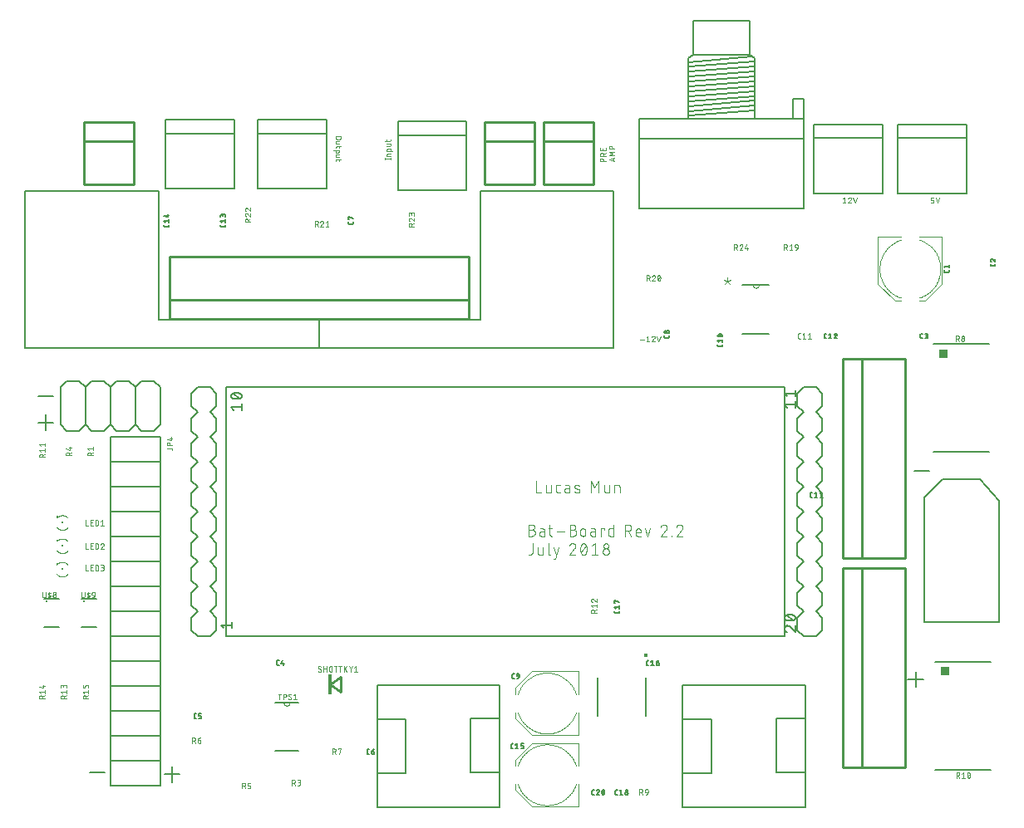
<source format=gbr>
G04 EAGLE Gerber RS-274X export*
G75*
%MOMM*%
%FSLAX34Y34*%
%LPD*%
%AMOC8*
5,1,8,0,0,1.08239X$1,22.5*%
G01*
%ADD10C,0.152400*%
%ADD11C,0.203200*%
%ADD12C,0.050800*%
%ADD13C,0.101600*%
%ADD14C,0.127000*%
%ADD15C,0.000000*%
%ADD16C,0.076200*%
%ADD17C,0.254000*%
%ADD18C,0.150000*%
%ADD19R,0.300000X2.100000*%
%ADD20C,0.400000*%
%ADD21R,0.889000X0.889000*%
%ADD22C,0.200000*%
%ADD23R,0.200000X0.200000*%
%ADD24R,0.150000X0.250000*%


D10*
X142875Y28575D02*
X92075Y28575D01*
X92075Y53975D01*
X92075Y79375D01*
X92075Y104775D01*
X92075Y130175D01*
X92075Y155575D01*
X92075Y180975D01*
X92075Y206375D01*
X92075Y231775D01*
X92075Y257175D01*
X92075Y282575D01*
X92075Y307975D01*
X92075Y333375D01*
X92075Y358775D01*
X92075Y384175D01*
X142875Y384175D01*
X142875Y358775D01*
X142875Y333375D01*
X142875Y307975D01*
X142875Y282575D01*
X142875Y257175D01*
X142875Y231775D01*
X142875Y206375D01*
X142875Y180975D01*
X142875Y155575D01*
X142875Y130175D01*
X142875Y104775D01*
X142875Y79375D01*
X142875Y53975D01*
X142875Y28575D01*
X142875Y358775D02*
X92075Y358775D01*
X92075Y333375D02*
X142875Y333375D01*
X142875Y307975D02*
X92075Y307975D01*
X92075Y282575D02*
X142875Y282575D01*
X142875Y257175D02*
X92075Y257175D01*
X92075Y231775D02*
X142875Y231775D01*
X142875Y206375D02*
X92075Y206375D01*
X92075Y180975D02*
X142875Y180975D01*
X142875Y155575D02*
X92075Y155575D01*
X92075Y130175D02*
X142875Y130175D01*
X142875Y104775D02*
X92075Y104775D01*
X92075Y79375D02*
X142875Y79375D01*
X142875Y53975D02*
X92075Y53975D01*
D11*
X147066Y40266D02*
X162645Y40266D01*
X154855Y32477D02*
X154855Y48055D01*
X86445Y41854D02*
X70866Y41854D01*
X34057Y426029D02*
X18479Y426029D01*
X18479Y399041D02*
X34057Y399041D01*
X26268Y391252D02*
X26268Y406830D01*
D12*
X590804Y665033D02*
X596392Y665033D01*
X590804Y665033D02*
X590804Y666585D01*
X590806Y666662D01*
X590812Y666740D01*
X590821Y666816D01*
X590835Y666893D01*
X590852Y666968D01*
X590873Y667042D01*
X590898Y667116D01*
X590926Y667188D01*
X590958Y667258D01*
X590993Y667327D01*
X591032Y667394D01*
X591074Y667459D01*
X591119Y667522D01*
X591167Y667583D01*
X591218Y667641D01*
X591272Y667696D01*
X591329Y667749D01*
X591388Y667798D01*
X591450Y667845D01*
X591514Y667889D01*
X591580Y667929D01*
X591648Y667966D01*
X591718Y668000D01*
X591789Y668030D01*
X591862Y668056D01*
X591936Y668079D01*
X592011Y668098D01*
X592086Y668113D01*
X592163Y668125D01*
X592240Y668133D01*
X592317Y668137D01*
X592395Y668137D01*
X592472Y668133D01*
X592549Y668125D01*
X592626Y668113D01*
X592701Y668098D01*
X592776Y668079D01*
X592850Y668056D01*
X592923Y668030D01*
X592994Y668000D01*
X593064Y667966D01*
X593132Y667929D01*
X593198Y667889D01*
X593262Y667845D01*
X593324Y667798D01*
X593383Y667749D01*
X593440Y667696D01*
X593494Y667641D01*
X593545Y667583D01*
X593593Y667522D01*
X593638Y667459D01*
X593680Y667394D01*
X593719Y667327D01*
X593754Y667258D01*
X593786Y667188D01*
X593814Y667116D01*
X593839Y667042D01*
X593860Y666968D01*
X593877Y666893D01*
X593891Y666816D01*
X593900Y666740D01*
X593906Y666662D01*
X593908Y666585D01*
X593908Y665033D01*
X596392Y670472D02*
X590804Y670472D01*
X590804Y672024D01*
X590806Y672101D01*
X590812Y672179D01*
X590821Y672255D01*
X590835Y672332D01*
X590852Y672407D01*
X590873Y672481D01*
X590898Y672555D01*
X590926Y672627D01*
X590958Y672697D01*
X590993Y672766D01*
X591032Y672833D01*
X591074Y672898D01*
X591119Y672961D01*
X591167Y673022D01*
X591218Y673080D01*
X591272Y673135D01*
X591329Y673188D01*
X591388Y673237D01*
X591450Y673284D01*
X591514Y673328D01*
X591580Y673368D01*
X591648Y673405D01*
X591718Y673439D01*
X591789Y673469D01*
X591862Y673495D01*
X591936Y673518D01*
X592011Y673537D01*
X592086Y673552D01*
X592163Y673564D01*
X592240Y673572D01*
X592317Y673576D01*
X592395Y673576D01*
X592472Y673572D01*
X592549Y673564D01*
X592626Y673552D01*
X592701Y673537D01*
X592776Y673518D01*
X592850Y673495D01*
X592923Y673469D01*
X592994Y673439D01*
X593064Y673405D01*
X593132Y673368D01*
X593198Y673328D01*
X593262Y673284D01*
X593324Y673237D01*
X593383Y673188D01*
X593440Y673135D01*
X593494Y673080D01*
X593545Y673022D01*
X593593Y672961D01*
X593638Y672898D01*
X593680Y672833D01*
X593719Y672766D01*
X593754Y672697D01*
X593786Y672627D01*
X593814Y672555D01*
X593839Y672481D01*
X593860Y672407D01*
X593877Y672332D01*
X593891Y672255D01*
X593900Y672179D01*
X593906Y672101D01*
X593908Y672024D01*
X593908Y670472D01*
X593908Y672335D02*
X596392Y673577D01*
X596392Y676116D02*
X596392Y678600D01*
X596392Y676116D02*
X590804Y676116D01*
X590804Y678600D01*
X593288Y677979D02*
X593288Y676116D01*
X599948Y666895D02*
X605536Y665033D01*
X605536Y668758D02*
X599948Y666895D01*
X604139Y668292D02*
X604139Y665498D01*
X605536Y671068D02*
X599948Y671068D01*
X603052Y672930D01*
X599948Y674793D01*
X605536Y674793D01*
X605536Y677679D02*
X599948Y677679D01*
X599948Y679231D01*
X599950Y679308D01*
X599956Y679386D01*
X599965Y679462D01*
X599979Y679539D01*
X599996Y679614D01*
X600017Y679688D01*
X600042Y679762D01*
X600070Y679834D01*
X600102Y679904D01*
X600137Y679973D01*
X600176Y680040D01*
X600218Y680105D01*
X600263Y680168D01*
X600311Y680229D01*
X600362Y680287D01*
X600416Y680342D01*
X600473Y680395D01*
X600532Y680444D01*
X600594Y680491D01*
X600658Y680535D01*
X600724Y680575D01*
X600792Y680612D01*
X600862Y680646D01*
X600933Y680676D01*
X601006Y680702D01*
X601080Y680725D01*
X601155Y680744D01*
X601230Y680759D01*
X601307Y680771D01*
X601384Y680779D01*
X601461Y680783D01*
X601539Y680783D01*
X601616Y680779D01*
X601693Y680771D01*
X601770Y680759D01*
X601845Y680744D01*
X601920Y680725D01*
X601994Y680702D01*
X602067Y680676D01*
X602138Y680646D01*
X602208Y680612D01*
X602276Y680575D01*
X602342Y680535D01*
X602406Y680491D01*
X602468Y680444D01*
X602527Y680395D01*
X602584Y680342D01*
X602638Y680287D01*
X602689Y680229D01*
X602737Y680168D01*
X602782Y680105D01*
X602824Y680040D01*
X602863Y679973D01*
X602898Y679904D01*
X602930Y679834D01*
X602958Y679762D01*
X602983Y679688D01*
X603004Y679614D01*
X603021Y679539D01*
X603035Y679462D01*
X603044Y679386D01*
X603050Y679308D01*
X603052Y679231D01*
X603052Y677679D01*
X377317Y667777D02*
X371729Y667777D01*
X377317Y667156D02*
X377317Y668398D01*
X371729Y668398D02*
X371729Y667156D01*
X373592Y670741D02*
X377317Y670741D01*
X373592Y670741D02*
X373592Y672293D01*
X373594Y672351D01*
X373599Y672410D01*
X373608Y672467D01*
X373621Y672525D01*
X373638Y672581D01*
X373657Y672636D01*
X373681Y672689D01*
X373707Y672742D01*
X373737Y672792D01*
X373770Y672840D01*
X373806Y672886D01*
X373844Y672930D01*
X373886Y672972D01*
X373930Y673010D01*
X373976Y673046D01*
X374024Y673079D01*
X374074Y673109D01*
X374127Y673135D01*
X374180Y673159D01*
X374235Y673178D01*
X374291Y673195D01*
X374349Y673208D01*
X374406Y673217D01*
X374465Y673222D01*
X374523Y673224D01*
X374523Y673225D02*
X377317Y673225D01*
X379180Y675891D02*
X373592Y675891D01*
X373592Y677443D01*
X373594Y677501D01*
X373599Y677560D01*
X373608Y677617D01*
X373621Y677675D01*
X373638Y677731D01*
X373657Y677786D01*
X373681Y677839D01*
X373707Y677892D01*
X373737Y677942D01*
X373770Y677990D01*
X373806Y678036D01*
X373844Y678080D01*
X373886Y678122D01*
X373930Y678160D01*
X373976Y678196D01*
X374024Y678229D01*
X374074Y678259D01*
X374127Y678285D01*
X374180Y678309D01*
X374235Y678328D01*
X374291Y678345D01*
X374349Y678358D01*
X374406Y678367D01*
X374465Y678372D01*
X374523Y678374D01*
X376386Y678374D01*
X376444Y678372D01*
X376503Y678367D01*
X376560Y678358D01*
X376618Y678345D01*
X376674Y678328D01*
X376729Y678309D01*
X376782Y678285D01*
X376835Y678259D01*
X376885Y678229D01*
X376933Y678196D01*
X376979Y678160D01*
X377023Y678122D01*
X377065Y678080D01*
X377103Y678036D01*
X377139Y677990D01*
X377172Y677942D01*
X377202Y677892D01*
X377228Y677839D01*
X377252Y677786D01*
X377271Y677731D01*
X377288Y677675D01*
X377301Y677617D01*
X377310Y677560D01*
X377315Y677501D01*
X377317Y677443D01*
X377317Y675891D01*
X376386Y680799D02*
X373592Y680799D01*
X376386Y680800D02*
X376444Y680802D01*
X376503Y680807D01*
X376560Y680816D01*
X376618Y680829D01*
X376674Y680846D01*
X376729Y680865D01*
X376782Y680889D01*
X376835Y680915D01*
X376885Y680945D01*
X376933Y680978D01*
X376979Y681014D01*
X377023Y681052D01*
X377065Y681094D01*
X377103Y681138D01*
X377139Y681184D01*
X377172Y681232D01*
X377202Y681282D01*
X377228Y681335D01*
X377252Y681388D01*
X377271Y681443D01*
X377288Y681499D01*
X377301Y681557D01*
X377310Y681614D01*
X377315Y681673D01*
X377317Y681731D01*
X377317Y683283D01*
X373592Y683283D01*
X373592Y685271D02*
X373592Y687134D01*
X371729Y685892D02*
X376386Y685892D01*
X376444Y685894D01*
X376503Y685899D01*
X376560Y685908D01*
X376618Y685921D01*
X376674Y685938D01*
X376729Y685957D01*
X376782Y685981D01*
X376835Y686007D01*
X376885Y686037D01*
X376933Y686070D01*
X376979Y686106D01*
X377023Y686144D01*
X377065Y686186D01*
X377103Y686230D01*
X377139Y686276D01*
X377172Y686324D01*
X377202Y686375D01*
X377228Y686427D01*
X377252Y686480D01*
X377271Y686535D01*
X377288Y686591D01*
X377301Y686649D01*
X377310Y686706D01*
X377315Y686765D01*
X377317Y686823D01*
X377317Y687134D01*
X325219Y690897D02*
X322735Y690897D01*
X325219Y690897D02*
X325296Y690895D01*
X325374Y690889D01*
X325450Y690880D01*
X325527Y690866D01*
X325602Y690849D01*
X325676Y690828D01*
X325750Y690803D01*
X325822Y690775D01*
X325892Y690743D01*
X325961Y690708D01*
X326028Y690669D01*
X326093Y690627D01*
X326156Y690582D01*
X326217Y690534D01*
X326275Y690483D01*
X326330Y690429D01*
X326383Y690372D01*
X326432Y690313D01*
X326479Y690251D01*
X326523Y690187D01*
X326563Y690121D01*
X326600Y690053D01*
X326634Y689983D01*
X326664Y689912D01*
X326690Y689839D01*
X326713Y689765D01*
X326732Y689690D01*
X326747Y689615D01*
X326759Y689538D01*
X326767Y689461D01*
X326771Y689384D01*
X326771Y689306D01*
X326767Y689229D01*
X326759Y689152D01*
X326747Y689075D01*
X326732Y689000D01*
X326713Y688925D01*
X326690Y688851D01*
X326664Y688778D01*
X326634Y688707D01*
X326600Y688637D01*
X326563Y688569D01*
X326523Y688503D01*
X326479Y688439D01*
X326432Y688377D01*
X326383Y688318D01*
X326330Y688261D01*
X326275Y688207D01*
X326217Y688156D01*
X326156Y688108D01*
X326093Y688063D01*
X326028Y688021D01*
X325961Y687982D01*
X325892Y687947D01*
X325822Y687915D01*
X325750Y687887D01*
X325676Y687862D01*
X325602Y687841D01*
X325527Y687824D01*
X325450Y687810D01*
X325374Y687801D01*
X325296Y687795D01*
X325219Y687793D01*
X322735Y687793D01*
X322658Y687795D01*
X322580Y687801D01*
X322504Y687810D01*
X322427Y687824D01*
X322352Y687841D01*
X322278Y687862D01*
X322204Y687887D01*
X322132Y687915D01*
X322062Y687947D01*
X321993Y687982D01*
X321926Y688021D01*
X321861Y688063D01*
X321798Y688108D01*
X321737Y688156D01*
X321679Y688207D01*
X321624Y688261D01*
X321571Y688318D01*
X321522Y688377D01*
X321475Y688439D01*
X321431Y688503D01*
X321391Y688569D01*
X321354Y688637D01*
X321320Y688707D01*
X321290Y688778D01*
X321264Y688851D01*
X321241Y688925D01*
X321222Y689000D01*
X321207Y689075D01*
X321195Y689152D01*
X321187Y689229D01*
X321183Y689306D01*
X321183Y689384D01*
X321187Y689461D01*
X321195Y689538D01*
X321207Y689615D01*
X321222Y689690D01*
X321241Y689765D01*
X321264Y689839D01*
X321290Y689912D01*
X321320Y689983D01*
X321354Y690053D01*
X321391Y690121D01*
X321431Y690187D01*
X321475Y690251D01*
X321522Y690313D01*
X321571Y690372D01*
X321624Y690429D01*
X321679Y690483D01*
X321737Y690534D01*
X321798Y690582D01*
X321861Y690627D01*
X321926Y690669D01*
X321993Y690708D01*
X322062Y690743D01*
X322132Y690775D01*
X322204Y690803D01*
X322278Y690828D01*
X322352Y690849D01*
X322427Y690866D01*
X322504Y690880D01*
X322580Y690889D01*
X322658Y690895D01*
X322735Y690897D01*
X322114Y685284D02*
X324908Y685284D01*
X322114Y685283D02*
X322056Y685281D01*
X321997Y685276D01*
X321940Y685267D01*
X321882Y685254D01*
X321826Y685237D01*
X321771Y685218D01*
X321718Y685194D01*
X321665Y685168D01*
X321615Y685138D01*
X321567Y685105D01*
X321521Y685069D01*
X321477Y685031D01*
X321435Y684989D01*
X321397Y684945D01*
X321361Y684899D01*
X321328Y684851D01*
X321298Y684801D01*
X321272Y684748D01*
X321248Y684695D01*
X321229Y684640D01*
X321212Y684584D01*
X321199Y684526D01*
X321190Y684469D01*
X321185Y684410D01*
X321183Y684352D01*
X321183Y682800D01*
X324908Y682800D01*
X324908Y680812D02*
X324908Y678950D01*
X326771Y680191D02*
X322114Y680191D01*
X322056Y680189D01*
X321997Y680184D01*
X321940Y680175D01*
X321882Y680162D01*
X321826Y680145D01*
X321771Y680126D01*
X321718Y680102D01*
X321665Y680076D01*
X321615Y680046D01*
X321567Y680013D01*
X321521Y679977D01*
X321477Y679939D01*
X321435Y679897D01*
X321397Y679853D01*
X321361Y679807D01*
X321328Y679759D01*
X321298Y679709D01*
X321272Y679656D01*
X321248Y679603D01*
X321229Y679548D01*
X321212Y679492D01*
X321199Y679434D01*
X321190Y679377D01*
X321185Y679318D01*
X321183Y679260D01*
X321183Y678950D01*
X319320Y676659D02*
X324908Y676659D01*
X324908Y675107D01*
X324906Y675049D01*
X324901Y674990D01*
X324892Y674933D01*
X324879Y674875D01*
X324862Y674819D01*
X324843Y674764D01*
X324819Y674711D01*
X324793Y674658D01*
X324763Y674608D01*
X324730Y674560D01*
X324694Y674514D01*
X324656Y674470D01*
X324614Y674428D01*
X324570Y674390D01*
X324524Y674354D01*
X324476Y674321D01*
X324426Y674291D01*
X324373Y674265D01*
X324320Y674241D01*
X324265Y674222D01*
X324209Y674205D01*
X324151Y674192D01*
X324094Y674183D01*
X324035Y674178D01*
X323977Y674176D01*
X322114Y674176D01*
X322056Y674178D01*
X321997Y674183D01*
X321940Y674192D01*
X321882Y674205D01*
X321826Y674222D01*
X321771Y674241D01*
X321718Y674265D01*
X321665Y674291D01*
X321615Y674321D01*
X321567Y674354D01*
X321521Y674390D01*
X321477Y674428D01*
X321435Y674470D01*
X321397Y674514D01*
X321361Y674560D01*
X321328Y674608D01*
X321298Y674658D01*
X321272Y674711D01*
X321248Y674764D01*
X321229Y674819D01*
X321212Y674875D01*
X321199Y674933D01*
X321190Y674990D01*
X321185Y675049D01*
X321183Y675107D01*
X321183Y676659D01*
X322114Y671751D02*
X324908Y671751D01*
X322114Y671750D02*
X322056Y671748D01*
X321997Y671743D01*
X321940Y671734D01*
X321882Y671721D01*
X321826Y671704D01*
X321771Y671685D01*
X321718Y671661D01*
X321665Y671635D01*
X321615Y671605D01*
X321567Y671572D01*
X321521Y671536D01*
X321477Y671498D01*
X321435Y671456D01*
X321397Y671412D01*
X321361Y671366D01*
X321328Y671318D01*
X321298Y671268D01*
X321272Y671215D01*
X321248Y671162D01*
X321229Y671107D01*
X321212Y671051D01*
X321199Y670993D01*
X321190Y670936D01*
X321185Y670877D01*
X321183Y670819D01*
X321183Y669267D01*
X324908Y669267D01*
X324908Y667279D02*
X324908Y665417D01*
X326771Y666658D02*
X322114Y666658D01*
X322056Y666656D01*
X321997Y666651D01*
X321940Y666642D01*
X321882Y666629D01*
X321826Y666612D01*
X321771Y666593D01*
X321718Y666569D01*
X321665Y666543D01*
X321615Y666513D01*
X321567Y666480D01*
X321521Y666444D01*
X321477Y666406D01*
X321435Y666364D01*
X321397Y666320D01*
X321361Y666274D01*
X321328Y666226D01*
X321298Y666176D01*
X321272Y666123D01*
X321248Y666070D01*
X321229Y666015D01*
X321212Y665959D01*
X321199Y665901D01*
X321190Y665844D01*
X321185Y665785D01*
X321183Y665727D01*
X321183Y665417D01*
X927470Y622808D02*
X929332Y622808D01*
X929402Y622810D01*
X929471Y622816D01*
X929540Y622826D01*
X929608Y622839D01*
X929676Y622857D01*
X929742Y622878D01*
X929807Y622903D01*
X929871Y622931D01*
X929933Y622963D01*
X929993Y622998D01*
X930051Y623037D01*
X930106Y623079D01*
X930160Y623124D01*
X930210Y623172D01*
X930258Y623222D01*
X930303Y623276D01*
X930345Y623331D01*
X930384Y623389D01*
X930419Y623449D01*
X930451Y623511D01*
X930479Y623575D01*
X930504Y623640D01*
X930525Y623706D01*
X930543Y623774D01*
X930556Y623842D01*
X930566Y623911D01*
X930572Y623980D01*
X930574Y624050D01*
X930574Y624671D01*
X930572Y624741D01*
X930566Y624810D01*
X930556Y624879D01*
X930543Y624947D01*
X930525Y625015D01*
X930504Y625081D01*
X930479Y625146D01*
X930451Y625210D01*
X930419Y625272D01*
X930384Y625332D01*
X930345Y625390D01*
X930303Y625445D01*
X930258Y625499D01*
X930210Y625549D01*
X930160Y625597D01*
X930106Y625642D01*
X930051Y625684D01*
X929993Y625723D01*
X929933Y625758D01*
X929871Y625790D01*
X929807Y625818D01*
X929742Y625843D01*
X929676Y625864D01*
X929608Y625882D01*
X929540Y625895D01*
X929471Y625905D01*
X929402Y625911D01*
X929332Y625913D01*
X929332Y625912D02*
X927470Y625912D01*
X927470Y628396D01*
X930574Y628396D01*
X932646Y628396D02*
X934508Y622808D01*
X936371Y628396D01*
X839398Y628396D02*
X837846Y627154D01*
X839398Y628396D02*
X839398Y622808D01*
X837846Y622808D02*
X840950Y622808D01*
X846437Y626999D02*
X846435Y627072D01*
X846429Y627145D01*
X846420Y627218D01*
X846406Y627289D01*
X846389Y627361D01*
X846369Y627431D01*
X846344Y627500D01*
X846316Y627567D01*
X846285Y627633D01*
X846250Y627698D01*
X846212Y627760D01*
X846170Y627820D01*
X846126Y627878D01*
X846078Y627934D01*
X846028Y627987D01*
X845975Y628037D01*
X845919Y628085D01*
X845861Y628129D01*
X845801Y628171D01*
X845739Y628209D01*
X845674Y628244D01*
X845608Y628275D01*
X845541Y628303D01*
X845472Y628328D01*
X845402Y628348D01*
X845330Y628365D01*
X845259Y628379D01*
X845186Y628388D01*
X845113Y628394D01*
X845040Y628396D01*
X844956Y628394D01*
X844873Y628388D01*
X844790Y628379D01*
X844708Y628365D01*
X844626Y628348D01*
X844545Y628326D01*
X844465Y628301D01*
X844387Y628273D01*
X844309Y628241D01*
X844234Y628205D01*
X844160Y628166D01*
X844088Y628123D01*
X844018Y628077D01*
X843951Y628028D01*
X843885Y627975D01*
X843823Y627920D01*
X843763Y627862D01*
X843705Y627801D01*
X843651Y627738D01*
X843599Y627672D01*
X843551Y627604D01*
X843506Y627533D01*
X843464Y627461D01*
X843426Y627386D01*
X843391Y627310D01*
X843360Y627233D01*
X843332Y627154D01*
X845970Y625913D02*
X846024Y625966D01*
X846075Y626023D01*
X846123Y626082D01*
X846168Y626143D01*
X846209Y626206D01*
X846248Y626272D01*
X846283Y626339D01*
X846315Y626408D01*
X846343Y626479D01*
X846367Y626550D01*
X846388Y626623D01*
X846405Y626697D01*
X846419Y626772D01*
X846428Y626847D01*
X846434Y626923D01*
X846436Y626999D01*
X845971Y625912D02*
X843332Y622808D01*
X846437Y622808D01*
X850371Y622808D02*
X848508Y628396D01*
X852234Y628396D02*
X850371Y622808D01*
X635384Y483694D02*
X631658Y483694D01*
X637821Y485867D02*
X639373Y487109D01*
X639373Y481521D01*
X637821Y481521D02*
X640925Y481521D01*
X646412Y485712D02*
X646410Y485785D01*
X646404Y485858D01*
X646395Y485931D01*
X646381Y486002D01*
X646364Y486074D01*
X646344Y486144D01*
X646319Y486213D01*
X646291Y486280D01*
X646260Y486346D01*
X646225Y486411D01*
X646187Y486473D01*
X646145Y486533D01*
X646101Y486591D01*
X646053Y486647D01*
X646003Y486700D01*
X645950Y486750D01*
X645894Y486798D01*
X645836Y486842D01*
X645776Y486884D01*
X645714Y486922D01*
X645649Y486957D01*
X645583Y486988D01*
X645516Y487016D01*
X645447Y487041D01*
X645377Y487061D01*
X645305Y487078D01*
X645234Y487092D01*
X645161Y487101D01*
X645088Y487107D01*
X645015Y487109D01*
X644931Y487107D01*
X644848Y487101D01*
X644765Y487092D01*
X644683Y487078D01*
X644601Y487061D01*
X644520Y487039D01*
X644440Y487014D01*
X644362Y486986D01*
X644284Y486954D01*
X644209Y486918D01*
X644135Y486879D01*
X644063Y486836D01*
X643993Y486790D01*
X643926Y486741D01*
X643860Y486688D01*
X643798Y486633D01*
X643738Y486575D01*
X643680Y486514D01*
X643626Y486451D01*
X643574Y486385D01*
X643526Y486317D01*
X643481Y486246D01*
X643439Y486174D01*
X643401Y486099D01*
X643366Y486023D01*
X643335Y485946D01*
X643307Y485867D01*
X645945Y484626D02*
X645999Y484679D01*
X646050Y484736D01*
X646098Y484795D01*
X646143Y484856D01*
X646184Y484919D01*
X646223Y484985D01*
X646258Y485052D01*
X646290Y485121D01*
X646318Y485192D01*
X646342Y485263D01*
X646363Y485336D01*
X646380Y485410D01*
X646394Y485485D01*
X646403Y485560D01*
X646409Y485636D01*
X646411Y485712D01*
X645946Y484625D02*
X643307Y481521D01*
X646412Y481521D01*
X650346Y481521D02*
X648483Y487109D01*
X652209Y487109D02*
X650346Y481521D01*
D13*
X525612Y339217D02*
X525612Y327533D01*
X530805Y327533D01*
X535383Y329480D02*
X535383Y335322D01*
X535383Y329480D02*
X535385Y329393D01*
X535391Y329305D01*
X535401Y329219D01*
X535414Y329132D01*
X535432Y329047D01*
X535453Y328962D01*
X535478Y328878D01*
X535507Y328796D01*
X535540Y328715D01*
X535576Y328635D01*
X535615Y328557D01*
X535659Y328481D01*
X535705Y328407D01*
X535755Y328336D01*
X535808Y328266D01*
X535864Y328199D01*
X535923Y328135D01*
X535985Y328073D01*
X536049Y328014D01*
X536116Y327958D01*
X536186Y327905D01*
X536257Y327855D01*
X536331Y327809D01*
X536407Y327765D01*
X536485Y327726D01*
X536565Y327690D01*
X536646Y327657D01*
X536728Y327628D01*
X536812Y327603D01*
X536897Y327582D01*
X536982Y327564D01*
X537069Y327551D01*
X537155Y327541D01*
X537243Y327535D01*
X537330Y327533D01*
X540576Y327533D01*
X540576Y335322D01*
X547630Y327533D02*
X550227Y327533D01*
X547630Y327533D02*
X547543Y327535D01*
X547455Y327541D01*
X547369Y327551D01*
X547282Y327564D01*
X547197Y327582D01*
X547112Y327603D01*
X547028Y327628D01*
X546946Y327657D01*
X546865Y327690D01*
X546785Y327726D01*
X546707Y327765D01*
X546631Y327809D01*
X546557Y327855D01*
X546486Y327905D01*
X546416Y327958D01*
X546349Y328014D01*
X546285Y328073D01*
X546223Y328135D01*
X546164Y328199D01*
X546108Y328266D01*
X546055Y328336D01*
X546005Y328407D01*
X545959Y328481D01*
X545915Y328557D01*
X545876Y328635D01*
X545840Y328715D01*
X545807Y328796D01*
X545778Y328878D01*
X545753Y328962D01*
X545732Y329047D01*
X545714Y329132D01*
X545701Y329219D01*
X545691Y329305D01*
X545685Y329393D01*
X545683Y329480D01*
X545683Y333375D01*
X545685Y333462D01*
X545691Y333550D01*
X545701Y333636D01*
X545714Y333723D01*
X545732Y333808D01*
X545753Y333893D01*
X545778Y333977D01*
X545807Y334059D01*
X545840Y334140D01*
X545876Y334220D01*
X545915Y334298D01*
X545959Y334374D01*
X546005Y334448D01*
X546055Y334519D01*
X546108Y334589D01*
X546164Y334656D01*
X546223Y334720D01*
X546285Y334782D01*
X546349Y334841D01*
X546416Y334897D01*
X546486Y334950D01*
X546557Y335000D01*
X546631Y335046D01*
X546707Y335090D01*
X546785Y335129D01*
X546865Y335165D01*
X546946Y335198D01*
X547028Y335227D01*
X547112Y335252D01*
X547197Y335273D01*
X547282Y335291D01*
X547369Y335304D01*
X547455Y335314D01*
X547543Y335320D01*
X547630Y335322D01*
X550227Y335322D01*
X556646Y332077D02*
X559567Y332077D01*
X556646Y332077D02*
X556552Y332075D01*
X556458Y332069D01*
X556365Y332060D01*
X556272Y332046D01*
X556180Y332029D01*
X556088Y332007D01*
X555998Y331983D01*
X555908Y331954D01*
X555820Y331922D01*
X555733Y331886D01*
X555648Y331846D01*
X555565Y331803D01*
X555483Y331757D01*
X555403Y331707D01*
X555326Y331654D01*
X555251Y331598D01*
X555178Y331539D01*
X555107Y331477D01*
X555039Y331412D01*
X554974Y331344D01*
X554912Y331273D01*
X554853Y331200D01*
X554797Y331125D01*
X554744Y331048D01*
X554694Y330968D01*
X554648Y330886D01*
X554605Y330803D01*
X554565Y330718D01*
X554529Y330631D01*
X554497Y330543D01*
X554468Y330453D01*
X554444Y330363D01*
X554422Y330271D01*
X554405Y330179D01*
X554391Y330086D01*
X554382Y329993D01*
X554376Y329899D01*
X554374Y329805D01*
X554376Y329711D01*
X554382Y329617D01*
X554391Y329524D01*
X554405Y329431D01*
X554422Y329339D01*
X554444Y329247D01*
X554468Y329157D01*
X554497Y329067D01*
X554529Y328979D01*
X554565Y328892D01*
X554605Y328807D01*
X554648Y328724D01*
X554694Y328642D01*
X554744Y328562D01*
X554797Y328485D01*
X554853Y328410D01*
X554912Y328337D01*
X554974Y328266D01*
X555039Y328198D01*
X555107Y328133D01*
X555178Y328071D01*
X555251Y328012D01*
X555326Y327956D01*
X555403Y327903D01*
X555483Y327853D01*
X555565Y327807D01*
X555648Y327764D01*
X555733Y327724D01*
X555820Y327688D01*
X555908Y327656D01*
X555998Y327627D01*
X556088Y327603D01*
X556180Y327581D01*
X556272Y327564D01*
X556365Y327550D01*
X556458Y327541D01*
X556552Y327535D01*
X556646Y327533D01*
X559567Y327533D01*
X559567Y333375D01*
X559566Y333375D02*
X559564Y333462D01*
X559558Y333550D01*
X559548Y333636D01*
X559535Y333723D01*
X559517Y333808D01*
X559496Y333893D01*
X559471Y333977D01*
X559442Y334059D01*
X559409Y334140D01*
X559373Y334220D01*
X559334Y334298D01*
X559290Y334374D01*
X559244Y334448D01*
X559194Y334519D01*
X559141Y334589D01*
X559085Y334656D01*
X559026Y334720D01*
X558964Y334782D01*
X558900Y334841D01*
X558833Y334897D01*
X558763Y334950D01*
X558692Y335000D01*
X558618Y335046D01*
X558542Y335090D01*
X558464Y335129D01*
X558384Y335165D01*
X558303Y335198D01*
X558221Y335227D01*
X558137Y335252D01*
X558052Y335273D01*
X557967Y335291D01*
X557880Y335304D01*
X557794Y335314D01*
X557706Y335320D01*
X557619Y335322D01*
X555023Y335322D01*
X565693Y332077D02*
X568939Y330779D01*
X565693Y332076D02*
X565618Y332109D01*
X565544Y332145D01*
X565472Y332184D01*
X565402Y332227D01*
X565335Y332273D01*
X565269Y332323D01*
X565207Y332375D01*
X565146Y332431D01*
X565089Y332489D01*
X565034Y332550D01*
X564983Y332614D01*
X564935Y332680D01*
X564890Y332749D01*
X564848Y332819D01*
X564810Y332892D01*
X564775Y332966D01*
X564744Y333042D01*
X564717Y333119D01*
X564694Y333198D01*
X564674Y333277D01*
X564659Y333358D01*
X564647Y333439D01*
X564639Y333521D01*
X564635Y333602D01*
X564636Y333684D01*
X564640Y333766D01*
X564648Y333848D01*
X564660Y333929D01*
X564676Y334009D01*
X564696Y334089D01*
X564720Y334167D01*
X564748Y334244D01*
X564779Y334320D01*
X564814Y334394D01*
X564852Y334466D01*
X564894Y334537D01*
X564940Y334605D01*
X564988Y334671D01*
X565040Y334734D01*
X565095Y334795D01*
X565153Y334853D01*
X565213Y334909D01*
X565276Y334961D01*
X565342Y335010D01*
X565410Y335056D01*
X565480Y335098D01*
X565552Y335138D01*
X565626Y335173D01*
X565701Y335205D01*
X565778Y335233D01*
X565856Y335257D01*
X565936Y335278D01*
X566016Y335295D01*
X566097Y335307D01*
X566178Y335316D01*
X566260Y335321D01*
X566342Y335322D01*
X566519Y335318D01*
X566696Y335309D01*
X566873Y335295D01*
X567050Y335278D01*
X567225Y335256D01*
X567401Y335231D01*
X567575Y335200D01*
X567749Y335166D01*
X567922Y335128D01*
X568094Y335085D01*
X568265Y335038D01*
X568435Y334988D01*
X568604Y334933D01*
X568771Y334874D01*
X568936Y334811D01*
X569101Y334744D01*
X569263Y334673D01*
X568939Y330779D02*
X569014Y330746D01*
X569088Y330710D01*
X569160Y330671D01*
X569230Y330628D01*
X569297Y330582D01*
X569363Y330532D01*
X569425Y330480D01*
X569486Y330424D01*
X569543Y330366D01*
X569598Y330305D01*
X569649Y330241D01*
X569697Y330175D01*
X569742Y330106D01*
X569784Y330036D01*
X569822Y329963D01*
X569857Y329889D01*
X569888Y329813D01*
X569915Y329736D01*
X569938Y329657D01*
X569958Y329578D01*
X569973Y329497D01*
X569985Y329416D01*
X569993Y329334D01*
X569997Y329253D01*
X569996Y329171D01*
X569992Y329089D01*
X569984Y329007D01*
X569972Y328926D01*
X569956Y328846D01*
X569936Y328766D01*
X569912Y328688D01*
X569884Y328611D01*
X569853Y328535D01*
X569818Y328461D01*
X569780Y328389D01*
X569738Y328318D01*
X569692Y328250D01*
X569644Y328184D01*
X569592Y328121D01*
X569537Y328060D01*
X569479Y328002D01*
X569419Y327946D01*
X569356Y327894D01*
X569290Y327845D01*
X569222Y327799D01*
X569152Y327757D01*
X569080Y327717D01*
X569006Y327682D01*
X568931Y327650D01*
X568854Y327622D01*
X568776Y327598D01*
X568696Y327577D01*
X568616Y327560D01*
X568535Y327548D01*
X568454Y327539D01*
X568372Y327534D01*
X568290Y327533D01*
X568030Y327540D01*
X567770Y327553D01*
X567510Y327572D01*
X567251Y327597D01*
X566992Y327629D01*
X566735Y327666D01*
X566478Y327710D01*
X566222Y327759D01*
X565968Y327815D01*
X565715Y327876D01*
X565464Y327944D01*
X565214Y328018D01*
X564966Y328097D01*
X564720Y328182D01*
X581328Y327533D02*
X581328Y339217D01*
X585223Y332726D01*
X589118Y339217D01*
X589118Y327533D01*
X594819Y329480D02*
X594819Y335322D01*
X594819Y329480D02*
X594821Y329393D01*
X594827Y329305D01*
X594837Y329219D01*
X594850Y329132D01*
X594868Y329047D01*
X594889Y328962D01*
X594914Y328878D01*
X594943Y328796D01*
X594976Y328715D01*
X595012Y328635D01*
X595051Y328557D01*
X595095Y328481D01*
X595141Y328407D01*
X595191Y328336D01*
X595244Y328266D01*
X595300Y328199D01*
X595359Y328135D01*
X595421Y328073D01*
X595485Y328014D01*
X595552Y327958D01*
X595622Y327905D01*
X595693Y327855D01*
X595767Y327809D01*
X595843Y327765D01*
X595921Y327726D01*
X596001Y327690D01*
X596082Y327657D01*
X596164Y327628D01*
X596248Y327603D01*
X596333Y327582D01*
X596418Y327564D01*
X596505Y327551D01*
X596591Y327541D01*
X596679Y327535D01*
X596766Y327533D01*
X600012Y327533D01*
X600012Y335322D01*
X605487Y335322D02*
X605487Y327533D01*
X605487Y335322D02*
X608732Y335322D01*
X608819Y335320D01*
X608907Y335314D01*
X608993Y335304D01*
X609080Y335291D01*
X609165Y335273D01*
X609250Y335252D01*
X609334Y335227D01*
X609416Y335198D01*
X609497Y335165D01*
X609577Y335129D01*
X609655Y335090D01*
X609731Y335046D01*
X609805Y335000D01*
X609876Y334950D01*
X609946Y334897D01*
X610013Y334841D01*
X610077Y334782D01*
X610139Y334721D01*
X610198Y334656D01*
X610254Y334589D01*
X610307Y334519D01*
X610357Y334448D01*
X610403Y334374D01*
X610447Y334298D01*
X610486Y334220D01*
X610522Y334140D01*
X610555Y334059D01*
X610584Y333977D01*
X610609Y333893D01*
X610630Y333808D01*
X610648Y333723D01*
X610661Y333636D01*
X610671Y333550D01*
X610677Y333462D01*
X610679Y333375D01*
X610680Y333375D02*
X610680Y327533D01*
X521279Y289574D02*
X518033Y289574D01*
X521279Y289575D02*
X521392Y289573D01*
X521505Y289567D01*
X521618Y289557D01*
X521731Y289543D01*
X521843Y289526D01*
X521954Y289504D01*
X522064Y289479D01*
X522174Y289449D01*
X522282Y289416D01*
X522389Y289379D01*
X522495Y289339D01*
X522599Y289294D01*
X522702Y289246D01*
X522803Y289195D01*
X522902Y289140D01*
X522999Y289082D01*
X523094Y289020D01*
X523187Y288955D01*
X523277Y288887D01*
X523365Y288816D01*
X523451Y288741D01*
X523534Y288664D01*
X523614Y288584D01*
X523691Y288501D01*
X523766Y288415D01*
X523837Y288327D01*
X523905Y288237D01*
X523970Y288144D01*
X524032Y288049D01*
X524090Y287952D01*
X524145Y287853D01*
X524196Y287752D01*
X524244Y287649D01*
X524289Y287545D01*
X524329Y287439D01*
X524366Y287332D01*
X524399Y287224D01*
X524429Y287114D01*
X524454Y287004D01*
X524476Y286893D01*
X524493Y286781D01*
X524507Y286668D01*
X524517Y286555D01*
X524523Y286442D01*
X524525Y286329D01*
X524523Y286216D01*
X524517Y286103D01*
X524507Y285990D01*
X524493Y285877D01*
X524476Y285765D01*
X524454Y285654D01*
X524429Y285544D01*
X524399Y285434D01*
X524366Y285326D01*
X524329Y285219D01*
X524289Y285113D01*
X524244Y285009D01*
X524196Y284906D01*
X524145Y284805D01*
X524090Y284706D01*
X524032Y284609D01*
X523970Y284514D01*
X523905Y284421D01*
X523837Y284331D01*
X523766Y284243D01*
X523691Y284157D01*
X523614Y284074D01*
X523534Y283994D01*
X523451Y283917D01*
X523365Y283842D01*
X523277Y283771D01*
X523187Y283703D01*
X523094Y283638D01*
X522999Y283576D01*
X522902Y283518D01*
X522803Y283463D01*
X522702Y283412D01*
X522599Y283364D01*
X522495Y283319D01*
X522389Y283279D01*
X522282Y283242D01*
X522174Y283209D01*
X522064Y283179D01*
X521954Y283154D01*
X521843Y283132D01*
X521731Y283115D01*
X521618Y283101D01*
X521505Y283091D01*
X521392Y283085D01*
X521279Y283083D01*
X518033Y283083D01*
X518033Y294767D01*
X521279Y294767D01*
X521380Y294765D01*
X521480Y294759D01*
X521580Y294749D01*
X521680Y294736D01*
X521779Y294718D01*
X521878Y294697D01*
X521975Y294672D01*
X522072Y294643D01*
X522167Y294610D01*
X522261Y294574D01*
X522353Y294534D01*
X522444Y294491D01*
X522533Y294444D01*
X522620Y294394D01*
X522706Y294340D01*
X522789Y294283D01*
X522869Y294223D01*
X522948Y294160D01*
X523024Y294093D01*
X523097Y294024D01*
X523167Y293952D01*
X523235Y293878D01*
X523300Y293801D01*
X523361Y293721D01*
X523420Y293639D01*
X523475Y293555D01*
X523527Y293469D01*
X523576Y293381D01*
X523621Y293291D01*
X523663Y293199D01*
X523701Y293106D01*
X523735Y293011D01*
X523766Y292916D01*
X523793Y292819D01*
X523816Y292721D01*
X523836Y292622D01*
X523851Y292522D01*
X523863Y292422D01*
X523871Y292322D01*
X523875Y292221D01*
X523875Y292121D01*
X523871Y292020D01*
X523863Y291920D01*
X523851Y291820D01*
X523836Y291720D01*
X523816Y291621D01*
X523793Y291523D01*
X523766Y291426D01*
X523735Y291331D01*
X523701Y291236D01*
X523663Y291143D01*
X523621Y291051D01*
X523576Y290961D01*
X523527Y290873D01*
X523475Y290787D01*
X523420Y290703D01*
X523361Y290621D01*
X523300Y290541D01*
X523235Y290464D01*
X523167Y290390D01*
X523097Y290318D01*
X523024Y290249D01*
X522948Y290182D01*
X522869Y290119D01*
X522789Y290059D01*
X522706Y290002D01*
X522620Y289948D01*
X522533Y289898D01*
X522444Y289851D01*
X522353Y289808D01*
X522261Y289768D01*
X522167Y289732D01*
X522072Y289699D01*
X521975Y289670D01*
X521878Y289645D01*
X521779Y289624D01*
X521680Y289606D01*
X521580Y289593D01*
X521480Y289583D01*
X521380Y289577D01*
X521279Y289575D01*
X531013Y287627D02*
X533934Y287627D01*
X531013Y287627D02*
X530919Y287625D01*
X530825Y287619D01*
X530732Y287610D01*
X530639Y287596D01*
X530547Y287579D01*
X530455Y287557D01*
X530365Y287533D01*
X530275Y287504D01*
X530187Y287472D01*
X530100Y287436D01*
X530015Y287396D01*
X529932Y287353D01*
X529850Y287307D01*
X529770Y287257D01*
X529693Y287204D01*
X529618Y287148D01*
X529545Y287089D01*
X529474Y287027D01*
X529406Y286962D01*
X529341Y286894D01*
X529279Y286823D01*
X529220Y286750D01*
X529164Y286675D01*
X529111Y286598D01*
X529061Y286518D01*
X529015Y286436D01*
X528972Y286353D01*
X528932Y286268D01*
X528896Y286181D01*
X528864Y286093D01*
X528835Y286003D01*
X528811Y285913D01*
X528789Y285821D01*
X528772Y285729D01*
X528758Y285636D01*
X528749Y285543D01*
X528743Y285449D01*
X528741Y285355D01*
X528743Y285261D01*
X528749Y285167D01*
X528758Y285074D01*
X528772Y284981D01*
X528789Y284889D01*
X528811Y284797D01*
X528835Y284707D01*
X528864Y284617D01*
X528896Y284529D01*
X528932Y284442D01*
X528972Y284357D01*
X529015Y284274D01*
X529061Y284192D01*
X529111Y284112D01*
X529164Y284035D01*
X529220Y283960D01*
X529279Y283887D01*
X529341Y283816D01*
X529406Y283748D01*
X529474Y283683D01*
X529545Y283621D01*
X529618Y283562D01*
X529693Y283506D01*
X529770Y283453D01*
X529850Y283403D01*
X529932Y283357D01*
X530015Y283314D01*
X530100Y283274D01*
X530187Y283238D01*
X530275Y283206D01*
X530365Y283177D01*
X530455Y283153D01*
X530547Y283131D01*
X530639Y283114D01*
X530732Y283100D01*
X530825Y283091D01*
X530919Y283085D01*
X531013Y283083D01*
X533934Y283083D01*
X533934Y288925D01*
X533933Y288925D02*
X533931Y289012D01*
X533925Y289100D01*
X533915Y289186D01*
X533902Y289273D01*
X533884Y289358D01*
X533863Y289443D01*
X533838Y289527D01*
X533809Y289609D01*
X533776Y289690D01*
X533740Y289770D01*
X533701Y289848D01*
X533657Y289924D01*
X533611Y289998D01*
X533561Y290069D01*
X533508Y290139D01*
X533452Y290206D01*
X533393Y290270D01*
X533331Y290332D01*
X533267Y290391D01*
X533200Y290447D01*
X533130Y290500D01*
X533059Y290550D01*
X532985Y290596D01*
X532909Y290640D01*
X532831Y290679D01*
X532751Y290715D01*
X532670Y290748D01*
X532588Y290777D01*
X532504Y290802D01*
X532419Y290823D01*
X532334Y290841D01*
X532247Y290854D01*
X532161Y290864D01*
X532073Y290870D01*
X531986Y290872D01*
X529390Y290872D01*
X538119Y290872D02*
X542014Y290872D01*
X539418Y294767D02*
X539418Y285030D01*
X539420Y284943D01*
X539426Y284855D01*
X539436Y284769D01*
X539449Y284682D01*
X539467Y284597D01*
X539488Y284512D01*
X539513Y284428D01*
X539542Y284346D01*
X539575Y284265D01*
X539611Y284185D01*
X539650Y284107D01*
X539694Y284031D01*
X539740Y283957D01*
X539790Y283886D01*
X539843Y283816D01*
X539899Y283749D01*
X539958Y283685D01*
X540020Y283623D01*
X540084Y283564D01*
X540151Y283508D01*
X540221Y283455D01*
X540292Y283405D01*
X540366Y283359D01*
X540442Y283315D01*
X540520Y283276D01*
X540600Y283240D01*
X540681Y283207D01*
X540763Y283178D01*
X540847Y283153D01*
X540932Y283132D01*
X541017Y283114D01*
X541104Y283101D01*
X541190Y283091D01*
X541278Y283085D01*
X541365Y283083D01*
X542014Y283083D01*
X546551Y287627D02*
X554341Y287627D01*
X559943Y289574D02*
X563188Y289574D01*
X563188Y289575D02*
X563301Y289573D01*
X563414Y289567D01*
X563527Y289557D01*
X563640Y289543D01*
X563752Y289526D01*
X563863Y289504D01*
X563973Y289479D01*
X564083Y289449D01*
X564191Y289416D01*
X564298Y289379D01*
X564404Y289339D01*
X564508Y289294D01*
X564611Y289246D01*
X564712Y289195D01*
X564811Y289140D01*
X564908Y289082D01*
X565003Y289020D01*
X565096Y288955D01*
X565186Y288887D01*
X565274Y288816D01*
X565360Y288741D01*
X565443Y288664D01*
X565523Y288584D01*
X565600Y288501D01*
X565675Y288415D01*
X565746Y288327D01*
X565814Y288237D01*
X565879Y288144D01*
X565941Y288049D01*
X565999Y287952D01*
X566054Y287853D01*
X566105Y287752D01*
X566153Y287649D01*
X566198Y287545D01*
X566238Y287439D01*
X566275Y287332D01*
X566308Y287224D01*
X566338Y287114D01*
X566363Y287004D01*
X566385Y286893D01*
X566402Y286781D01*
X566416Y286668D01*
X566426Y286555D01*
X566432Y286442D01*
X566434Y286329D01*
X566432Y286216D01*
X566426Y286103D01*
X566416Y285990D01*
X566402Y285877D01*
X566385Y285765D01*
X566363Y285654D01*
X566338Y285544D01*
X566308Y285434D01*
X566275Y285326D01*
X566238Y285219D01*
X566198Y285113D01*
X566153Y285009D01*
X566105Y284906D01*
X566054Y284805D01*
X565999Y284706D01*
X565941Y284609D01*
X565879Y284514D01*
X565814Y284421D01*
X565746Y284331D01*
X565675Y284243D01*
X565600Y284157D01*
X565523Y284074D01*
X565443Y283994D01*
X565360Y283917D01*
X565274Y283842D01*
X565186Y283771D01*
X565096Y283703D01*
X565003Y283638D01*
X564908Y283576D01*
X564811Y283518D01*
X564712Y283463D01*
X564611Y283412D01*
X564508Y283364D01*
X564404Y283319D01*
X564298Y283279D01*
X564191Y283242D01*
X564083Y283209D01*
X563973Y283179D01*
X563863Y283154D01*
X563752Y283132D01*
X563640Y283115D01*
X563527Y283101D01*
X563414Y283091D01*
X563301Y283085D01*
X563188Y283083D01*
X559943Y283083D01*
X559943Y294767D01*
X563188Y294767D01*
X563289Y294765D01*
X563389Y294759D01*
X563489Y294749D01*
X563589Y294736D01*
X563688Y294718D01*
X563787Y294697D01*
X563884Y294672D01*
X563981Y294643D01*
X564076Y294610D01*
X564170Y294574D01*
X564262Y294534D01*
X564353Y294491D01*
X564442Y294444D01*
X564529Y294394D01*
X564615Y294340D01*
X564698Y294283D01*
X564778Y294223D01*
X564857Y294160D01*
X564933Y294093D01*
X565006Y294024D01*
X565076Y293952D01*
X565144Y293878D01*
X565209Y293801D01*
X565270Y293721D01*
X565329Y293639D01*
X565384Y293555D01*
X565436Y293469D01*
X565485Y293381D01*
X565530Y293291D01*
X565572Y293199D01*
X565610Y293106D01*
X565644Y293011D01*
X565675Y292916D01*
X565702Y292819D01*
X565725Y292721D01*
X565745Y292622D01*
X565760Y292522D01*
X565772Y292422D01*
X565780Y292322D01*
X565784Y292221D01*
X565784Y292121D01*
X565780Y292020D01*
X565772Y291920D01*
X565760Y291820D01*
X565745Y291720D01*
X565725Y291621D01*
X565702Y291523D01*
X565675Y291426D01*
X565644Y291331D01*
X565610Y291236D01*
X565572Y291143D01*
X565530Y291051D01*
X565485Y290961D01*
X565436Y290873D01*
X565384Y290787D01*
X565329Y290703D01*
X565270Y290621D01*
X565209Y290541D01*
X565144Y290464D01*
X565076Y290390D01*
X565006Y290318D01*
X564933Y290249D01*
X564857Y290182D01*
X564778Y290119D01*
X564698Y290059D01*
X564615Y290002D01*
X564529Y289948D01*
X564442Y289898D01*
X564353Y289851D01*
X564262Y289808D01*
X564170Y289768D01*
X564076Y289732D01*
X563981Y289699D01*
X563884Y289670D01*
X563787Y289645D01*
X563688Y289624D01*
X563589Y289606D01*
X563489Y289593D01*
X563389Y289583D01*
X563289Y289577D01*
X563188Y289575D01*
X570710Y288276D02*
X570710Y285679D01*
X570710Y288276D02*
X570712Y288377D01*
X570718Y288477D01*
X570728Y288577D01*
X570741Y288677D01*
X570759Y288776D01*
X570780Y288875D01*
X570805Y288972D01*
X570834Y289069D01*
X570867Y289164D01*
X570903Y289258D01*
X570943Y289350D01*
X570986Y289441D01*
X571033Y289530D01*
X571083Y289617D01*
X571137Y289703D01*
X571194Y289786D01*
X571254Y289866D01*
X571317Y289945D01*
X571384Y290021D01*
X571453Y290094D01*
X571525Y290164D01*
X571599Y290232D01*
X571676Y290297D01*
X571756Y290358D01*
X571838Y290417D01*
X571922Y290472D01*
X572008Y290524D01*
X572096Y290573D01*
X572186Y290618D01*
X572278Y290660D01*
X572371Y290698D01*
X572466Y290732D01*
X572561Y290763D01*
X572658Y290790D01*
X572756Y290813D01*
X572855Y290833D01*
X572955Y290848D01*
X573055Y290860D01*
X573155Y290868D01*
X573256Y290872D01*
X573356Y290872D01*
X573457Y290868D01*
X573557Y290860D01*
X573657Y290848D01*
X573757Y290833D01*
X573856Y290813D01*
X573954Y290790D01*
X574051Y290763D01*
X574146Y290732D01*
X574241Y290698D01*
X574334Y290660D01*
X574426Y290618D01*
X574516Y290573D01*
X574604Y290524D01*
X574690Y290472D01*
X574774Y290417D01*
X574856Y290358D01*
X574936Y290297D01*
X575013Y290232D01*
X575087Y290164D01*
X575159Y290094D01*
X575228Y290021D01*
X575295Y289945D01*
X575358Y289866D01*
X575418Y289786D01*
X575475Y289703D01*
X575529Y289617D01*
X575579Y289530D01*
X575626Y289441D01*
X575669Y289350D01*
X575709Y289258D01*
X575745Y289164D01*
X575778Y289069D01*
X575807Y288972D01*
X575832Y288875D01*
X575853Y288776D01*
X575871Y288677D01*
X575884Y288577D01*
X575894Y288477D01*
X575900Y288377D01*
X575902Y288276D01*
X575903Y288276D02*
X575903Y285679D01*
X575902Y285679D02*
X575900Y285578D01*
X575894Y285478D01*
X575884Y285378D01*
X575871Y285278D01*
X575853Y285179D01*
X575832Y285080D01*
X575807Y284983D01*
X575778Y284886D01*
X575745Y284791D01*
X575709Y284697D01*
X575669Y284605D01*
X575626Y284514D01*
X575579Y284425D01*
X575529Y284338D01*
X575475Y284252D01*
X575418Y284169D01*
X575358Y284089D01*
X575295Y284010D01*
X575228Y283934D01*
X575159Y283861D01*
X575087Y283791D01*
X575013Y283723D01*
X574936Y283658D01*
X574856Y283597D01*
X574774Y283538D01*
X574690Y283483D01*
X574604Y283431D01*
X574516Y283382D01*
X574426Y283337D01*
X574334Y283295D01*
X574241Y283257D01*
X574146Y283223D01*
X574051Y283192D01*
X573954Y283165D01*
X573856Y283142D01*
X573757Y283122D01*
X573657Y283107D01*
X573557Y283095D01*
X573457Y283087D01*
X573356Y283083D01*
X573256Y283083D01*
X573155Y283087D01*
X573055Y283095D01*
X572955Y283107D01*
X572855Y283122D01*
X572756Y283142D01*
X572658Y283165D01*
X572561Y283192D01*
X572466Y283223D01*
X572371Y283257D01*
X572278Y283295D01*
X572186Y283337D01*
X572096Y283382D01*
X572008Y283431D01*
X571922Y283483D01*
X571838Y283538D01*
X571756Y283597D01*
X571676Y283658D01*
X571599Y283723D01*
X571525Y283791D01*
X571453Y283861D01*
X571384Y283934D01*
X571317Y284010D01*
X571254Y284089D01*
X571194Y284169D01*
X571137Y284252D01*
X571083Y284338D01*
X571033Y284425D01*
X570986Y284514D01*
X570943Y284605D01*
X570903Y284697D01*
X570867Y284791D01*
X570834Y284886D01*
X570805Y284983D01*
X570780Y285080D01*
X570759Y285179D01*
X570741Y285278D01*
X570728Y285378D01*
X570718Y285478D01*
X570712Y285578D01*
X570710Y285679D01*
X582829Y287627D02*
X585750Y287627D01*
X582829Y287627D02*
X582735Y287625D01*
X582641Y287619D01*
X582548Y287610D01*
X582455Y287596D01*
X582363Y287579D01*
X582271Y287557D01*
X582181Y287533D01*
X582091Y287504D01*
X582003Y287472D01*
X581916Y287436D01*
X581831Y287396D01*
X581748Y287353D01*
X581666Y287307D01*
X581586Y287257D01*
X581509Y287204D01*
X581434Y287148D01*
X581361Y287089D01*
X581290Y287027D01*
X581222Y286962D01*
X581157Y286894D01*
X581095Y286823D01*
X581036Y286750D01*
X580980Y286675D01*
X580927Y286598D01*
X580877Y286518D01*
X580831Y286436D01*
X580788Y286353D01*
X580748Y286268D01*
X580712Y286181D01*
X580680Y286093D01*
X580651Y286003D01*
X580627Y285913D01*
X580605Y285821D01*
X580588Y285729D01*
X580574Y285636D01*
X580565Y285543D01*
X580559Y285449D01*
X580557Y285355D01*
X580559Y285261D01*
X580565Y285167D01*
X580574Y285074D01*
X580588Y284981D01*
X580605Y284889D01*
X580627Y284797D01*
X580651Y284707D01*
X580680Y284617D01*
X580712Y284529D01*
X580748Y284442D01*
X580788Y284357D01*
X580831Y284274D01*
X580877Y284192D01*
X580927Y284112D01*
X580980Y284035D01*
X581036Y283960D01*
X581095Y283887D01*
X581157Y283816D01*
X581222Y283748D01*
X581290Y283683D01*
X581361Y283621D01*
X581434Y283562D01*
X581509Y283506D01*
X581586Y283453D01*
X581666Y283403D01*
X581748Y283357D01*
X581831Y283314D01*
X581916Y283274D01*
X582003Y283238D01*
X582091Y283206D01*
X582181Y283177D01*
X582271Y283153D01*
X582363Y283131D01*
X582455Y283114D01*
X582548Y283100D01*
X582641Y283091D01*
X582735Y283085D01*
X582829Y283083D01*
X585750Y283083D01*
X585750Y288925D01*
X585749Y288925D02*
X585747Y289012D01*
X585741Y289100D01*
X585731Y289186D01*
X585718Y289273D01*
X585700Y289358D01*
X585679Y289443D01*
X585654Y289527D01*
X585625Y289609D01*
X585592Y289690D01*
X585556Y289770D01*
X585517Y289848D01*
X585473Y289924D01*
X585427Y289998D01*
X585377Y290069D01*
X585324Y290139D01*
X585268Y290206D01*
X585209Y290270D01*
X585147Y290332D01*
X585083Y290391D01*
X585016Y290447D01*
X584946Y290500D01*
X584875Y290550D01*
X584801Y290596D01*
X584725Y290640D01*
X584647Y290679D01*
X584567Y290715D01*
X584486Y290748D01*
X584404Y290777D01*
X584320Y290802D01*
X584235Y290823D01*
X584150Y290841D01*
X584063Y290854D01*
X583977Y290864D01*
X583889Y290870D01*
X583802Y290872D01*
X581206Y290872D01*
X591350Y290872D02*
X591350Y283083D01*
X591350Y290872D02*
X595245Y290872D01*
X595245Y289574D01*
X604038Y294767D02*
X604038Y283083D01*
X600792Y283083D01*
X600705Y283085D01*
X600617Y283091D01*
X600531Y283101D01*
X600444Y283114D01*
X600359Y283132D01*
X600274Y283153D01*
X600190Y283178D01*
X600108Y283207D01*
X600027Y283240D01*
X599947Y283276D01*
X599869Y283315D01*
X599793Y283359D01*
X599719Y283405D01*
X599648Y283455D01*
X599578Y283508D01*
X599511Y283564D01*
X599447Y283623D01*
X599385Y283685D01*
X599326Y283749D01*
X599270Y283816D01*
X599217Y283886D01*
X599167Y283957D01*
X599121Y284031D01*
X599077Y284107D01*
X599038Y284185D01*
X599002Y284265D01*
X598969Y284346D01*
X598940Y284428D01*
X598915Y284512D01*
X598894Y284597D01*
X598876Y284682D01*
X598863Y284769D01*
X598853Y284855D01*
X598847Y284943D01*
X598845Y285030D01*
X598845Y288925D01*
X598847Y289012D01*
X598853Y289100D01*
X598863Y289186D01*
X598876Y289273D01*
X598894Y289358D01*
X598915Y289443D01*
X598940Y289527D01*
X598969Y289609D01*
X599002Y289690D01*
X599038Y289770D01*
X599077Y289848D01*
X599121Y289924D01*
X599167Y289998D01*
X599217Y290069D01*
X599270Y290139D01*
X599326Y290206D01*
X599385Y290270D01*
X599447Y290332D01*
X599511Y290391D01*
X599578Y290447D01*
X599648Y290500D01*
X599719Y290550D01*
X599793Y290596D01*
X599869Y290640D01*
X599947Y290679D01*
X600027Y290715D01*
X600108Y290748D01*
X600190Y290777D01*
X600274Y290802D01*
X600359Y290823D01*
X600444Y290841D01*
X600531Y290854D01*
X600617Y290864D01*
X600705Y290870D01*
X600792Y290872D01*
X604038Y290872D01*
X615854Y294767D02*
X615854Y283083D01*
X615854Y294767D02*
X619100Y294767D01*
X619213Y294765D01*
X619326Y294759D01*
X619439Y294749D01*
X619552Y294735D01*
X619664Y294718D01*
X619775Y294696D01*
X619885Y294671D01*
X619995Y294641D01*
X620103Y294608D01*
X620210Y294571D01*
X620316Y294531D01*
X620420Y294486D01*
X620523Y294438D01*
X620624Y294387D01*
X620723Y294332D01*
X620820Y294274D01*
X620915Y294212D01*
X621008Y294147D01*
X621098Y294079D01*
X621186Y294008D01*
X621272Y293933D01*
X621355Y293856D01*
X621435Y293776D01*
X621512Y293693D01*
X621587Y293607D01*
X621658Y293519D01*
X621726Y293429D01*
X621791Y293336D01*
X621853Y293241D01*
X621911Y293144D01*
X621966Y293045D01*
X622017Y292944D01*
X622065Y292841D01*
X622110Y292737D01*
X622150Y292631D01*
X622187Y292524D01*
X622220Y292416D01*
X622250Y292306D01*
X622275Y292196D01*
X622297Y292085D01*
X622314Y291973D01*
X622328Y291860D01*
X622338Y291747D01*
X622344Y291634D01*
X622346Y291521D01*
X622344Y291408D01*
X622338Y291295D01*
X622328Y291182D01*
X622314Y291069D01*
X622297Y290957D01*
X622275Y290846D01*
X622250Y290736D01*
X622220Y290626D01*
X622187Y290518D01*
X622150Y290411D01*
X622110Y290305D01*
X622065Y290201D01*
X622017Y290098D01*
X621966Y289997D01*
X621911Y289898D01*
X621853Y289801D01*
X621791Y289706D01*
X621726Y289613D01*
X621658Y289523D01*
X621587Y289435D01*
X621512Y289349D01*
X621435Y289266D01*
X621355Y289186D01*
X621272Y289109D01*
X621186Y289034D01*
X621098Y288963D01*
X621008Y288895D01*
X620915Y288830D01*
X620820Y288768D01*
X620723Y288710D01*
X620624Y288655D01*
X620523Y288604D01*
X620420Y288556D01*
X620316Y288511D01*
X620210Y288471D01*
X620103Y288434D01*
X619995Y288401D01*
X619885Y288371D01*
X619775Y288346D01*
X619664Y288324D01*
X619552Y288307D01*
X619439Y288293D01*
X619326Y288283D01*
X619213Y288277D01*
X619100Y288275D01*
X619100Y288276D02*
X615854Y288276D01*
X619749Y288276D02*
X622345Y283083D01*
X629045Y283083D02*
X632290Y283083D01*
X629045Y283083D02*
X628958Y283085D01*
X628870Y283091D01*
X628784Y283101D01*
X628697Y283114D01*
X628612Y283132D01*
X628527Y283153D01*
X628443Y283178D01*
X628361Y283207D01*
X628280Y283240D01*
X628200Y283276D01*
X628122Y283315D01*
X628046Y283359D01*
X627972Y283405D01*
X627901Y283455D01*
X627831Y283508D01*
X627764Y283564D01*
X627700Y283623D01*
X627638Y283685D01*
X627579Y283749D01*
X627523Y283816D01*
X627470Y283886D01*
X627420Y283957D01*
X627374Y284031D01*
X627330Y284107D01*
X627291Y284185D01*
X627255Y284265D01*
X627222Y284346D01*
X627193Y284428D01*
X627168Y284512D01*
X627147Y284597D01*
X627129Y284682D01*
X627116Y284769D01*
X627106Y284855D01*
X627100Y284943D01*
X627098Y285030D01*
X627098Y288276D01*
X627100Y288377D01*
X627106Y288477D01*
X627116Y288577D01*
X627129Y288677D01*
X627147Y288776D01*
X627168Y288875D01*
X627193Y288972D01*
X627222Y289069D01*
X627255Y289164D01*
X627291Y289258D01*
X627331Y289350D01*
X627374Y289441D01*
X627421Y289530D01*
X627471Y289617D01*
X627525Y289703D01*
X627582Y289786D01*
X627642Y289866D01*
X627705Y289945D01*
X627772Y290021D01*
X627841Y290094D01*
X627913Y290164D01*
X627987Y290232D01*
X628064Y290297D01*
X628144Y290358D01*
X628226Y290417D01*
X628310Y290472D01*
X628396Y290524D01*
X628484Y290573D01*
X628574Y290618D01*
X628666Y290660D01*
X628759Y290698D01*
X628854Y290732D01*
X628949Y290763D01*
X629046Y290790D01*
X629144Y290813D01*
X629243Y290833D01*
X629343Y290848D01*
X629443Y290860D01*
X629543Y290868D01*
X629644Y290872D01*
X629744Y290872D01*
X629845Y290868D01*
X629945Y290860D01*
X630045Y290848D01*
X630145Y290833D01*
X630244Y290813D01*
X630342Y290790D01*
X630439Y290763D01*
X630534Y290732D01*
X630629Y290698D01*
X630722Y290660D01*
X630814Y290618D01*
X630904Y290573D01*
X630992Y290524D01*
X631078Y290472D01*
X631162Y290417D01*
X631244Y290358D01*
X631324Y290297D01*
X631401Y290232D01*
X631475Y290164D01*
X631547Y290094D01*
X631616Y290021D01*
X631683Y289945D01*
X631746Y289866D01*
X631806Y289786D01*
X631863Y289703D01*
X631917Y289617D01*
X631967Y289530D01*
X632014Y289441D01*
X632057Y289350D01*
X632097Y289258D01*
X632133Y289164D01*
X632166Y289069D01*
X632195Y288972D01*
X632220Y288875D01*
X632241Y288776D01*
X632259Y288677D01*
X632272Y288577D01*
X632282Y288477D01*
X632288Y288377D01*
X632290Y288276D01*
X632290Y286978D01*
X627098Y286978D01*
X636623Y290872D02*
X639219Y283083D01*
X641815Y290872D01*
X655927Y294767D02*
X656034Y294765D01*
X656140Y294759D01*
X656246Y294749D01*
X656352Y294736D01*
X656458Y294718D01*
X656562Y294697D01*
X656666Y294672D01*
X656769Y294643D01*
X656870Y294611D01*
X656970Y294574D01*
X657069Y294534D01*
X657167Y294491D01*
X657263Y294444D01*
X657357Y294393D01*
X657449Y294339D01*
X657539Y294282D01*
X657627Y294222D01*
X657712Y294158D01*
X657795Y294091D01*
X657876Y294021D01*
X657954Y293949D01*
X658030Y293873D01*
X658102Y293795D01*
X658172Y293714D01*
X658239Y293631D01*
X658303Y293546D01*
X658363Y293458D01*
X658420Y293368D01*
X658474Y293276D01*
X658525Y293182D01*
X658572Y293086D01*
X658615Y292988D01*
X658655Y292889D01*
X658692Y292789D01*
X658724Y292688D01*
X658753Y292585D01*
X658778Y292481D01*
X658799Y292377D01*
X658817Y292271D01*
X658830Y292165D01*
X658840Y292059D01*
X658846Y291953D01*
X658848Y291846D01*
X655927Y294767D02*
X655806Y294765D01*
X655685Y294759D01*
X655565Y294749D01*
X655444Y294736D01*
X655325Y294718D01*
X655205Y294697D01*
X655087Y294672D01*
X654970Y294643D01*
X654853Y294610D01*
X654738Y294574D01*
X654624Y294533D01*
X654511Y294490D01*
X654399Y294442D01*
X654290Y294391D01*
X654182Y294336D01*
X654075Y294278D01*
X653971Y294217D01*
X653869Y294152D01*
X653769Y294084D01*
X653671Y294013D01*
X653575Y293939D01*
X653482Y293862D01*
X653392Y293781D01*
X653304Y293698D01*
X653219Y293612D01*
X653136Y293523D01*
X653057Y293432D01*
X652980Y293338D01*
X652907Y293242D01*
X652837Y293144D01*
X652770Y293043D01*
X652706Y292940D01*
X652646Y292835D01*
X652589Y292728D01*
X652535Y292620D01*
X652485Y292510D01*
X652439Y292398D01*
X652396Y292285D01*
X652357Y292170D01*
X657874Y289574D02*
X657953Y289651D01*
X658029Y289732D01*
X658102Y289815D01*
X658172Y289900D01*
X658239Y289988D01*
X658303Y290078D01*
X658363Y290170D01*
X658420Y290265D01*
X658474Y290361D01*
X658525Y290459D01*
X658572Y290559D01*
X658616Y290661D01*
X658656Y290764D01*
X658692Y290868D01*
X658724Y290974D01*
X658753Y291080D01*
X658778Y291188D01*
X658800Y291296D01*
X658817Y291406D01*
X658831Y291515D01*
X658840Y291625D01*
X658846Y291736D01*
X658848Y291846D01*
X657874Y289574D02*
X652356Y283083D01*
X658848Y283083D01*
X663278Y283083D02*
X663278Y283732D01*
X663928Y283732D01*
X663928Y283083D01*
X663278Y283083D01*
X674849Y291846D02*
X674847Y291953D01*
X674841Y292059D01*
X674831Y292165D01*
X674818Y292271D01*
X674800Y292377D01*
X674779Y292481D01*
X674754Y292585D01*
X674725Y292688D01*
X674693Y292789D01*
X674656Y292889D01*
X674616Y292988D01*
X674573Y293086D01*
X674526Y293182D01*
X674475Y293276D01*
X674421Y293368D01*
X674364Y293458D01*
X674304Y293546D01*
X674240Y293631D01*
X674173Y293714D01*
X674103Y293795D01*
X674031Y293873D01*
X673955Y293949D01*
X673877Y294021D01*
X673796Y294091D01*
X673713Y294158D01*
X673628Y294222D01*
X673540Y294282D01*
X673450Y294339D01*
X673358Y294393D01*
X673264Y294444D01*
X673168Y294491D01*
X673070Y294534D01*
X672971Y294574D01*
X672871Y294611D01*
X672770Y294643D01*
X672667Y294672D01*
X672563Y294697D01*
X672459Y294718D01*
X672353Y294736D01*
X672247Y294749D01*
X672141Y294759D01*
X672035Y294765D01*
X671928Y294767D01*
X671807Y294765D01*
X671686Y294759D01*
X671566Y294749D01*
X671445Y294736D01*
X671326Y294718D01*
X671206Y294697D01*
X671088Y294672D01*
X670971Y294643D01*
X670854Y294610D01*
X670739Y294574D01*
X670625Y294533D01*
X670512Y294490D01*
X670400Y294442D01*
X670291Y294391D01*
X670183Y294336D01*
X670076Y294278D01*
X669972Y294217D01*
X669870Y294152D01*
X669770Y294084D01*
X669672Y294013D01*
X669576Y293939D01*
X669483Y293862D01*
X669393Y293781D01*
X669305Y293698D01*
X669220Y293612D01*
X669137Y293523D01*
X669058Y293432D01*
X668981Y293338D01*
X668908Y293242D01*
X668838Y293144D01*
X668771Y293043D01*
X668707Y292940D01*
X668647Y292835D01*
X668590Y292728D01*
X668536Y292620D01*
X668486Y292510D01*
X668440Y292398D01*
X668397Y292285D01*
X668358Y292170D01*
X673876Y289574D02*
X673955Y289651D01*
X674031Y289732D01*
X674104Y289815D01*
X674174Y289900D01*
X674241Y289988D01*
X674305Y290078D01*
X674365Y290170D01*
X674422Y290265D01*
X674476Y290361D01*
X674527Y290459D01*
X674574Y290559D01*
X674618Y290661D01*
X674658Y290764D01*
X674694Y290868D01*
X674726Y290974D01*
X674755Y291080D01*
X674780Y291188D01*
X674802Y291296D01*
X674819Y291406D01*
X674833Y291515D01*
X674842Y291625D01*
X674848Y291736D01*
X674850Y291846D01*
X673876Y289574D02*
X668358Y283083D01*
X674849Y283083D01*
X521928Y275717D02*
X521928Y266629D01*
X521927Y266629D02*
X521925Y266530D01*
X521919Y266430D01*
X521910Y266331D01*
X521897Y266233D01*
X521880Y266135D01*
X521859Y266037D01*
X521834Y265941D01*
X521806Y265846D01*
X521774Y265752D01*
X521739Y265659D01*
X521700Y265567D01*
X521657Y265477D01*
X521612Y265389D01*
X521562Y265302D01*
X521510Y265218D01*
X521454Y265135D01*
X521396Y265055D01*
X521334Y264977D01*
X521269Y264902D01*
X521201Y264829D01*
X521131Y264759D01*
X521058Y264691D01*
X520983Y264626D01*
X520905Y264564D01*
X520825Y264506D01*
X520742Y264450D01*
X520658Y264398D01*
X520571Y264348D01*
X520483Y264303D01*
X520393Y264260D01*
X520301Y264221D01*
X520208Y264186D01*
X520114Y264154D01*
X520019Y264126D01*
X519923Y264101D01*
X519825Y264080D01*
X519727Y264063D01*
X519629Y264050D01*
X519530Y264041D01*
X519430Y264035D01*
X519331Y264033D01*
X518033Y264033D01*
X527469Y265980D02*
X527469Y271822D01*
X527470Y265980D02*
X527472Y265893D01*
X527478Y265805D01*
X527488Y265719D01*
X527501Y265632D01*
X527519Y265547D01*
X527540Y265462D01*
X527565Y265378D01*
X527594Y265296D01*
X527627Y265215D01*
X527663Y265135D01*
X527702Y265057D01*
X527746Y264981D01*
X527792Y264907D01*
X527842Y264836D01*
X527895Y264766D01*
X527951Y264699D01*
X528010Y264635D01*
X528072Y264573D01*
X528136Y264514D01*
X528203Y264458D01*
X528273Y264405D01*
X528344Y264355D01*
X528418Y264309D01*
X528494Y264265D01*
X528572Y264226D01*
X528652Y264190D01*
X528733Y264157D01*
X528815Y264128D01*
X528899Y264103D01*
X528984Y264082D01*
X529069Y264064D01*
X529156Y264051D01*
X529242Y264041D01*
X529330Y264035D01*
X529417Y264033D01*
X532662Y264033D01*
X532662Y271822D01*
X537906Y275717D02*
X537906Y265980D01*
X537908Y265893D01*
X537914Y265805D01*
X537924Y265719D01*
X537937Y265632D01*
X537955Y265547D01*
X537976Y265462D01*
X538001Y265378D01*
X538030Y265296D01*
X538063Y265215D01*
X538099Y265135D01*
X538138Y265057D01*
X538182Y264981D01*
X538228Y264907D01*
X538278Y264836D01*
X538331Y264766D01*
X538387Y264699D01*
X538446Y264635D01*
X538508Y264573D01*
X538572Y264514D01*
X538639Y264458D01*
X538709Y264405D01*
X538780Y264355D01*
X538854Y264309D01*
X538930Y264265D01*
X539008Y264226D01*
X539088Y264190D01*
X539169Y264157D01*
X539251Y264128D01*
X539335Y264103D01*
X539420Y264082D01*
X539505Y264064D01*
X539592Y264051D01*
X539678Y264041D01*
X539766Y264035D01*
X539853Y264033D01*
X543471Y260138D02*
X544769Y260138D01*
X548664Y271822D01*
X543471Y271822D02*
X546068Y264033D01*
X562775Y275717D02*
X562882Y275715D01*
X562988Y275709D01*
X563094Y275699D01*
X563200Y275686D01*
X563306Y275668D01*
X563410Y275647D01*
X563514Y275622D01*
X563617Y275593D01*
X563718Y275561D01*
X563818Y275524D01*
X563917Y275484D01*
X564015Y275441D01*
X564111Y275394D01*
X564205Y275343D01*
X564297Y275289D01*
X564387Y275232D01*
X564475Y275172D01*
X564560Y275108D01*
X564643Y275041D01*
X564724Y274971D01*
X564802Y274899D01*
X564878Y274823D01*
X564950Y274745D01*
X565020Y274664D01*
X565087Y274581D01*
X565151Y274496D01*
X565211Y274408D01*
X565268Y274318D01*
X565322Y274226D01*
X565373Y274132D01*
X565420Y274036D01*
X565463Y273938D01*
X565503Y273839D01*
X565540Y273739D01*
X565572Y273638D01*
X565601Y273535D01*
X565626Y273431D01*
X565647Y273327D01*
X565665Y273221D01*
X565678Y273115D01*
X565688Y273009D01*
X565694Y272903D01*
X565696Y272796D01*
X562775Y275717D02*
X562654Y275715D01*
X562533Y275709D01*
X562413Y275699D01*
X562292Y275686D01*
X562173Y275668D01*
X562053Y275647D01*
X561935Y275622D01*
X561818Y275593D01*
X561701Y275560D01*
X561586Y275524D01*
X561472Y275483D01*
X561359Y275440D01*
X561247Y275392D01*
X561138Y275341D01*
X561030Y275286D01*
X560923Y275228D01*
X560819Y275167D01*
X560717Y275102D01*
X560617Y275034D01*
X560519Y274963D01*
X560423Y274889D01*
X560330Y274812D01*
X560240Y274731D01*
X560152Y274648D01*
X560067Y274562D01*
X559984Y274473D01*
X559905Y274382D01*
X559828Y274288D01*
X559755Y274192D01*
X559685Y274094D01*
X559618Y273993D01*
X559554Y273890D01*
X559494Y273785D01*
X559437Y273678D01*
X559383Y273570D01*
X559333Y273460D01*
X559287Y273348D01*
X559244Y273235D01*
X559205Y273120D01*
X564723Y270524D02*
X564802Y270601D01*
X564878Y270682D01*
X564951Y270765D01*
X565021Y270850D01*
X565088Y270938D01*
X565152Y271028D01*
X565212Y271120D01*
X565269Y271215D01*
X565323Y271311D01*
X565374Y271409D01*
X565421Y271509D01*
X565465Y271611D01*
X565505Y271714D01*
X565541Y271818D01*
X565573Y271924D01*
X565602Y272030D01*
X565627Y272138D01*
X565649Y272246D01*
X565666Y272356D01*
X565680Y272465D01*
X565689Y272575D01*
X565695Y272686D01*
X565697Y272796D01*
X564722Y270524D02*
X559205Y264033D01*
X565696Y264033D01*
X570635Y269875D02*
X570638Y270105D01*
X570646Y270335D01*
X570660Y270564D01*
X570679Y270793D01*
X570704Y271022D01*
X570734Y271249D01*
X570769Y271477D01*
X570810Y271703D01*
X570856Y271928D01*
X570908Y272152D01*
X570965Y272374D01*
X571027Y272596D01*
X571095Y272815D01*
X571168Y273033D01*
X571246Y273250D01*
X571329Y273464D01*
X571417Y273676D01*
X571510Y273886D01*
X571609Y274094D01*
X571642Y274184D01*
X571678Y274273D01*
X571718Y274361D01*
X571762Y274446D01*
X571809Y274530D01*
X571859Y274612D01*
X571913Y274692D01*
X571969Y274769D01*
X572029Y274845D01*
X572092Y274918D01*
X572157Y274988D01*
X572226Y275056D01*
X572297Y275120D01*
X572370Y275182D01*
X572446Y275241D01*
X572524Y275297D01*
X572605Y275350D01*
X572687Y275399D01*
X572771Y275445D01*
X572858Y275488D01*
X572945Y275527D01*
X573035Y275563D01*
X573125Y275595D01*
X573217Y275623D01*
X573310Y275648D01*
X573404Y275669D01*
X573498Y275686D01*
X573593Y275700D01*
X573689Y275709D01*
X573785Y275715D01*
X573881Y275717D01*
X573977Y275715D01*
X574073Y275709D01*
X574169Y275700D01*
X574264Y275686D01*
X574358Y275669D01*
X574452Y275648D01*
X574545Y275623D01*
X574637Y275595D01*
X574727Y275563D01*
X574817Y275527D01*
X574904Y275488D01*
X574991Y275445D01*
X575075Y275399D01*
X575157Y275350D01*
X575238Y275297D01*
X575316Y275241D01*
X575392Y275182D01*
X575465Y275120D01*
X575536Y275056D01*
X575605Y274988D01*
X575670Y274918D01*
X575733Y274845D01*
X575793Y274769D01*
X575849Y274692D01*
X575903Y274612D01*
X575953Y274530D01*
X576000Y274446D01*
X576044Y274361D01*
X576084Y274273D01*
X576120Y274184D01*
X576153Y274094D01*
X576252Y273887D01*
X576345Y273677D01*
X576433Y273464D01*
X576516Y273250D01*
X576594Y273034D01*
X576667Y272816D01*
X576735Y272596D01*
X576797Y272375D01*
X576854Y272152D01*
X576906Y271928D01*
X576952Y271703D01*
X576993Y271477D01*
X577028Y271250D01*
X577058Y271022D01*
X577083Y270793D01*
X577102Y270564D01*
X577116Y270335D01*
X577124Y270105D01*
X577127Y269875D01*
X570635Y269875D02*
X570638Y269645D01*
X570646Y269415D01*
X570660Y269186D01*
X570679Y268957D01*
X570704Y268728D01*
X570734Y268500D01*
X570769Y268273D01*
X570810Y268047D01*
X570856Y267822D01*
X570908Y267598D01*
X570965Y267375D01*
X571027Y267154D01*
X571095Y266934D01*
X571168Y266716D01*
X571246Y266500D01*
X571329Y266286D01*
X571417Y266074D01*
X571510Y265863D01*
X571609Y265656D01*
X571642Y265566D01*
X571678Y265477D01*
X571719Y265389D01*
X571762Y265304D01*
X571809Y265220D01*
X571859Y265138D01*
X571913Y265058D01*
X571969Y264981D01*
X572029Y264905D01*
X572092Y264832D01*
X572157Y264762D01*
X572226Y264694D01*
X572297Y264630D01*
X572370Y264568D01*
X572446Y264509D01*
X572524Y264453D01*
X572605Y264400D01*
X572687Y264351D01*
X572771Y264305D01*
X572858Y264262D01*
X572945Y264223D01*
X573035Y264187D01*
X573125Y264155D01*
X573217Y264127D01*
X573310Y264102D01*
X573404Y264081D01*
X573498Y264064D01*
X573593Y264050D01*
X573689Y264041D01*
X573785Y264035D01*
X573881Y264033D01*
X576152Y265656D02*
X576251Y265863D01*
X576344Y266074D01*
X576432Y266286D01*
X576515Y266500D01*
X576593Y266716D01*
X576666Y266934D01*
X576734Y267154D01*
X576796Y267375D01*
X576853Y267598D01*
X576905Y267822D01*
X576951Y268047D01*
X576992Y268273D01*
X577027Y268500D01*
X577057Y268728D01*
X577082Y268957D01*
X577101Y269186D01*
X577115Y269415D01*
X577123Y269645D01*
X577126Y269875D01*
X576153Y265656D02*
X576120Y265566D01*
X576084Y265477D01*
X576044Y265389D01*
X576000Y265304D01*
X575953Y265220D01*
X575903Y265138D01*
X575849Y265058D01*
X575793Y264981D01*
X575733Y264905D01*
X575670Y264832D01*
X575605Y264762D01*
X575536Y264694D01*
X575465Y264630D01*
X575392Y264568D01*
X575316Y264509D01*
X575238Y264453D01*
X575157Y264400D01*
X575075Y264351D01*
X574991Y264305D01*
X574904Y264262D01*
X574817Y264223D01*
X574727Y264187D01*
X574637Y264155D01*
X574545Y264127D01*
X574452Y264102D01*
X574358Y264081D01*
X574264Y264064D01*
X574169Y264050D01*
X574073Y264041D01*
X573977Y264035D01*
X573881Y264033D01*
X571284Y266629D02*
X576477Y273121D01*
X582065Y273121D02*
X585311Y275717D01*
X585311Y264033D01*
X588556Y264033D02*
X582065Y264033D01*
X593494Y267279D02*
X593496Y267392D01*
X593502Y267505D01*
X593512Y267618D01*
X593526Y267731D01*
X593543Y267843D01*
X593565Y267954D01*
X593590Y268064D01*
X593620Y268174D01*
X593653Y268282D01*
X593690Y268389D01*
X593730Y268495D01*
X593775Y268599D01*
X593823Y268702D01*
X593874Y268803D01*
X593929Y268902D01*
X593987Y268999D01*
X594049Y269094D01*
X594114Y269187D01*
X594182Y269277D01*
X594253Y269365D01*
X594328Y269451D01*
X594405Y269534D01*
X594485Y269614D01*
X594568Y269691D01*
X594654Y269766D01*
X594742Y269837D01*
X594832Y269905D01*
X594925Y269970D01*
X595020Y270032D01*
X595117Y270090D01*
X595216Y270145D01*
X595317Y270196D01*
X595420Y270244D01*
X595524Y270289D01*
X595630Y270329D01*
X595737Y270366D01*
X595845Y270399D01*
X595955Y270429D01*
X596065Y270454D01*
X596176Y270476D01*
X596288Y270493D01*
X596401Y270507D01*
X596514Y270517D01*
X596627Y270523D01*
X596740Y270525D01*
X596853Y270523D01*
X596966Y270517D01*
X597079Y270507D01*
X597192Y270493D01*
X597304Y270476D01*
X597415Y270454D01*
X597525Y270429D01*
X597635Y270399D01*
X597743Y270366D01*
X597850Y270329D01*
X597956Y270289D01*
X598060Y270244D01*
X598163Y270196D01*
X598264Y270145D01*
X598363Y270090D01*
X598460Y270032D01*
X598555Y269970D01*
X598648Y269905D01*
X598738Y269837D01*
X598826Y269766D01*
X598912Y269691D01*
X598995Y269614D01*
X599075Y269534D01*
X599152Y269451D01*
X599227Y269365D01*
X599298Y269277D01*
X599366Y269187D01*
X599431Y269094D01*
X599493Y268999D01*
X599551Y268902D01*
X599606Y268803D01*
X599657Y268702D01*
X599705Y268599D01*
X599750Y268495D01*
X599790Y268389D01*
X599827Y268282D01*
X599860Y268174D01*
X599890Y268064D01*
X599915Y267954D01*
X599937Y267843D01*
X599954Y267731D01*
X599968Y267618D01*
X599978Y267505D01*
X599984Y267392D01*
X599986Y267279D01*
X599984Y267166D01*
X599978Y267053D01*
X599968Y266940D01*
X599954Y266827D01*
X599937Y266715D01*
X599915Y266604D01*
X599890Y266494D01*
X599860Y266384D01*
X599827Y266276D01*
X599790Y266169D01*
X599750Y266063D01*
X599705Y265959D01*
X599657Y265856D01*
X599606Y265755D01*
X599551Y265656D01*
X599493Y265559D01*
X599431Y265464D01*
X599366Y265371D01*
X599298Y265281D01*
X599227Y265193D01*
X599152Y265107D01*
X599075Y265024D01*
X598995Y264944D01*
X598912Y264867D01*
X598826Y264792D01*
X598738Y264721D01*
X598648Y264653D01*
X598555Y264588D01*
X598460Y264526D01*
X598363Y264468D01*
X598264Y264413D01*
X598163Y264362D01*
X598060Y264314D01*
X597956Y264269D01*
X597850Y264229D01*
X597743Y264192D01*
X597635Y264159D01*
X597525Y264129D01*
X597415Y264104D01*
X597304Y264082D01*
X597192Y264065D01*
X597079Y264051D01*
X596966Y264041D01*
X596853Y264035D01*
X596740Y264033D01*
X596627Y264035D01*
X596514Y264041D01*
X596401Y264051D01*
X596288Y264065D01*
X596176Y264082D01*
X596065Y264104D01*
X595955Y264129D01*
X595845Y264159D01*
X595737Y264192D01*
X595630Y264229D01*
X595524Y264269D01*
X595420Y264314D01*
X595317Y264362D01*
X595216Y264413D01*
X595117Y264468D01*
X595020Y264526D01*
X594925Y264588D01*
X594832Y264653D01*
X594742Y264721D01*
X594654Y264792D01*
X594568Y264867D01*
X594485Y264944D01*
X594405Y265024D01*
X594328Y265107D01*
X594253Y265193D01*
X594182Y265281D01*
X594114Y265371D01*
X594049Y265464D01*
X593987Y265559D01*
X593929Y265656D01*
X593874Y265755D01*
X593823Y265856D01*
X593775Y265959D01*
X593730Y266063D01*
X593690Y266169D01*
X593653Y266276D01*
X593620Y266384D01*
X593590Y266494D01*
X593565Y266604D01*
X593543Y266715D01*
X593526Y266827D01*
X593512Y266940D01*
X593502Y267053D01*
X593496Y267166D01*
X593494Y267279D01*
X594144Y273121D02*
X594146Y273222D01*
X594152Y273322D01*
X594162Y273422D01*
X594175Y273522D01*
X594193Y273621D01*
X594214Y273720D01*
X594239Y273817D01*
X594268Y273914D01*
X594301Y274009D01*
X594337Y274103D01*
X594377Y274195D01*
X594420Y274286D01*
X594467Y274375D01*
X594517Y274462D01*
X594571Y274548D01*
X594628Y274631D01*
X594688Y274711D01*
X594751Y274790D01*
X594818Y274866D01*
X594887Y274939D01*
X594959Y275009D01*
X595033Y275077D01*
X595110Y275142D01*
X595190Y275203D01*
X595272Y275262D01*
X595356Y275317D01*
X595442Y275369D01*
X595530Y275418D01*
X595620Y275463D01*
X595712Y275505D01*
X595805Y275543D01*
X595900Y275577D01*
X595995Y275608D01*
X596092Y275635D01*
X596190Y275658D01*
X596289Y275678D01*
X596389Y275693D01*
X596489Y275705D01*
X596589Y275713D01*
X596690Y275717D01*
X596790Y275717D01*
X596891Y275713D01*
X596991Y275705D01*
X597091Y275693D01*
X597191Y275678D01*
X597290Y275658D01*
X597388Y275635D01*
X597485Y275608D01*
X597580Y275577D01*
X597675Y275543D01*
X597768Y275505D01*
X597860Y275463D01*
X597950Y275418D01*
X598038Y275369D01*
X598124Y275317D01*
X598208Y275262D01*
X598290Y275203D01*
X598370Y275142D01*
X598447Y275077D01*
X598521Y275009D01*
X598593Y274939D01*
X598662Y274866D01*
X598729Y274790D01*
X598792Y274711D01*
X598852Y274631D01*
X598909Y274548D01*
X598963Y274462D01*
X599013Y274375D01*
X599060Y274286D01*
X599103Y274195D01*
X599143Y274103D01*
X599179Y274009D01*
X599212Y273914D01*
X599241Y273817D01*
X599266Y273720D01*
X599287Y273621D01*
X599305Y273522D01*
X599318Y273422D01*
X599328Y273322D01*
X599334Y273222D01*
X599336Y273121D01*
X599334Y273020D01*
X599328Y272920D01*
X599318Y272820D01*
X599305Y272720D01*
X599287Y272621D01*
X599266Y272522D01*
X599241Y272425D01*
X599212Y272328D01*
X599179Y272233D01*
X599143Y272139D01*
X599103Y272047D01*
X599060Y271956D01*
X599013Y271867D01*
X598963Y271780D01*
X598909Y271694D01*
X598852Y271611D01*
X598792Y271531D01*
X598729Y271452D01*
X598662Y271376D01*
X598593Y271303D01*
X598521Y271233D01*
X598447Y271165D01*
X598370Y271100D01*
X598290Y271039D01*
X598208Y270980D01*
X598124Y270925D01*
X598038Y270873D01*
X597950Y270824D01*
X597860Y270779D01*
X597768Y270737D01*
X597675Y270699D01*
X597580Y270665D01*
X597485Y270634D01*
X597388Y270607D01*
X597290Y270584D01*
X597191Y270564D01*
X597091Y270549D01*
X596991Y270537D01*
X596891Y270529D01*
X596790Y270525D01*
X596690Y270525D01*
X596589Y270529D01*
X596489Y270537D01*
X596389Y270549D01*
X596289Y270564D01*
X596190Y270584D01*
X596092Y270607D01*
X595995Y270634D01*
X595900Y270665D01*
X595805Y270699D01*
X595712Y270737D01*
X595620Y270779D01*
X595530Y270824D01*
X595442Y270873D01*
X595356Y270925D01*
X595272Y270980D01*
X595190Y271039D01*
X595110Y271100D01*
X595033Y271165D01*
X594959Y271233D01*
X594887Y271303D01*
X594818Y271376D01*
X594751Y271452D01*
X594688Y271531D01*
X594628Y271611D01*
X594571Y271694D01*
X594517Y271780D01*
X594467Y271867D01*
X594420Y271956D01*
X594377Y272047D01*
X594337Y272139D01*
X594301Y272233D01*
X594268Y272328D01*
X594239Y272425D01*
X594214Y272522D01*
X594193Y272621D01*
X594175Y272720D01*
X594162Y272820D01*
X594152Y272920D01*
X594146Y273020D01*
X594144Y273121D01*
D11*
X910654Y349829D02*
X926232Y349829D01*
X919882Y137104D02*
X904304Y137104D01*
X912093Y144893D02*
X912093Y129314D01*
D12*
X794900Y484442D02*
X793658Y484442D01*
X793658Y484441D02*
X793588Y484443D01*
X793519Y484449D01*
X793450Y484459D01*
X793382Y484472D01*
X793314Y484490D01*
X793248Y484511D01*
X793183Y484536D01*
X793119Y484564D01*
X793057Y484596D01*
X792997Y484631D01*
X792939Y484670D01*
X792884Y484712D01*
X792830Y484757D01*
X792780Y484805D01*
X792732Y484855D01*
X792687Y484909D01*
X792645Y484964D01*
X792606Y485022D01*
X792571Y485082D01*
X792539Y485144D01*
X792511Y485208D01*
X792486Y485273D01*
X792465Y485339D01*
X792447Y485407D01*
X792434Y485475D01*
X792424Y485544D01*
X792418Y485613D01*
X792416Y485683D01*
X792417Y485683D02*
X792417Y488788D01*
X792416Y488788D02*
X792418Y488858D01*
X792424Y488927D01*
X792434Y488996D01*
X792447Y489064D01*
X792465Y489132D01*
X792486Y489198D01*
X792511Y489263D01*
X792539Y489327D01*
X792571Y489389D01*
X792606Y489449D01*
X792645Y489507D01*
X792687Y489562D01*
X792732Y489616D01*
X792780Y489666D01*
X792830Y489714D01*
X792884Y489759D01*
X792939Y489801D01*
X792997Y489840D01*
X793057Y489875D01*
X793119Y489907D01*
X793183Y489935D01*
X793248Y489960D01*
X793314Y489981D01*
X793382Y489999D01*
X793450Y490012D01*
X793519Y490022D01*
X793588Y490028D01*
X793658Y490030D01*
X794900Y490030D01*
X797005Y488788D02*
X798557Y490030D01*
X798557Y484442D01*
X797005Y484442D02*
X800109Y484442D01*
X802491Y488788D02*
X804043Y490030D01*
X804043Y484442D01*
X802491Y484442D02*
X805596Y484442D01*
D14*
X878550Y632750D02*
X878550Y688750D01*
X878550Y702750D01*
X808550Y702750D01*
X808550Y688750D01*
X808550Y632750D01*
X878550Y632750D01*
X878550Y688750D02*
X808550Y688750D01*
X964275Y688750D02*
X964275Y632750D01*
X964275Y688750D02*
X964275Y702750D01*
X894275Y702750D01*
X894275Y688750D01*
X894275Y632750D01*
X964275Y632750D01*
X964275Y688750D02*
X894275Y688750D01*
D10*
X763016Y489458D02*
X735584Y489458D01*
X752348Y539242D02*
X763016Y539242D01*
X752348Y539242D02*
X746252Y539242D01*
X735584Y539242D01*
D15*
X746252Y539242D02*
X746254Y539133D01*
X746260Y539025D01*
X746269Y538916D01*
X746283Y538808D01*
X746300Y538701D01*
X746322Y538594D01*
X746347Y538488D01*
X746375Y538383D01*
X746408Y538279D01*
X746444Y538177D01*
X746484Y538076D01*
X746527Y537976D01*
X746574Y537878D01*
X746625Y537781D01*
X746679Y537687D01*
X746736Y537594D01*
X746796Y537504D01*
X746860Y537415D01*
X746927Y537329D01*
X746996Y537246D01*
X747069Y537165D01*
X747145Y537087D01*
X747223Y537011D01*
X747304Y536938D01*
X747387Y536869D01*
X747473Y536802D01*
X747562Y536738D01*
X747652Y536678D01*
X747745Y536621D01*
X747839Y536567D01*
X747936Y536516D01*
X748034Y536469D01*
X748134Y536426D01*
X748235Y536386D01*
X748337Y536350D01*
X748441Y536317D01*
X748546Y536289D01*
X748652Y536264D01*
X748759Y536242D01*
X748866Y536225D01*
X748974Y536211D01*
X749083Y536202D01*
X749191Y536196D01*
X749300Y536194D01*
X749409Y536196D01*
X749517Y536202D01*
X749626Y536211D01*
X749734Y536225D01*
X749841Y536242D01*
X749948Y536264D01*
X750054Y536289D01*
X750159Y536317D01*
X750263Y536350D01*
X750365Y536386D01*
X750466Y536426D01*
X750566Y536469D01*
X750664Y536516D01*
X750761Y536567D01*
X750855Y536621D01*
X750948Y536678D01*
X751038Y536738D01*
X751127Y536802D01*
X751213Y536869D01*
X751296Y536938D01*
X751377Y537011D01*
X751455Y537087D01*
X751531Y537165D01*
X751604Y537246D01*
X751673Y537329D01*
X751740Y537415D01*
X751804Y537504D01*
X751864Y537594D01*
X751921Y537687D01*
X751975Y537781D01*
X752026Y537878D01*
X752073Y537976D01*
X752116Y538076D01*
X752156Y538177D01*
X752192Y538279D01*
X752225Y538383D01*
X752253Y538488D01*
X752278Y538594D01*
X752300Y538701D01*
X752317Y538808D01*
X752331Y538916D01*
X752340Y539025D01*
X752346Y539133D01*
X752348Y539242D01*
D16*
X720251Y542797D02*
X720251Y546785D01*
X720251Y542797D02*
X722577Y539807D01*
X720251Y542797D02*
X717925Y539807D01*
X720251Y542797D02*
X723906Y544127D01*
X720251Y542797D02*
X716596Y544127D01*
D14*
X339154Y602269D02*
X339154Y603341D01*
X339153Y602269D02*
X339151Y602204D01*
X339145Y602140D01*
X339135Y602076D01*
X339122Y602012D01*
X339104Y601950D01*
X339083Y601889D01*
X339059Y601829D01*
X339030Y601771D01*
X338998Y601714D01*
X338963Y601660D01*
X338925Y601608D01*
X338883Y601558D01*
X338839Y601511D01*
X338792Y601467D01*
X338742Y601425D01*
X338690Y601387D01*
X338636Y601352D01*
X338579Y601320D01*
X338521Y601291D01*
X338461Y601267D01*
X338400Y601246D01*
X338338Y601228D01*
X338274Y601215D01*
X338210Y601205D01*
X338146Y601199D01*
X338081Y601197D01*
X335400Y601197D01*
X335400Y601196D02*
X335335Y601198D01*
X335271Y601204D01*
X335207Y601214D01*
X335143Y601227D01*
X335081Y601245D01*
X335020Y601266D01*
X334960Y601291D01*
X334901Y601319D01*
X334845Y601351D01*
X334790Y601386D01*
X334738Y601424D01*
X334688Y601466D01*
X334641Y601510D01*
X334597Y601557D01*
X334555Y601607D01*
X334517Y601659D01*
X334482Y601714D01*
X334450Y601770D01*
X334422Y601829D01*
X334397Y601888D01*
X334376Y601950D01*
X334358Y602012D01*
X334345Y602076D01*
X334335Y602140D01*
X334329Y602204D01*
X334327Y602269D01*
X334328Y602269D02*
X334328Y603341D01*
X334328Y605797D02*
X334864Y605797D01*
X334328Y605797D02*
X334328Y608478D01*
X339154Y607138D01*
X661035Y487454D02*
X661035Y486382D01*
X661033Y486317D01*
X661027Y486253D01*
X661017Y486189D01*
X661004Y486125D01*
X660986Y486063D01*
X660965Y486002D01*
X660941Y485942D01*
X660912Y485884D01*
X660880Y485827D01*
X660845Y485773D01*
X660807Y485721D01*
X660765Y485671D01*
X660721Y485624D01*
X660674Y485580D01*
X660624Y485538D01*
X660572Y485500D01*
X660518Y485465D01*
X660461Y485433D01*
X660403Y485404D01*
X660343Y485380D01*
X660282Y485359D01*
X660220Y485341D01*
X660156Y485328D01*
X660092Y485318D01*
X660028Y485312D01*
X659963Y485310D01*
X659963Y485309D02*
X657281Y485309D01*
X657216Y485311D01*
X657152Y485317D01*
X657088Y485327D01*
X657024Y485340D01*
X656962Y485358D01*
X656901Y485379D01*
X656841Y485404D01*
X656782Y485432D01*
X656726Y485464D01*
X656671Y485499D01*
X656619Y485537D01*
X656569Y485579D01*
X656522Y485623D01*
X656478Y485670D01*
X656436Y485720D01*
X656398Y485772D01*
X656363Y485827D01*
X656331Y485883D01*
X656303Y485942D01*
X656278Y486001D01*
X656257Y486063D01*
X656239Y486125D01*
X656226Y486189D01*
X656216Y486253D01*
X656210Y486317D01*
X656208Y486382D01*
X656209Y486382D02*
X656209Y487454D01*
X659694Y489909D02*
X659623Y489911D01*
X659551Y489917D01*
X659481Y489926D01*
X659411Y489939D01*
X659341Y489956D01*
X659273Y489977D01*
X659206Y490001D01*
X659140Y490029D01*
X659076Y490060D01*
X659013Y490095D01*
X658953Y490133D01*
X658894Y490174D01*
X658838Y490218D01*
X658784Y490265D01*
X658733Y490314D01*
X658685Y490367D01*
X658639Y490422D01*
X658597Y490479D01*
X658557Y490539D01*
X658521Y490600D01*
X658488Y490664D01*
X658459Y490729D01*
X658433Y490795D01*
X658410Y490863D01*
X658391Y490932D01*
X658376Y491002D01*
X658365Y491072D01*
X658357Y491143D01*
X658353Y491214D01*
X658353Y491286D01*
X658357Y491357D01*
X658365Y491428D01*
X658376Y491498D01*
X658391Y491568D01*
X658410Y491637D01*
X658433Y491705D01*
X658459Y491771D01*
X658488Y491836D01*
X658521Y491900D01*
X658557Y491961D01*
X658597Y492021D01*
X658639Y492078D01*
X658685Y492133D01*
X658733Y492186D01*
X658784Y492235D01*
X658838Y492282D01*
X658894Y492326D01*
X658953Y492367D01*
X659013Y492405D01*
X659076Y492440D01*
X659140Y492471D01*
X659206Y492499D01*
X659273Y492523D01*
X659341Y492544D01*
X659411Y492561D01*
X659481Y492574D01*
X659551Y492583D01*
X659623Y492589D01*
X659694Y492591D01*
X659765Y492589D01*
X659837Y492583D01*
X659907Y492574D01*
X659977Y492561D01*
X660047Y492544D01*
X660115Y492523D01*
X660182Y492499D01*
X660248Y492471D01*
X660312Y492440D01*
X660375Y492405D01*
X660435Y492367D01*
X660494Y492326D01*
X660550Y492282D01*
X660604Y492235D01*
X660655Y492186D01*
X660703Y492133D01*
X660749Y492078D01*
X660791Y492021D01*
X660831Y491961D01*
X660867Y491900D01*
X660900Y491836D01*
X660929Y491771D01*
X660955Y491705D01*
X660978Y491637D01*
X660997Y491568D01*
X661012Y491498D01*
X661023Y491428D01*
X661031Y491357D01*
X661035Y491286D01*
X661035Y491214D01*
X661031Y491143D01*
X661023Y491072D01*
X661012Y491002D01*
X660997Y490932D01*
X660978Y490863D01*
X660955Y490795D01*
X660929Y490729D01*
X660900Y490664D01*
X660867Y490600D01*
X660831Y490539D01*
X660791Y490479D01*
X660749Y490422D01*
X660703Y490367D01*
X660655Y490314D01*
X660604Y490265D01*
X660550Y490218D01*
X660494Y490174D01*
X660435Y490133D01*
X660375Y490095D01*
X660312Y490060D01*
X660248Y490029D01*
X660182Y490001D01*
X660115Y489977D01*
X660047Y489956D01*
X659977Y489939D01*
X659907Y489926D01*
X659837Y489917D01*
X659765Y489911D01*
X659694Y489909D01*
X657281Y490178D02*
X657216Y490180D01*
X657152Y490186D01*
X657088Y490196D01*
X657024Y490209D01*
X656962Y490227D01*
X656901Y490248D01*
X656841Y490272D01*
X656783Y490301D01*
X656726Y490333D01*
X656672Y490368D01*
X656620Y490406D01*
X656570Y490448D01*
X656523Y490492D01*
X656479Y490539D01*
X656437Y490589D01*
X656399Y490641D01*
X656364Y490695D01*
X656332Y490752D01*
X656303Y490810D01*
X656279Y490870D01*
X656258Y490931D01*
X656240Y490993D01*
X656227Y491057D01*
X656217Y491121D01*
X656211Y491185D01*
X656209Y491250D01*
X656211Y491315D01*
X656217Y491379D01*
X656227Y491443D01*
X656240Y491507D01*
X656258Y491569D01*
X656279Y491630D01*
X656303Y491690D01*
X656332Y491748D01*
X656364Y491805D01*
X656399Y491859D01*
X656437Y491911D01*
X656479Y491961D01*
X656523Y492008D01*
X656570Y492052D01*
X656620Y492094D01*
X656672Y492132D01*
X656726Y492167D01*
X656783Y492199D01*
X656841Y492228D01*
X656901Y492252D01*
X656962Y492273D01*
X657024Y492291D01*
X657088Y492304D01*
X657152Y492314D01*
X657216Y492320D01*
X657281Y492322D01*
X657346Y492320D01*
X657410Y492314D01*
X657474Y492304D01*
X657538Y492291D01*
X657600Y492273D01*
X657661Y492252D01*
X657721Y492228D01*
X657779Y492199D01*
X657836Y492167D01*
X657890Y492132D01*
X657942Y492094D01*
X657992Y492052D01*
X658039Y492008D01*
X658083Y491961D01*
X658125Y491911D01*
X658163Y491859D01*
X658198Y491805D01*
X658230Y491748D01*
X658259Y491690D01*
X658283Y491630D01*
X658304Y491569D01*
X658322Y491507D01*
X658335Y491443D01*
X658345Y491379D01*
X658351Y491315D01*
X658353Y491250D01*
X658351Y491185D01*
X658345Y491121D01*
X658335Y491057D01*
X658322Y490993D01*
X658304Y490931D01*
X658283Y490870D01*
X658259Y490810D01*
X658230Y490752D01*
X658198Y490695D01*
X658163Y490641D01*
X658125Y490589D01*
X658083Y490539D01*
X658039Y490492D01*
X657992Y490448D01*
X657942Y490406D01*
X657890Y490368D01*
X657836Y490333D01*
X657779Y490301D01*
X657721Y490272D01*
X657661Y490248D01*
X657600Y490227D01*
X657538Y490209D01*
X657474Y490196D01*
X657410Y490186D01*
X657346Y490180D01*
X657281Y490178D01*
X715391Y478361D02*
X715391Y477288D01*
X715389Y477223D01*
X715383Y477159D01*
X715373Y477095D01*
X715360Y477031D01*
X715342Y476969D01*
X715321Y476908D01*
X715297Y476848D01*
X715268Y476790D01*
X715236Y476733D01*
X715201Y476679D01*
X715163Y476627D01*
X715121Y476577D01*
X715077Y476530D01*
X715030Y476486D01*
X714980Y476444D01*
X714928Y476406D01*
X714874Y476371D01*
X714817Y476339D01*
X714759Y476310D01*
X714699Y476286D01*
X714638Y476265D01*
X714576Y476247D01*
X714512Y476234D01*
X714448Y476224D01*
X714384Y476218D01*
X714319Y476216D01*
X711637Y476216D01*
X711637Y476215D02*
X711572Y476217D01*
X711508Y476223D01*
X711444Y476233D01*
X711380Y476246D01*
X711318Y476264D01*
X711257Y476285D01*
X711197Y476310D01*
X711138Y476338D01*
X711082Y476370D01*
X711027Y476405D01*
X710975Y476443D01*
X710925Y476485D01*
X710878Y476529D01*
X710834Y476576D01*
X710792Y476626D01*
X710754Y476678D01*
X710719Y476733D01*
X710687Y476789D01*
X710659Y476848D01*
X710634Y476907D01*
X710613Y476969D01*
X710595Y477031D01*
X710582Y477095D01*
X710572Y477159D01*
X710566Y477223D01*
X710564Y477288D01*
X710565Y477288D02*
X710565Y478361D01*
X711637Y480817D02*
X710565Y482157D01*
X715391Y482157D01*
X715391Y480817D02*
X715391Y483498D01*
X712978Y486303D02*
X712858Y486305D01*
X712738Y486310D01*
X712618Y486319D01*
X712498Y486332D01*
X712379Y486348D01*
X712260Y486368D01*
X712142Y486392D01*
X712025Y486419D01*
X711909Y486449D01*
X711794Y486483D01*
X711679Y486521D01*
X711566Y486562D01*
X711455Y486606D01*
X711344Y486654D01*
X711235Y486705D01*
X711235Y486706D02*
X711178Y486727D01*
X711122Y486753D01*
X711067Y486781D01*
X711015Y486813D01*
X710964Y486849D01*
X710916Y486887D01*
X710870Y486928D01*
X710827Y486972D01*
X710787Y487018D01*
X710750Y487067D01*
X710716Y487119D01*
X710685Y487172D01*
X710657Y487227D01*
X710633Y487283D01*
X710612Y487341D01*
X710595Y487400D01*
X710582Y487460D01*
X710573Y487521D01*
X710567Y487583D01*
X710565Y487644D01*
X710567Y487705D01*
X710573Y487767D01*
X710582Y487828D01*
X710595Y487888D01*
X710612Y487947D01*
X710633Y488005D01*
X710657Y488061D01*
X710685Y488116D01*
X710716Y488169D01*
X710750Y488221D01*
X710787Y488270D01*
X710827Y488316D01*
X710870Y488360D01*
X710916Y488401D01*
X710964Y488439D01*
X711015Y488475D01*
X711067Y488507D01*
X711122Y488535D01*
X711178Y488561D01*
X711235Y488582D01*
X711344Y488633D01*
X711455Y488681D01*
X711566Y488725D01*
X711679Y488766D01*
X711794Y488804D01*
X711909Y488838D01*
X712025Y488868D01*
X712142Y488895D01*
X712260Y488919D01*
X712379Y488939D01*
X712498Y488955D01*
X712618Y488968D01*
X712738Y488977D01*
X712858Y488982D01*
X712978Y488984D01*
X712978Y486303D02*
X713098Y486305D01*
X713218Y486310D01*
X713338Y486319D01*
X713458Y486332D01*
X713577Y486348D01*
X713696Y486368D01*
X713814Y486392D01*
X713931Y486419D01*
X714047Y486449D01*
X714162Y486483D01*
X714277Y486521D01*
X714390Y486562D01*
X714501Y486606D01*
X714612Y486654D01*
X714721Y486705D01*
X714721Y486706D02*
X714778Y486727D01*
X714834Y486753D01*
X714889Y486781D01*
X714941Y486813D01*
X714992Y486849D01*
X715040Y486887D01*
X715086Y486928D01*
X715129Y486972D01*
X715169Y487018D01*
X715206Y487067D01*
X715240Y487119D01*
X715271Y487172D01*
X715299Y487227D01*
X715323Y487283D01*
X715344Y487341D01*
X715361Y487400D01*
X715374Y487460D01*
X715383Y487521D01*
X715389Y487583D01*
X715391Y487644D01*
X714721Y488582D02*
X714612Y488633D01*
X714501Y488681D01*
X714390Y488725D01*
X714277Y488766D01*
X714162Y488804D01*
X714047Y488838D01*
X713931Y488868D01*
X713814Y488895D01*
X713696Y488919D01*
X713577Y488939D01*
X713458Y488955D01*
X713338Y488968D01*
X713218Y488977D01*
X713098Y488982D01*
X712978Y488984D01*
X714721Y488582D02*
X714778Y488561D01*
X714834Y488535D01*
X714889Y488507D01*
X714941Y488475D01*
X714992Y488439D01*
X715040Y488401D01*
X715086Y488360D01*
X715129Y488316D01*
X715169Y488269D01*
X715206Y488221D01*
X715240Y488169D01*
X715271Y488116D01*
X715299Y488061D01*
X715323Y488005D01*
X715344Y487947D01*
X715361Y487888D01*
X715374Y487828D01*
X715383Y487767D01*
X715389Y487705D01*
X715391Y487644D01*
X714319Y486571D02*
X711637Y488716D01*
D12*
X778129Y574929D02*
X778129Y580517D01*
X779681Y580517D01*
X779758Y580515D01*
X779836Y580509D01*
X779912Y580500D01*
X779989Y580486D01*
X780064Y580469D01*
X780138Y580448D01*
X780212Y580423D01*
X780284Y580395D01*
X780354Y580363D01*
X780423Y580328D01*
X780490Y580289D01*
X780555Y580247D01*
X780618Y580202D01*
X780679Y580154D01*
X780737Y580103D01*
X780792Y580049D01*
X780845Y579992D01*
X780894Y579933D01*
X780941Y579871D01*
X780985Y579807D01*
X781025Y579741D01*
X781062Y579673D01*
X781096Y579603D01*
X781126Y579532D01*
X781152Y579459D01*
X781175Y579385D01*
X781194Y579310D01*
X781209Y579235D01*
X781221Y579158D01*
X781229Y579081D01*
X781233Y579004D01*
X781233Y578926D01*
X781229Y578849D01*
X781221Y578772D01*
X781209Y578695D01*
X781194Y578620D01*
X781175Y578545D01*
X781152Y578471D01*
X781126Y578398D01*
X781096Y578327D01*
X781062Y578257D01*
X781025Y578189D01*
X780985Y578123D01*
X780941Y578059D01*
X780894Y577997D01*
X780845Y577938D01*
X780792Y577881D01*
X780737Y577827D01*
X780679Y577776D01*
X780618Y577728D01*
X780555Y577683D01*
X780490Y577641D01*
X780423Y577602D01*
X780354Y577567D01*
X780284Y577535D01*
X780212Y577507D01*
X780138Y577482D01*
X780064Y577461D01*
X779989Y577444D01*
X779912Y577430D01*
X779836Y577421D01*
X779758Y577415D01*
X779681Y577413D01*
X778129Y577413D01*
X779992Y577413D02*
X781233Y574929D01*
X783579Y579275D02*
X785132Y580517D01*
X785132Y574929D01*
X786684Y574929D02*
X783579Y574929D01*
X790307Y577413D02*
X792170Y577413D01*
X790307Y577412D02*
X790237Y577414D01*
X790168Y577420D01*
X790099Y577430D01*
X790031Y577443D01*
X789963Y577461D01*
X789897Y577482D01*
X789832Y577507D01*
X789768Y577535D01*
X789706Y577567D01*
X789646Y577602D01*
X789588Y577641D01*
X789533Y577683D01*
X789479Y577728D01*
X789429Y577776D01*
X789381Y577826D01*
X789336Y577880D01*
X789294Y577935D01*
X789255Y577993D01*
X789220Y578053D01*
X789188Y578115D01*
X789160Y578179D01*
X789135Y578244D01*
X789114Y578310D01*
X789096Y578378D01*
X789083Y578446D01*
X789073Y578515D01*
X789067Y578584D01*
X789065Y578654D01*
X789066Y578654D02*
X789066Y578965D01*
X789068Y579042D01*
X789074Y579120D01*
X789083Y579196D01*
X789097Y579273D01*
X789114Y579348D01*
X789135Y579422D01*
X789160Y579496D01*
X789188Y579568D01*
X789220Y579638D01*
X789255Y579707D01*
X789294Y579774D01*
X789336Y579839D01*
X789381Y579902D01*
X789429Y579963D01*
X789480Y580021D01*
X789534Y580076D01*
X789591Y580129D01*
X789650Y580178D01*
X789712Y580225D01*
X789776Y580269D01*
X789842Y580309D01*
X789910Y580346D01*
X789980Y580380D01*
X790051Y580410D01*
X790124Y580436D01*
X790198Y580459D01*
X790273Y580478D01*
X790348Y580493D01*
X790425Y580505D01*
X790502Y580513D01*
X790579Y580517D01*
X790657Y580517D01*
X790734Y580513D01*
X790811Y580505D01*
X790888Y580493D01*
X790963Y580478D01*
X791038Y580459D01*
X791112Y580436D01*
X791185Y580410D01*
X791256Y580380D01*
X791326Y580346D01*
X791394Y580309D01*
X791460Y580269D01*
X791524Y580225D01*
X791586Y580178D01*
X791645Y580129D01*
X791702Y580076D01*
X791756Y580021D01*
X791807Y579963D01*
X791855Y579902D01*
X791900Y579839D01*
X791942Y579774D01*
X791981Y579707D01*
X792016Y579638D01*
X792048Y579568D01*
X792076Y579496D01*
X792101Y579422D01*
X792122Y579348D01*
X792139Y579273D01*
X792153Y579196D01*
X792162Y579120D01*
X792168Y579042D01*
X792170Y578965D01*
X792170Y577413D01*
X792171Y577413D02*
X792169Y577315D01*
X792163Y577218D01*
X792154Y577121D01*
X792140Y577024D01*
X792123Y576928D01*
X792102Y576833D01*
X792078Y576739D01*
X792049Y576645D01*
X792017Y576553D01*
X791982Y576462D01*
X791943Y576373D01*
X791900Y576285D01*
X791854Y576199D01*
X791805Y576115D01*
X791752Y576033D01*
X791697Y575953D01*
X791638Y575875D01*
X791576Y575800D01*
X791511Y575727D01*
X791443Y575657D01*
X791373Y575589D01*
X791300Y575524D01*
X791225Y575462D01*
X791147Y575403D01*
X791067Y575348D01*
X790985Y575295D01*
X790901Y575246D01*
X790815Y575200D01*
X790727Y575157D01*
X790638Y575118D01*
X790547Y575083D01*
X790455Y575051D01*
X790361Y575022D01*
X790267Y574998D01*
X790172Y574977D01*
X790076Y574960D01*
X789979Y574946D01*
X789882Y574937D01*
X789784Y574931D01*
X789687Y574929D01*
X638167Y549021D02*
X638167Y543433D01*
X638167Y549021D02*
X639720Y549021D01*
X639797Y549019D01*
X639875Y549013D01*
X639951Y549004D01*
X640028Y548990D01*
X640103Y548973D01*
X640177Y548952D01*
X640251Y548927D01*
X640323Y548899D01*
X640393Y548867D01*
X640462Y548832D01*
X640529Y548793D01*
X640594Y548751D01*
X640657Y548706D01*
X640718Y548658D01*
X640776Y548607D01*
X640831Y548553D01*
X640884Y548496D01*
X640933Y548437D01*
X640980Y548375D01*
X641024Y548311D01*
X641064Y548245D01*
X641101Y548177D01*
X641135Y548107D01*
X641165Y548036D01*
X641191Y547963D01*
X641214Y547889D01*
X641233Y547814D01*
X641248Y547739D01*
X641260Y547662D01*
X641268Y547585D01*
X641272Y547508D01*
X641272Y547430D01*
X641268Y547353D01*
X641260Y547276D01*
X641248Y547199D01*
X641233Y547124D01*
X641214Y547049D01*
X641191Y546975D01*
X641165Y546902D01*
X641135Y546831D01*
X641101Y546761D01*
X641064Y546693D01*
X641024Y546627D01*
X640980Y546563D01*
X640933Y546501D01*
X640884Y546442D01*
X640831Y546385D01*
X640776Y546331D01*
X640718Y546280D01*
X640657Y546232D01*
X640594Y546187D01*
X640529Y546145D01*
X640462Y546106D01*
X640393Y546071D01*
X640323Y546039D01*
X640251Y546011D01*
X640177Y545986D01*
X640103Y545965D01*
X640028Y545948D01*
X639951Y545934D01*
X639875Y545925D01*
X639797Y545919D01*
X639720Y545917D01*
X638167Y545917D01*
X640030Y545917D02*
X641272Y543433D01*
X646722Y547624D02*
X646720Y547697D01*
X646714Y547770D01*
X646705Y547843D01*
X646691Y547914D01*
X646674Y547986D01*
X646654Y548056D01*
X646629Y548125D01*
X646601Y548192D01*
X646570Y548258D01*
X646535Y548323D01*
X646497Y548385D01*
X646455Y548445D01*
X646411Y548503D01*
X646363Y548559D01*
X646313Y548612D01*
X646260Y548662D01*
X646204Y548710D01*
X646146Y548754D01*
X646086Y548796D01*
X646024Y548834D01*
X645959Y548869D01*
X645893Y548900D01*
X645826Y548928D01*
X645757Y548953D01*
X645687Y548973D01*
X645615Y548990D01*
X645544Y549004D01*
X645471Y549013D01*
X645398Y549019D01*
X645325Y549021D01*
X645241Y549019D01*
X645158Y549013D01*
X645075Y549004D01*
X644993Y548990D01*
X644911Y548973D01*
X644830Y548951D01*
X644750Y548926D01*
X644672Y548898D01*
X644594Y548866D01*
X644519Y548830D01*
X644445Y548791D01*
X644373Y548748D01*
X644303Y548702D01*
X644236Y548653D01*
X644170Y548600D01*
X644108Y548545D01*
X644048Y548487D01*
X643990Y548426D01*
X643936Y548363D01*
X643884Y548297D01*
X643836Y548229D01*
X643791Y548158D01*
X643749Y548086D01*
X643711Y548011D01*
X643676Y547935D01*
X643645Y547858D01*
X643617Y547779D01*
X646256Y546538D02*
X646310Y546591D01*
X646361Y546648D01*
X646409Y546707D01*
X646454Y546768D01*
X646495Y546831D01*
X646534Y546897D01*
X646569Y546964D01*
X646601Y547033D01*
X646629Y547104D01*
X646653Y547175D01*
X646674Y547248D01*
X646691Y547322D01*
X646705Y547397D01*
X646714Y547472D01*
X646720Y547548D01*
X646722Y547624D01*
X646256Y546537D02*
X643618Y543433D01*
X646722Y543433D01*
X649104Y546227D02*
X649106Y546358D01*
X649111Y546488D01*
X649121Y546618D01*
X649134Y546748D01*
X649150Y546878D01*
X649170Y547007D01*
X649194Y547135D01*
X649222Y547262D01*
X649253Y547389D01*
X649288Y547515D01*
X649326Y547640D01*
X649368Y547764D01*
X649413Y547886D01*
X649462Y548007D01*
X649514Y548127D01*
X649570Y548245D01*
X649569Y548245D02*
X649592Y548305D01*
X649618Y548365D01*
X649647Y548422D01*
X649680Y548478D01*
X649716Y548532D01*
X649754Y548584D01*
X649796Y548634D01*
X649840Y548681D01*
X649887Y548726D01*
X649937Y548768D01*
X649988Y548807D01*
X650042Y548843D01*
X650098Y548876D01*
X650155Y548906D01*
X650214Y548933D01*
X650275Y548956D01*
X650336Y548976D01*
X650399Y548992D01*
X650463Y549005D01*
X650527Y549014D01*
X650591Y549019D01*
X650656Y549021D01*
X650721Y549019D01*
X650785Y549014D01*
X650849Y549005D01*
X650913Y548992D01*
X650976Y548976D01*
X651037Y548956D01*
X651098Y548933D01*
X651157Y548906D01*
X651214Y548876D01*
X651270Y548843D01*
X651324Y548807D01*
X651375Y548768D01*
X651425Y548726D01*
X651472Y548681D01*
X651516Y548634D01*
X651558Y548584D01*
X651596Y548532D01*
X651632Y548478D01*
X651665Y548422D01*
X651694Y548365D01*
X651720Y548305D01*
X651743Y548245D01*
X651799Y548127D01*
X651851Y548007D01*
X651900Y547886D01*
X651945Y547764D01*
X651987Y547640D01*
X652025Y547515D01*
X652060Y547389D01*
X652091Y547263D01*
X652119Y547135D01*
X652143Y547007D01*
X652163Y546878D01*
X652179Y546748D01*
X652192Y546618D01*
X652202Y546488D01*
X652207Y546358D01*
X652209Y546227D01*
X649104Y546227D02*
X649106Y546096D01*
X649111Y545966D01*
X649121Y545836D01*
X649134Y545706D01*
X649150Y545576D01*
X649170Y545447D01*
X649194Y545319D01*
X649222Y545192D01*
X649253Y545065D01*
X649288Y544939D01*
X649326Y544814D01*
X649368Y544690D01*
X649413Y544568D01*
X649462Y544447D01*
X649514Y544327D01*
X649570Y544209D01*
X649569Y544209D02*
X649592Y544149D01*
X649618Y544089D01*
X649647Y544032D01*
X649680Y543976D01*
X649716Y543922D01*
X649754Y543870D01*
X649796Y543820D01*
X649840Y543773D01*
X649887Y543728D01*
X649937Y543686D01*
X649988Y543647D01*
X650042Y543611D01*
X650098Y543578D01*
X650155Y543548D01*
X650214Y543521D01*
X650275Y543498D01*
X650336Y543478D01*
X650399Y543462D01*
X650463Y543449D01*
X650527Y543440D01*
X650591Y543435D01*
X650656Y543433D01*
X651743Y544209D02*
X651799Y544327D01*
X651851Y544447D01*
X651900Y544568D01*
X651945Y544690D01*
X651987Y544814D01*
X652025Y544939D01*
X652060Y545065D01*
X652091Y545191D01*
X652119Y545319D01*
X652143Y545447D01*
X652163Y545576D01*
X652179Y545706D01*
X652192Y545836D01*
X652202Y545966D01*
X652207Y546096D01*
X652209Y546227D01*
X651743Y544209D02*
X651720Y544149D01*
X651694Y544089D01*
X651665Y544032D01*
X651632Y543976D01*
X651596Y543922D01*
X651558Y543870D01*
X651516Y543820D01*
X651472Y543773D01*
X651425Y543728D01*
X651375Y543686D01*
X651324Y543647D01*
X651270Y543611D01*
X651214Y543578D01*
X651157Y543548D01*
X651098Y543521D01*
X651037Y543498D01*
X650976Y543478D01*
X650913Y543462D01*
X650849Y543449D01*
X650785Y543440D01*
X650721Y543435D01*
X650656Y543433D01*
X649415Y544675D02*
X651898Y547779D01*
X300292Y598742D02*
X300292Y604330D01*
X301844Y604330D01*
X301844Y604329D02*
X301921Y604327D01*
X301999Y604321D01*
X302075Y604312D01*
X302152Y604298D01*
X302227Y604281D01*
X302301Y604260D01*
X302375Y604235D01*
X302447Y604207D01*
X302517Y604175D01*
X302586Y604140D01*
X302653Y604101D01*
X302718Y604059D01*
X302781Y604014D01*
X302842Y603966D01*
X302900Y603915D01*
X302955Y603861D01*
X303008Y603804D01*
X303057Y603745D01*
X303104Y603683D01*
X303148Y603619D01*
X303188Y603553D01*
X303225Y603485D01*
X303259Y603415D01*
X303289Y603344D01*
X303315Y603271D01*
X303338Y603197D01*
X303357Y603122D01*
X303372Y603047D01*
X303384Y602970D01*
X303392Y602893D01*
X303396Y602816D01*
X303396Y602738D01*
X303392Y602661D01*
X303384Y602584D01*
X303372Y602507D01*
X303357Y602432D01*
X303338Y602357D01*
X303315Y602283D01*
X303289Y602210D01*
X303259Y602139D01*
X303225Y602069D01*
X303188Y602001D01*
X303148Y601935D01*
X303104Y601871D01*
X303057Y601809D01*
X303008Y601750D01*
X302955Y601693D01*
X302900Y601639D01*
X302842Y601588D01*
X302781Y601540D01*
X302718Y601495D01*
X302653Y601453D01*
X302586Y601414D01*
X302517Y601379D01*
X302447Y601347D01*
X302375Y601319D01*
X302301Y601294D01*
X302227Y601273D01*
X302152Y601256D01*
X302075Y601242D01*
X301999Y601233D01*
X301921Y601227D01*
X301844Y601225D01*
X300292Y601225D01*
X302154Y601225D02*
X303396Y598742D01*
X308846Y602933D02*
X308844Y603006D01*
X308838Y603079D01*
X308829Y603152D01*
X308815Y603223D01*
X308798Y603295D01*
X308778Y603365D01*
X308753Y603434D01*
X308725Y603501D01*
X308694Y603567D01*
X308659Y603632D01*
X308621Y603694D01*
X308579Y603754D01*
X308535Y603812D01*
X308487Y603868D01*
X308437Y603921D01*
X308384Y603971D01*
X308328Y604019D01*
X308270Y604063D01*
X308210Y604105D01*
X308148Y604143D01*
X308083Y604178D01*
X308017Y604209D01*
X307950Y604237D01*
X307881Y604262D01*
X307811Y604282D01*
X307739Y604299D01*
X307668Y604313D01*
X307595Y604322D01*
X307522Y604328D01*
X307449Y604330D01*
X307365Y604328D01*
X307282Y604322D01*
X307199Y604313D01*
X307117Y604299D01*
X307035Y604282D01*
X306954Y604260D01*
X306874Y604235D01*
X306796Y604207D01*
X306718Y604175D01*
X306643Y604139D01*
X306569Y604100D01*
X306497Y604057D01*
X306427Y604011D01*
X306360Y603962D01*
X306294Y603909D01*
X306232Y603854D01*
X306172Y603796D01*
X306114Y603735D01*
X306060Y603672D01*
X306008Y603606D01*
X305960Y603538D01*
X305915Y603467D01*
X305873Y603395D01*
X305835Y603320D01*
X305800Y603244D01*
X305769Y603167D01*
X305741Y603088D01*
X308380Y601847D02*
X308434Y601900D01*
X308485Y601957D01*
X308533Y602016D01*
X308578Y602077D01*
X308619Y602140D01*
X308658Y602206D01*
X308693Y602273D01*
X308725Y602342D01*
X308753Y602413D01*
X308777Y602484D01*
X308798Y602557D01*
X308815Y602631D01*
X308829Y602706D01*
X308838Y602781D01*
X308844Y602857D01*
X308846Y602933D01*
X308381Y601846D02*
X305742Y598742D01*
X308846Y598742D01*
X311228Y603088D02*
X312780Y604330D01*
X312780Y598742D01*
X311228Y598742D02*
X314333Y598742D01*
X234696Y603504D02*
X229108Y603504D01*
X229108Y605056D01*
X229110Y605133D01*
X229116Y605211D01*
X229125Y605287D01*
X229139Y605364D01*
X229156Y605439D01*
X229177Y605513D01*
X229202Y605587D01*
X229230Y605659D01*
X229262Y605729D01*
X229297Y605798D01*
X229336Y605865D01*
X229378Y605930D01*
X229423Y605993D01*
X229471Y606054D01*
X229522Y606112D01*
X229576Y606167D01*
X229633Y606220D01*
X229692Y606269D01*
X229754Y606316D01*
X229818Y606360D01*
X229884Y606400D01*
X229952Y606437D01*
X230022Y606471D01*
X230093Y606501D01*
X230166Y606527D01*
X230240Y606550D01*
X230315Y606569D01*
X230390Y606584D01*
X230467Y606596D01*
X230544Y606604D01*
X230621Y606608D01*
X230699Y606608D01*
X230776Y606604D01*
X230853Y606596D01*
X230930Y606584D01*
X231005Y606569D01*
X231080Y606550D01*
X231154Y606527D01*
X231227Y606501D01*
X231298Y606471D01*
X231368Y606437D01*
X231436Y606400D01*
X231502Y606360D01*
X231566Y606316D01*
X231628Y606269D01*
X231687Y606220D01*
X231744Y606167D01*
X231798Y606112D01*
X231849Y606054D01*
X231897Y605993D01*
X231942Y605930D01*
X231984Y605865D01*
X232023Y605798D01*
X232058Y605729D01*
X232090Y605659D01*
X232118Y605587D01*
X232143Y605513D01*
X232164Y605439D01*
X232181Y605364D01*
X232195Y605287D01*
X232204Y605211D01*
X232210Y605133D01*
X232212Y605056D01*
X232212Y603504D01*
X232212Y605367D02*
X234696Y606608D01*
X230505Y612059D02*
X230432Y612057D01*
X230359Y612051D01*
X230286Y612042D01*
X230215Y612028D01*
X230143Y612011D01*
X230073Y611991D01*
X230004Y611966D01*
X229937Y611938D01*
X229871Y611907D01*
X229807Y611872D01*
X229744Y611834D01*
X229684Y611792D01*
X229626Y611748D01*
X229570Y611700D01*
X229517Y611650D01*
X229467Y611597D01*
X229419Y611541D01*
X229375Y611483D01*
X229333Y611423D01*
X229295Y611361D01*
X229260Y611296D01*
X229229Y611230D01*
X229201Y611163D01*
X229176Y611094D01*
X229156Y611024D01*
X229139Y610952D01*
X229125Y610881D01*
X229116Y610808D01*
X229110Y610735D01*
X229108Y610662D01*
X229110Y610578D01*
X229116Y610495D01*
X229125Y610412D01*
X229139Y610329D01*
X229156Y610248D01*
X229178Y610167D01*
X229203Y610087D01*
X229231Y610009D01*
X229263Y609931D01*
X229299Y609856D01*
X229338Y609782D01*
X229381Y609710D01*
X229427Y609640D01*
X229476Y609573D01*
X229529Y609507D01*
X229584Y609445D01*
X229642Y609385D01*
X229703Y609327D01*
X229766Y609273D01*
X229832Y609221D01*
X229900Y609173D01*
X229971Y609128D01*
X230043Y609086D01*
X230118Y609048D01*
X230194Y609013D01*
X230271Y608982D01*
X230350Y608954D01*
X231591Y611592D02*
X231538Y611646D01*
X231481Y611697D01*
X231422Y611745D01*
X231361Y611790D01*
X231298Y611831D01*
X231232Y611870D01*
X231165Y611905D01*
X231096Y611937D01*
X231025Y611965D01*
X230954Y611989D01*
X230881Y612010D01*
X230807Y612027D01*
X230732Y612041D01*
X230657Y612050D01*
X230581Y612056D01*
X230505Y612058D01*
X231592Y611593D02*
X234696Y608954D01*
X234696Y612059D01*
X230505Y617545D02*
X230432Y617543D01*
X230359Y617537D01*
X230286Y617528D01*
X230215Y617514D01*
X230143Y617497D01*
X230073Y617477D01*
X230004Y617452D01*
X229937Y617424D01*
X229871Y617393D01*
X229807Y617358D01*
X229744Y617320D01*
X229684Y617278D01*
X229626Y617234D01*
X229570Y617186D01*
X229517Y617136D01*
X229467Y617083D01*
X229419Y617027D01*
X229375Y616969D01*
X229333Y616909D01*
X229295Y616847D01*
X229260Y616782D01*
X229229Y616716D01*
X229201Y616649D01*
X229176Y616580D01*
X229156Y616510D01*
X229139Y616438D01*
X229125Y616367D01*
X229116Y616294D01*
X229110Y616221D01*
X229108Y616148D01*
X229110Y616064D01*
X229116Y615981D01*
X229125Y615898D01*
X229139Y615815D01*
X229156Y615734D01*
X229178Y615653D01*
X229203Y615573D01*
X229231Y615495D01*
X229263Y615417D01*
X229299Y615342D01*
X229338Y615268D01*
X229381Y615196D01*
X229427Y615126D01*
X229476Y615059D01*
X229529Y614993D01*
X229584Y614931D01*
X229642Y614871D01*
X229703Y614813D01*
X229766Y614759D01*
X229832Y614707D01*
X229900Y614659D01*
X229971Y614614D01*
X230043Y614572D01*
X230118Y614534D01*
X230194Y614499D01*
X230271Y614468D01*
X230350Y614440D01*
X231591Y617079D02*
X231538Y617133D01*
X231481Y617184D01*
X231422Y617232D01*
X231361Y617277D01*
X231298Y617318D01*
X231232Y617357D01*
X231165Y617392D01*
X231096Y617424D01*
X231025Y617452D01*
X230954Y617476D01*
X230881Y617497D01*
X230807Y617514D01*
X230732Y617528D01*
X230657Y617537D01*
X230581Y617543D01*
X230505Y617545D01*
X231592Y617079D02*
X234696Y614441D01*
X234696Y617545D01*
D17*
X152400Y504825D02*
X457200Y504825D01*
X152400Y504825D02*
X152400Y523875D01*
X152400Y568325D01*
X457200Y568325D01*
X457200Y523875D01*
X457200Y504825D01*
X457200Y523875D02*
X152400Y523875D01*
X115888Y704850D02*
X65088Y704850D01*
X115888Y704850D02*
X115888Y685800D01*
X115888Y641350D01*
X65088Y641350D01*
X65088Y685800D01*
X65088Y704850D01*
X65088Y685800D02*
X115888Y685800D01*
D14*
X805901Y322834D02*
X806973Y322834D01*
X805901Y322834D02*
X805836Y322836D01*
X805772Y322842D01*
X805708Y322852D01*
X805644Y322865D01*
X805582Y322883D01*
X805521Y322904D01*
X805461Y322928D01*
X805403Y322957D01*
X805346Y322989D01*
X805292Y323024D01*
X805240Y323062D01*
X805190Y323104D01*
X805143Y323148D01*
X805099Y323195D01*
X805057Y323245D01*
X805019Y323297D01*
X804984Y323351D01*
X804952Y323408D01*
X804923Y323466D01*
X804899Y323526D01*
X804878Y323587D01*
X804860Y323649D01*
X804847Y323713D01*
X804837Y323777D01*
X804831Y323841D01*
X804829Y323906D01*
X804828Y323906D02*
X804828Y326588D01*
X804829Y326588D02*
X804831Y326653D01*
X804837Y326717D01*
X804847Y326781D01*
X804860Y326845D01*
X804878Y326907D01*
X804899Y326968D01*
X804923Y327028D01*
X804952Y327086D01*
X804984Y327143D01*
X805019Y327197D01*
X805057Y327249D01*
X805099Y327299D01*
X805143Y327346D01*
X805190Y327390D01*
X805240Y327432D01*
X805292Y327470D01*
X805346Y327505D01*
X805403Y327537D01*
X805461Y327566D01*
X805521Y327590D01*
X805582Y327611D01*
X805644Y327629D01*
X805708Y327642D01*
X805772Y327652D01*
X805836Y327658D01*
X805901Y327660D01*
X806973Y327660D01*
X809429Y326588D02*
X810770Y327660D01*
X810770Y322834D01*
X812110Y322834D02*
X809429Y322834D01*
X814915Y326588D02*
X816256Y327660D01*
X816256Y322834D01*
X814915Y322834D02*
X817597Y322834D01*
X820188Y484759D02*
X821261Y484759D01*
X820188Y484759D02*
X820123Y484761D01*
X820059Y484767D01*
X819995Y484777D01*
X819931Y484790D01*
X819869Y484808D01*
X819808Y484829D01*
X819748Y484853D01*
X819690Y484882D01*
X819633Y484914D01*
X819579Y484949D01*
X819527Y484987D01*
X819477Y485029D01*
X819430Y485073D01*
X819386Y485120D01*
X819344Y485170D01*
X819306Y485222D01*
X819271Y485276D01*
X819239Y485333D01*
X819210Y485391D01*
X819186Y485451D01*
X819165Y485512D01*
X819147Y485574D01*
X819134Y485638D01*
X819124Y485702D01*
X819118Y485766D01*
X819116Y485831D01*
X819116Y488513D01*
X819118Y488578D01*
X819124Y488642D01*
X819134Y488706D01*
X819147Y488770D01*
X819165Y488832D01*
X819186Y488893D01*
X819210Y488953D01*
X819239Y489011D01*
X819271Y489068D01*
X819306Y489122D01*
X819344Y489174D01*
X819386Y489224D01*
X819430Y489271D01*
X819477Y489315D01*
X819527Y489357D01*
X819579Y489395D01*
X819633Y489430D01*
X819690Y489462D01*
X819748Y489491D01*
X819808Y489515D01*
X819869Y489536D01*
X819931Y489554D01*
X819995Y489567D01*
X820059Y489577D01*
X820123Y489583D01*
X820188Y489585D01*
X821261Y489585D01*
X823717Y488513D02*
X825057Y489585D01*
X825057Y484759D01*
X823717Y484759D02*
X826398Y484759D01*
X830678Y489585D02*
X830746Y489583D01*
X830813Y489577D01*
X830880Y489568D01*
X830947Y489555D01*
X831012Y489538D01*
X831077Y489517D01*
X831140Y489493D01*
X831202Y489465D01*
X831262Y489434D01*
X831320Y489400D01*
X831376Y489362D01*
X831431Y489322D01*
X831482Y489278D01*
X831531Y489231D01*
X831578Y489182D01*
X831622Y489131D01*
X831662Y489076D01*
X831700Y489020D01*
X831734Y488962D01*
X831765Y488902D01*
X831793Y488840D01*
X831817Y488777D01*
X831838Y488712D01*
X831855Y488647D01*
X831868Y488580D01*
X831877Y488513D01*
X831883Y488446D01*
X831885Y488378D01*
X830678Y489585D02*
X830600Y489583D01*
X830522Y489577D01*
X830445Y489567D01*
X830368Y489554D01*
X830292Y489536D01*
X830217Y489515D01*
X830143Y489490D01*
X830071Y489461D01*
X830000Y489429D01*
X829931Y489393D01*
X829863Y489354D01*
X829798Y489311D01*
X829735Y489265D01*
X829674Y489216D01*
X829616Y489164D01*
X829561Y489109D01*
X829508Y489052D01*
X829459Y488992D01*
X829412Y488929D01*
X829369Y488865D01*
X829329Y488798D01*
X829292Y488729D01*
X829259Y488658D01*
X829229Y488586D01*
X829203Y488513D01*
X831482Y487440D02*
X831531Y487489D01*
X831578Y487541D01*
X831621Y487596D01*
X831662Y487653D01*
X831700Y487712D01*
X831734Y487773D01*
X831765Y487836D01*
X831793Y487900D01*
X831817Y487966D01*
X831837Y488032D01*
X831854Y488100D01*
X831867Y488169D01*
X831876Y488238D01*
X831882Y488308D01*
X831884Y488378D01*
X831482Y487440D02*
X829203Y484759D01*
X831884Y484759D01*
X208979Y599526D02*
X208979Y600598D01*
X208978Y599526D02*
X208976Y599461D01*
X208970Y599397D01*
X208960Y599333D01*
X208947Y599269D01*
X208929Y599207D01*
X208908Y599146D01*
X208884Y599086D01*
X208855Y599028D01*
X208823Y598971D01*
X208788Y598917D01*
X208750Y598865D01*
X208708Y598815D01*
X208664Y598768D01*
X208617Y598724D01*
X208567Y598682D01*
X208515Y598644D01*
X208461Y598609D01*
X208404Y598577D01*
X208346Y598548D01*
X208286Y598524D01*
X208225Y598503D01*
X208163Y598485D01*
X208099Y598472D01*
X208035Y598462D01*
X207971Y598456D01*
X207906Y598454D01*
X207906Y598453D02*
X205225Y598453D01*
X205160Y598455D01*
X205096Y598461D01*
X205032Y598471D01*
X204968Y598484D01*
X204906Y598502D01*
X204845Y598523D01*
X204785Y598548D01*
X204726Y598576D01*
X204670Y598608D01*
X204615Y598643D01*
X204563Y598681D01*
X204513Y598723D01*
X204466Y598767D01*
X204422Y598814D01*
X204380Y598864D01*
X204342Y598916D01*
X204307Y598971D01*
X204275Y599027D01*
X204247Y599086D01*
X204222Y599145D01*
X204201Y599207D01*
X204183Y599269D01*
X204170Y599333D01*
X204160Y599397D01*
X204154Y599461D01*
X204152Y599526D01*
X204153Y599526D02*
X204153Y600598D01*
X205225Y603054D02*
X204153Y604395D01*
X208979Y604395D01*
X208979Y605735D02*
X208979Y603054D01*
X208979Y608540D02*
X208979Y609881D01*
X208977Y609952D01*
X208971Y610024D01*
X208962Y610094D01*
X208949Y610164D01*
X208932Y610234D01*
X208911Y610302D01*
X208887Y610369D01*
X208859Y610435D01*
X208828Y610499D01*
X208793Y610562D01*
X208755Y610622D01*
X208714Y610681D01*
X208670Y610737D01*
X208623Y610791D01*
X208574Y610842D01*
X208521Y610890D01*
X208466Y610936D01*
X208409Y610978D01*
X208349Y611018D01*
X208288Y611054D01*
X208224Y611087D01*
X208159Y611116D01*
X208093Y611142D01*
X208025Y611165D01*
X207956Y611184D01*
X207886Y611199D01*
X207816Y611210D01*
X207745Y611218D01*
X207674Y611222D01*
X207602Y611222D01*
X207531Y611218D01*
X207460Y611210D01*
X207390Y611199D01*
X207320Y611184D01*
X207251Y611165D01*
X207183Y611142D01*
X207117Y611116D01*
X207052Y611087D01*
X206988Y611054D01*
X206927Y611018D01*
X206867Y610978D01*
X206810Y610936D01*
X206755Y610890D01*
X206702Y610842D01*
X206653Y610791D01*
X206606Y610737D01*
X206562Y610681D01*
X206521Y610622D01*
X206483Y610562D01*
X206448Y610499D01*
X206417Y610435D01*
X206389Y610369D01*
X206365Y610302D01*
X206344Y610234D01*
X206327Y610164D01*
X206314Y610094D01*
X206305Y610024D01*
X206299Y609952D01*
X206297Y609881D01*
X204153Y610149D02*
X204153Y608540D01*
X204153Y610149D02*
X204155Y610214D01*
X204161Y610278D01*
X204171Y610342D01*
X204184Y610406D01*
X204202Y610468D01*
X204223Y610529D01*
X204247Y610589D01*
X204276Y610647D01*
X204308Y610704D01*
X204343Y610758D01*
X204381Y610810D01*
X204423Y610860D01*
X204467Y610907D01*
X204514Y610951D01*
X204564Y610993D01*
X204616Y611031D01*
X204670Y611066D01*
X204727Y611098D01*
X204785Y611127D01*
X204845Y611151D01*
X204906Y611172D01*
X204968Y611190D01*
X205032Y611203D01*
X205096Y611213D01*
X205160Y611219D01*
X205225Y611221D01*
X205290Y611219D01*
X205354Y611213D01*
X205418Y611203D01*
X205482Y611190D01*
X205544Y611172D01*
X205605Y611151D01*
X205665Y611127D01*
X205723Y611098D01*
X205780Y611066D01*
X205834Y611031D01*
X205886Y610993D01*
X205936Y610951D01*
X205983Y610907D01*
X206027Y610860D01*
X206069Y610810D01*
X206107Y610758D01*
X206142Y610704D01*
X206174Y610647D01*
X206203Y610589D01*
X206227Y610529D01*
X206248Y610468D01*
X206266Y610406D01*
X206279Y610342D01*
X206289Y610278D01*
X206295Y610214D01*
X206297Y610149D01*
X206297Y609077D01*
X151448Y600598D02*
X151448Y599526D01*
X151447Y599526D02*
X151445Y599461D01*
X151439Y599397D01*
X151429Y599333D01*
X151416Y599269D01*
X151398Y599207D01*
X151377Y599146D01*
X151353Y599086D01*
X151324Y599028D01*
X151292Y598971D01*
X151257Y598917D01*
X151219Y598865D01*
X151177Y598815D01*
X151133Y598768D01*
X151086Y598724D01*
X151036Y598682D01*
X150984Y598644D01*
X150930Y598609D01*
X150873Y598577D01*
X150815Y598548D01*
X150755Y598524D01*
X150694Y598503D01*
X150632Y598485D01*
X150568Y598472D01*
X150504Y598462D01*
X150440Y598456D01*
X150375Y598454D01*
X150375Y598453D02*
X147694Y598453D01*
X147629Y598455D01*
X147565Y598461D01*
X147501Y598471D01*
X147437Y598484D01*
X147375Y598502D01*
X147314Y598523D01*
X147254Y598548D01*
X147195Y598576D01*
X147139Y598608D01*
X147084Y598643D01*
X147032Y598681D01*
X146982Y598723D01*
X146935Y598767D01*
X146891Y598814D01*
X146849Y598864D01*
X146811Y598916D01*
X146776Y598971D01*
X146744Y599027D01*
X146716Y599086D01*
X146691Y599145D01*
X146670Y599207D01*
X146652Y599269D01*
X146639Y599333D01*
X146629Y599397D01*
X146623Y599461D01*
X146621Y599526D01*
X146622Y599526D02*
X146622Y600598D01*
X147694Y603054D02*
X146622Y604395D01*
X151448Y604395D01*
X151448Y605735D02*
X151448Y603054D01*
X150375Y608540D02*
X146622Y609613D01*
X150375Y608540D02*
X150375Y611222D01*
X149303Y610417D02*
X151448Y610417D01*
D12*
X395796Y598742D02*
X401384Y598742D01*
X395796Y598742D02*
X395796Y600294D01*
X395798Y600371D01*
X395804Y600449D01*
X395813Y600525D01*
X395827Y600602D01*
X395844Y600677D01*
X395865Y600751D01*
X395890Y600825D01*
X395918Y600897D01*
X395950Y600967D01*
X395985Y601036D01*
X396024Y601103D01*
X396066Y601168D01*
X396111Y601231D01*
X396159Y601292D01*
X396210Y601350D01*
X396264Y601405D01*
X396321Y601458D01*
X396380Y601507D01*
X396442Y601554D01*
X396506Y601598D01*
X396572Y601638D01*
X396640Y601675D01*
X396710Y601709D01*
X396781Y601739D01*
X396854Y601765D01*
X396928Y601788D01*
X397003Y601807D01*
X397078Y601822D01*
X397155Y601834D01*
X397232Y601842D01*
X397309Y601846D01*
X397387Y601846D01*
X397464Y601842D01*
X397541Y601834D01*
X397618Y601822D01*
X397693Y601807D01*
X397768Y601788D01*
X397842Y601765D01*
X397915Y601739D01*
X397986Y601709D01*
X398056Y601675D01*
X398124Y601638D01*
X398190Y601598D01*
X398254Y601554D01*
X398316Y601507D01*
X398375Y601458D01*
X398432Y601405D01*
X398486Y601350D01*
X398537Y601292D01*
X398585Y601231D01*
X398630Y601168D01*
X398672Y601103D01*
X398711Y601036D01*
X398746Y600967D01*
X398778Y600897D01*
X398806Y600825D01*
X398831Y600751D01*
X398852Y600677D01*
X398869Y600602D01*
X398883Y600525D01*
X398892Y600449D01*
X398898Y600371D01*
X398900Y600294D01*
X398900Y598742D01*
X398900Y600604D02*
X401384Y601846D01*
X397193Y607296D02*
X397120Y607294D01*
X397047Y607288D01*
X396974Y607279D01*
X396903Y607265D01*
X396831Y607248D01*
X396761Y607228D01*
X396692Y607203D01*
X396625Y607175D01*
X396559Y607144D01*
X396495Y607109D01*
X396432Y607071D01*
X396372Y607029D01*
X396314Y606985D01*
X396258Y606937D01*
X396205Y606887D01*
X396155Y606834D01*
X396107Y606778D01*
X396063Y606720D01*
X396021Y606660D01*
X395983Y606598D01*
X395948Y606533D01*
X395917Y606467D01*
X395889Y606400D01*
X395864Y606331D01*
X395844Y606261D01*
X395827Y606189D01*
X395813Y606118D01*
X395804Y606045D01*
X395798Y605972D01*
X395796Y605899D01*
X395795Y605899D02*
X395797Y605815D01*
X395803Y605732D01*
X395812Y605649D01*
X395826Y605566D01*
X395843Y605485D01*
X395865Y605404D01*
X395890Y605324D01*
X395918Y605246D01*
X395950Y605168D01*
X395986Y605093D01*
X396025Y605019D01*
X396068Y604947D01*
X396114Y604877D01*
X396163Y604810D01*
X396216Y604744D01*
X396271Y604682D01*
X396329Y604622D01*
X396390Y604564D01*
X396453Y604510D01*
X396519Y604458D01*
X396587Y604410D01*
X396658Y604365D01*
X396730Y604323D01*
X396805Y604285D01*
X396881Y604250D01*
X396958Y604219D01*
X397037Y604191D01*
X398279Y606830D02*
X398226Y606884D01*
X398169Y606935D01*
X398110Y606983D01*
X398049Y607028D01*
X397986Y607069D01*
X397920Y607108D01*
X397853Y607143D01*
X397784Y607175D01*
X397713Y607203D01*
X397642Y607227D01*
X397569Y607248D01*
X397495Y607265D01*
X397420Y607279D01*
X397345Y607288D01*
X397269Y607294D01*
X397193Y607296D01*
X398279Y606831D02*
X401384Y604192D01*
X401384Y607296D01*
X401384Y609678D02*
X401384Y611230D01*
X401383Y611230D02*
X401381Y611307D01*
X401375Y611385D01*
X401366Y611461D01*
X401352Y611538D01*
X401335Y611613D01*
X401314Y611687D01*
X401289Y611761D01*
X401261Y611833D01*
X401229Y611903D01*
X401194Y611972D01*
X401155Y612039D01*
X401113Y612104D01*
X401068Y612167D01*
X401020Y612228D01*
X400969Y612286D01*
X400915Y612341D01*
X400858Y612394D01*
X400799Y612443D01*
X400737Y612490D01*
X400673Y612534D01*
X400607Y612574D01*
X400539Y612611D01*
X400469Y612645D01*
X400398Y612675D01*
X400325Y612701D01*
X400251Y612724D01*
X400176Y612743D01*
X400101Y612758D01*
X400024Y612770D01*
X399947Y612778D01*
X399870Y612782D01*
X399792Y612782D01*
X399715Y612778D01*
X399638Y612770D01*
X399561Y612758D01*
X399486Y612743D01*
X399411Y612724D01*
X399337Y612701D01*
X399264Y612675D01*
X399193Y612645D01*
X399123Y612611D01*
X399055Y612574D01*
X398989Y612534D01*
X398925Y612490D01*
X398863Y612443D01*
X398804Y612394D01*
X398747Y612341D01*
X398693Y612286D01*
X398642Y612228D01*
X398594Y612167D01*
X398549Y612104D01*
X398507Y612039D01*
X398468Y611972D01*
X398433Y611903D01*
X398401Y611833D01*
X398373Y611761D01*
X398348Y611687D01*
X398327Y611613D01*
X398310Y611538D01*
X398296Y611461D01*
X398287Y611385D01*
X398281Y611307D01*
X398279Y611230D01*
X395796Y611541D02*
X395796Y609678D01*
X395795Y611541D02*
X395797Y611611D01*
X395803Y611680D01*
X395813Y611749D01*
X395826Y611817D01*
X395844Y611885D01*
X395865Y611951D01*
X395890Y612016D01*
X395918Y612080D01*
X395950Y612142D01*
X395985Y612202D01*
X396024Y612260D01*
X396066Y612315D01*
X396111Y612369D01*
X396159Y612419D01*
X396209Y612467D01*
X396263Y612512D01*
X396318Y612554D01*
X396376Y612593D01*
X396436Y612628D01*
X396498Y612660D01*
X396562Y612688D01*
X396627Y612713D01*
X396693Y612734D01*
X396761Y612752D01*
X396829Y612765D01*
X396898Y612775D01*
X396967Y612781D01*
X397037Y612783D01*
X397107Y612781D01*
X397176Y612775D01*
X397245Y612765D01*
X397313Y612752D01*
X397381Y612734D01*
X397447Y612713D01*
X397512Y612688D01*
X397576Y612660D01*
X397638Y612628D01*
X397698Y612593D01*
X397756Y612554D01*
X397811Y612512D01*
X397865Y612467D01*
X397915Y612419D01*
X397963Y612369D01*
X398008Y612315D01*
X398050Y612260D01*
X398089Y612202D01*
X398124Y612142D01*
X398156Y612080D01*
X398184Y612016D01*
X398209Y611951D01*
X398230Y611885D01*
X398248Y611817D01*
X398261Y611749D01*
X398271Y611680D01*
X398277Y611611D01*
X398279Y611541D01*
X398279Y610299D01*
X727329Y580517D02*
X727329Y574929D01*
X727329Y580517D02*
X728881Y580517D01*
X728958Y580515D01*
X729036Y580509D01*
X729112Y580500D01*
X729189Y580486D01*
X729264Y580469D01*
X729338Y580448D01*
X729412Y580423D01*
X729484Y580395D01*
X729554Y580363D01*
X729623Y580328D01*
X729690Y580289D01*
X729755Y580247D01*
X729818Y580202D01*
X729879Y580154D01*
X729937Y580103D01*
X729992Y580049D01*
X730045Y579992D01*
X730094Y579933D01*
X730141Y579871D01*
X730185Y579807D01*
X730225Y579741D01*
X730262Y579673D01*
X730296Y579603D01*
X730326Y579532D01*
X730352Y579459D01*
X730375Y579385D01*
X730394Y579310D01*
X730409Y579235D01*
X730421Y579158D01*
X730429Y579081D01*
X730433Y579004D01*
X730433Y578926D01*
X730429Y578849D01*
X730421Y578772D01*
X730409Y578695D01*
X730394Y578620D01*
X730375Y578545D01*
X730352Y578471D01*
X730326Y578398D01*
X730296Y578327D01*
X730262Y578257D01*
X730225Y578189D01*
X730185Y578123D01*
X730141Y578059D01*
X730094Y577997D01*
X730045Y577938D01*
X729992Y577881D01*
X729937Y577827D01*
X729879Y577776D01*
X729818Y577728D01*
X729755Y577683D01*
X729690Y577641D01*
X729623Y577602D01*
X729554Y577567D01*
X729484Y577535D01*
X729412Y577507D01*
X729338Y577482D01*
X729264Y577461D01*
X729189Y577444D01*
X729112Y577430D01*
X729036Y577421D01*
X728958Y577415D01*
X728881Y577413D01*
X727329Y577413D01*
X729192Y577413D02*
X730433Y574929D01*
X735884Y579120D02*
X735882Y579193D01*
X735876Y579266D01*
X735867Y579339D01*
X735853Y579410D01*
X735836Y579482D01*
X735816Y579552D01*
X735791Y579621D01*
X735763Y579688D01*
X735732Y579754D01*
X735697Y579819D01*
X735659Y579881D01*
X735617Y579941D01*
X735573Y579999D01*
X735525Y580055D01*
X735475Y580108D01*
X735422Y580158D01*
X735366Y580206D01*
X735308Y580250D01*
X735248Y580292D01*
X735186Y580330D01*
X735121Y580365D01*
X735055Y580396D01*
X734988Y580424D01*
X734919Y580449D01*
X734849Y580469D01*
X734777Y580486D01*
X734706Y580500D01*
X734633Y580509D01*
X734560Y580515D01*
X734487Y580517D01*
X734403Y580515D01*
X734320Y580509D01*
X734237Y580500D01*
X734155Y580486D01*
X734073Y580469D01*
X733992Y580447D01*
X733912Y580422D01*
X733834Y580394D01*
X733756Y580362D01*
X733681Y580326D01*
X733607Y580287D01*
X733535Y580244D01*
X733465Y580198D01*
X733398Y580149D01*
X733332Y580096D01*
X733270Y580041D01*
X733210Y579983D01*
X733152Y579922D01*
X733098Y579859D01*
X733046Y579793D01*
X732998Y579725D01*
X732953Y579654D01*
X732911Y579582D01*
X732873Y579507D01*
X732838Y579431D01*
X732807Y579354D01*
X732779Y579275D01*
X735417Y578034D02*
X735471Y578087D01*
X735522Y578144D01*
X735570Y578203D01*
X735615Y578264D01*
X735656Y578327D01*
X735695Y578393D01*
X735730Y578460D01*
X735762Y578529D01*
X735790Y578600D01*
X735814Y578671D01*
X735835Y578744D01*
X735852Y578818D01*
X735866Y578893D01*
X735875Y578968D01*
X735881Y579044D01*
X735883Y579120D01*
X735418Y578033D02*
X732779Y574929D01*
X735884Y574929D01*
X738266Y576171D02*
X739507Y580517D01*
X738266Y576171D02*
X741370Y576171D01*
X740439Y577413D02*
X740439Y574929D01*
D10*
X174625Y200025D02*
X174625Y187325D01*
X174625Y200025D02*
X180975Y206375D01*
X193675Y206375D02*
X200025Y200025D01*
X180975Y206375D02*
X174625Y212725D01*
X174625Y225425D01*
X180975Y231775D01*
X193675Y231775D02*
X200025Y225425D01*
X200025Y212725D01*
X193675Y206375D01*
X193675Y180975D02*
X180975Y180975D01*
X174625Y187325D01*
X193675Y180975D02*
X200025Y187325D01*
X200025Y200025D01*
X180975Y231775D02*
X174625Y238125D01*
X174625Y250825D01*
X180975Y257175D01*
X193675Y257175D02*
X200025Y250825D01*
X200025Y238125D01*
X193675Y231775D01*
X174625Y263525D02*
X174625Y276225D01*
X180975Y282575D01*
X193675Y282575D02*
X200025Y276225D01*
X180975Y257175D02*
X174625Y263525D01*
X193675Y257175D02*
X200025Y263525D01*
X200025Y276225D01*
X174625Y288925D02*
X174625Y301625D01*
X180975Y307975D01*
X193675Y307975D02*
X200025Y301625D01*
X180975Y307975D02*
X174625Y314325D01*
X174625Y327025D01*
X180975Y333375D01*
X193675Y333375D02*
X200025Y327025D01*
X200025Y314325D01*
X193675Y307975D01*
X174625Y288925D02*
X180975Y282575D01*
X193675Y282575D02*
X200025Y288925D01*
X200025Y301625D01*
X180975Y333375D02*
X174625Y339725D01*
X174625Y352425D01*
X180975Y358775D01*
X193675Y358775D02*
X200025Y352425D01*
X200025Y339725D01*
X193675Y333375D01*
X174625Y365125D02*
X174625Y377825D01*
X180975Y384175D01*
X193675Y384175D02*
X200025Y377825D01*
X180975Y358775D02*
X174625Y365125D01*
X193675Y358775D02*
X200025Y365125D01*
X200025Y377825D01*
X174625Y390525D02*
X174625Y403225D01*
X180975Y409575D01*
X193675Y409575D02*
X200025Y403225D01*
X180975Y409575D02*
X174625Y415925D01*
X174625Y428625D01*
X180975Y434975D01*
X193675Y434975D02*
X200025Y428625D01*
X200025Y415925D01*
X193675Y409575D01*
X174625Y390525D02*
X180975Y384175D01*
X193675Y384175D02*
X200025Y390525D01*
X200025Y403225D01*
X193675Y434975D02*
X180975Y434975D01*
D14*
X204470Y192405D02*
X207010Y189230D01*
X204470Y192405D02*
X215900Y192405D01*
X215900Y189230D02*
X215900Y195580D01*
X217170Y411480D02*
X214630Y414655D01*
X226060Y414655D01*
X226060Y411480D02*
X226060Y417830D01*
X220345Y422910D02*
X220120Y422913D01*
X219895Y422921D01*
X219671Y422934D01*
X219447Y422953D01*
X219223Y422977D01*
X219000Y423006D01*
X218778Y423041D01*
X218557Y423081D01*
X218337Y423127D01*
X218118Y423177D01*
X217900Y423233D01*
X217683Y423294D01*
X217468Y423360D01*
X217255Y423431D01*
X217044Y423508D01*
X216834Y423589D01*
X216626Y423675D01*
X216421Y423766D01*
X216218Y423862D01*
X216130Y423894D01*
X216043Y423930D01*
X215957Y423969D01*
X215873Y424012D01*
X215791Y424058D01*
X215711Y424107D01*
X215633Y424159D01*
X215557Y424215D01*
X215483Y424273D01*
X215412Y424335D01*
X215343Y424399D01*
X215277Y424466D01*
X215214Y424535D01*
X215153Y424607D01*
X215095Y424681D01*
X215041Y424758D01*
X214989Y424836D01*
X214941Y424917D01*
X214896Y424999D01*
X214854Y425084D01*
X214816Y425170D01*
X214781Y425257D01*
X214749Y425345D01*
X214722Y425435D01*
X214697Y425526D01*
X214677Y425618D01*
X214660Y425710D01*
X214647Y425804D01*
X214638Y425897D01*
X214632Y425991D01*
X214630Y426085D01*
X214632Y426179D01*
X214638Y426273D01*
X214647Y426366D01*
X214660Y426460D01*
X214677Y426552D01*
X214697Y426644D01*
X214722Y426735D01*
X214749Y426825D01*
X214781Y426913D01*
X214816Y427000D01*
X214854Y427086D01*
X214896Y427171D01*
X214941Y427253D01*
X214989Y427334D01*
X215041Y427412D01*
X215095Y427489D01*
X215153Y427563D01*
X215214Y427635D01*
X215277Y427704D01*
X215343Y427771D01*
X215412Y427835D01*
X215483Y427897D01*
X215557Y427955D01*
X215633Y428011D01*
X215711Y428063D01*
X215791Y428112D01*
X215873Y428158D01*
X215957Y428201D01*
X216043Y428240D01*
X216130Y428276D01*
X216218Y428308D01*
X216421Y428404D01*
X216626Y428495D01*
X216834Y428581D01*
X217044Y428662D01*
X217255Y428739D01*
X217468Y428810D01*
X217683Y428876D01*
X217900Y428937D01*
X218118Y428993D01*
X218337Y429043D01*
X218557Y429089D01*
X218778Y429129D01*
X219000Y429164D01*
X219223Y429193D01*
X219447Y429217D01*
X219671Y429236D01*
X219895Y429249D01*
X220120Y429257D01*
X220345Y429260D01*
X220345Y422910D02*
X220570Y422913D01*
X220795Y422921D01*
X221019Y422934D01*
X221243Y422953D01*
X221467Y422977D01*
X221690Y423006D01*
X221912Y423041D01*
X222133Y423081D01*
X222353Y423127D01*
X222572Y423177D01*
X222790Y423233D01*
X223007Y423294D01*
X223222Y423360D01*
X223435Y423431D01*
X223646Y423508D01*
X223856Y423589D01*
X224064Y423675D01*
X224269Y423766D01*
X224472Y423862D01*
X224473Y423862D02*
X224561Y423894D01*
X224648Y423930D01*
X224734Y423969D01*
X224818Y424012D01*
X224900Y424058D01*
X224980Y424107D01*
X225058Y424159D01*
X225134Y424215D01*
X225208Y424273D01*
X225279Y424335D01*
X225348Y424399D01*
X225414Y424466D01*
X225477Y424535D01*
X225538Y424607D01*
X225596Y424681D01*
X225650Y424758D01*
X225702Y424836D01*
X225750Y424917D01*
X225795Y424999D01*
X225837Y425084D01*
X225875Y425170D01*
X225910Y425257D01*
X225942Y425345D01*
X225969Y425435D01*
X225994Y425526D01*
X226014Y425618D01*
X226031Y425710D01*
X226044Y425804D01*
X226053Y425897D01*
X226059Y425991D01*
X226061Y426085D01*
X224472Y428308D02*
X224269Y428404D01*
X224064Y428495D01*
X223856Y428581D01*
X223646Y428662D01*
X223435Y428739D01*
X223222Y428810D01*
X223007Y428876D01*
X222790Y428937D01*
X222572Y428993D01*
X222353Y429043D01*
X222133Y429089D01*
X221912Y429129D01*
X221690Y429164D01*
X221467Y429193D01*
X221243Y429217D01*
X221019Y429236D01*
X220795Y429249D01*
X220570Y429257D01*
X220345Y429260D01*
X224473Y428308D02*
X224561Y428276D01*
X224648Y428240D01*
X224734Y428201D01*
X224818Y428158D01*
X224900Y428112D01*
X224980Y428063D01*
X225058Y428011D01*
X225134Y427955D01*
X225208Y427897D01*
X225279Y427835D01*
X225348Y427771D01*
X225414Y427704D01*
X225477Y427635D01*
X225538Y427563D01*
X225596Y427489D01*
X225650Y427412D01*
X225702Y427334D01*
X225750Y427253D01*
X225795Y427171D01*
X225837Y427086D01*
X225875Y427000D01*
X225910Y426913D01*
X225942Y426825D01*
X225969Y426735D01*
X225994Y426644D01*
X226014Y426552D01*
X226031Y426460D01*
X226044Y426366D01*
X226053Y426273D01*
X226059Y426179D01*
X226061Y426085D01*
X223520Y423545D02*
X217170Y428625D01*
D10*
X817245Y428625D02*
X817245Y415925D01*
X810895Y409575D01*
X798195Y409575D02*
X791845Y415925D01*
X810895Y409575D02*
X817245Y403225D01*
X817245Y390525D01*
X810895Y384175D01*
X798195Y384175D02*
X791845Y390525D01*
X791845Y403225D01*
X798195Y409575D01*
X798195Y434975D02*
X810895Y434975D01*
X817245Y428625D01*
X798195Y434975D02*
X791845Y428625D01*
X791845Y415925D01*
X810895Y384175D02*
X817245Y377825D01*
X817245Y365125D01*
X810895Y358775D01*
X798195Y358775D02*
X791845Y365125D01*
X791845Y377825D01*
X798195Y384175D01*
X817245Y352425D02*
X817245Y339725D01*
X810895Y333375D01*
X798195Y333375D02*
X791845Y339725D01*
X810895Y358775D02*
X817245Y352425D01*
X798195Y358775D02*
X791845Y352425D01*
X791845Y339725D01*
X817245Y327025D02*
X817245Y314325D01*
X810895Y307975D01*
X798195Y307975D02*
X791845Y314325D01*
X810895Y307975D02*
X817245Y301625D01*
X817245Y288925D01*
X810895Y282575D01*
X798195Y282575D02*
X791845Y288925D01*
X791845Y301625D01*
X798195Y307975D01*
X817245Y327025D02*
X810895Y333375D01*
X798195Y333375D02*
X791845Y327025D01*
X791845Y314325D01*
X810895Y282575D02*
X817245Y276225D01*
X817245Y263525D01*
X810895Y257175D01*
X798195Y257175D02*
X791845Y263525D01*
X791845Y276225D01*
X798195Y282575D01*
X817245Y250825D02*
X817245Y238125D01*
X810895Y231775D01*
X798195Y231775D02*
X791845Y238125D01*
X810895Y257175D02*
X817245Y250825D01*
X798195Y257175D02*
X791845Y250825D01*
X791845Y238125D01*
X817245Y225425D02*
X817245Y212725D01*
X810895Y206375D01*
X798195Y206375D02*
X791845Y212725D01*
X810895Y206375D02*
X817245Y200025D01*
X817245Y187325D01*
X810895Y180975D01*
X798195Y180975D02*
X791845Y187325D01*
X791845Y200025D01*
X798195Y206375D01*
X817245Y225425D02*
X810895Y231775D01*
X798195Y231775D02*
X791845Y225425D01*
X791845Y212725D01*
X798195Y180975D02*
X810895Y180975D01*
D14*
X781050Y414020D02*
X778510Y417195D01*
X789940Y417195D01*
X789940Y414020D02*
X789940Y420370D01*
X781050Y425450D02*
X778510Y428625D01*
X789940Y428625D01*
X789940Y425450D02*
X789940Y431800D01*
D10*
X210185Y434975D02*
X210185Y180975D01*
X448945Y180975D01*
X779145Y180975D01*
X779145Y434975D01*
X210185Y434975D01*
D14*
X778510Y188913D02*
X778512Y189017D01*
X778518Y189122D01*
X778527Y189226D01*
X778540Y189329D01*
X778558Y189432D01*
X778578Y189534D01*
X778603Y189636D01*
X778631Y189736D01*
X778663Y189836D01*
X778699Y189934D01*
X778738Y190031D01*
X778780Y190126D01*
X778826Y190220D01*
X778876Y190312D01*
X778928Y190402D01*
X778984Y190490D01*
X779044Y190576D01*
X779106Y190660D01*
X779171Y190741D01*
X779239Y190820D01*
X779311Y190897D01*
X779384Y190970D01*
X779461Y191042D01*
X779540Y191110D01*
X779621Y191175D01*
X779705Y191237D01*
X779791Y191297D01*
X779879Y191353D01*
X779969Y191405D01*
X780061Y191455D01*
X780155Y191501D01*
X780250Y191543D01*
X780347Y191582D01*
X780445Y191618D01*
X780545Y191650D01*
X780645Y191678D01*
X780747Y191703D01*
X780849Y191723D01*
X780952Y191741D01*
X781055Y191754D01*
X781159Y191763D01*
X781264Y191769D01*
X781368Y191771D01*
X778510Y188913D02*
X778512Y188795D01*
X778518Y188676D01*
X778527Y188558D01*
X778540Y188441D01*
X778558Y188324D01*
X778578Y188207D01*
X778603Y188091D01*
X778631Y187976D01*
X778664Y187863D01*
X778699Y187750D01*
X778739Y187638D01*
X778781Y187528D01*
X778828Y187419D01*
X778878Y187311D01*
X778931Y187206D01*
X778988Y187102D01*
X779048Y187000D01*
X779111Y186900D01*
X779178Y186802D01*
X779247Y186706D01*
X779320Y186613D01*
X779396Y186522D01*
X779474Y186433D01*
X779556Y186347D01*
X779640Y186264D01*
X779726Y186183D01*
X779816Y186106D01*
X779907Y186031D01*
X780001Y185959D01*
X780098Y185890D01*
X780196Y185825D01*
X780297Y185762D01*
X780400Y185703D01*
X780504Y185647D01*
X780610Y185595D01*
X780718Y185546D01*
X780827Y185501D01*
X780938Y185459D01*
X781050Y185421D01*
X783590Y190818D02*
X783515Y190894D01*
X783436Y190969D01*
X783355Y191040D01*
X783271Y191109D01*
X783185Y191174D01*
X783097Y191236D01*
X783007Y191296D01*
X782915Y191352D01*
X782820Y191405D01*
X782724Y191454D01*
X782626Y191500D01*
X782527Y191543D01*
X782426Y191582D01*
X782324Y191617D01*
X782221Y191649D01*
X782117Y191677D01*
X782012Y191702D01*
X781905Y191723D01*
X781799Y191740D01*
X781692Y191753D01*
X781584Y191762D01*
X781476Y191768D01*
X781368Y191770D01*
X783590Y190818D02*
X789940Y185420D01*
X789940Y191770D01*
X784225Y196850D02*
X784000Y196853D01*
X783775Y196861D01*
X783551Y196874D01*
X783327Y196893D01*
X783103Y196917D01*
X782880Y196946D01*
X782658Y196981D01*
X782437Y197021D01*
X782217Y197067D01*
X781998Y197117D01*
X781780Y197173D01*
X781563Y197234D01*
X781348Y197300D01*
X781135Y197371D01*
X780924Y197448D01*
X780714Y197529D01*
X780506Y197615D01*
X780301Y197706D01*
X780098Y197802D01*
X780010Y197834D01*
X779923Y197870D01*
X779837Y197909D01*
X779753Y197952D01*
X779671Y197998D01*
X779591Y198047D01*
X779513Y198099D01*
X779437Y198155D01*
X779363Y198213D01*
X779292Y198275D01*
X779223Y198339D01*
X779157Y198406D01*
X779094Y198475D01*
X779033Y198547D01*
X778975Y198621D01*
X778921Y198698D01*
X778869Y198776D01*
X778821Y198857D01*
X778776Y198939D01*
X778734Y199024D01*
X778696Y199110D01*
X778661Y199197D01*
X778629Y199285D01*
X778602Y199375D01*
X778577Y199466D01*
X778557Y199558D01*
X778540Y199650D01*
X778527Y199744D01*
X778518Y199837D01*
X778512Y199931D01*
X778510Y200025D01*
X778512Y200119D01*
X778518Y200213D01*
X778527Y200306D01*
X778540Y200400D01*
X778557Y200492D01*
X778577Y200584D01*
X778602Y200675D01*
X778629Y200765D01*
X778661Y200853D01*
X778696Y200940D01*
X778734Y201026D01*
X778776Y201111D01*
X778821Y201193D01*
X778869Y201274D01*
X778921Y201352D01*
X778975Y201429D01*
X779033Y201503D01*
X779094Y201575D01*
X779157Y201644D01*
X779223Y201711D01*
X779292Y201775D01*
X779363Y201837D01*
X779437Y201895D01*
X779513Y201951D01*
X779591Y202003D01*
X779671Y202052D01*
X779753Y202098D01*
X779837Y202141D01*
X779923Y202180D01*
X780010Y202216D01*
X780098Y202248D01*
X780301Y202344D01*
X780506Y202435D01*
X780714Y202521D01*
X780924Y202602D01*
X781135Y202679D01*
X781348Y202750D01*
X781563Y202816D01*
X781780Y202877D01*
X781998Y202933D01*
X782217Y202983D01*
X782437Y203029D01*
X782658Y203069D01*
X782880Y203104D01*
X783103Y203133D01*
X783327Y203157D01*
X783551Y203176D01*
X783775Y203189D01*
X784000Y203197D01*
X784225Y203200D01*
X784225Y196850D02*
X784450Y196853D01*
X784675Y196861D01*
X784899Y196874D01*
X785123Y196893D01*
X785347Y196917D01*
X785570Y196946D01*
X785792Y196981D01*
X786013Y197021D01*
X786233Y197067D01*
X786452Y197117D01*
X786670Y197173D01*
X786887Y197234D01*
X787102Y197300D01*
X787315Y197371D01*
X787526Y197448D01*
X787736Y197529D01*
X787944Y197615D01*
X788149Y197706D01*
X788352Y197802D01*
X788353Y197802D02*
X788441Y197834D01*
X788528Y197870D01*
X788614Y197909D01*
X788698Y197952D01*
X788780Y197998D01*
X788860Y198047D01*
X788938Y198099D01*
X789014Y198155D01*
X789088Y198213D01*
X789159Y198275D01*
X789228Y198339D01*
X789294Y198406D01*
X789357Y198475D01*
X789418Y198547D01*
X789476Y198621D01*
X789530Y198698D01*
X789582Y198776D01*
X789630Y198857D01*
X789675Y198939D01*
X789717Y199024D01*
X789755Y199110D01*
X789790Y199197D01*
X789822Y199285D01*
X789849Y199375D01*
X789874Y199466D01*
X789894Y199558D01*
X789911Y199650D01*
X789924Y199744D01*
X789933Y199837D01*
X789939Y199931D01*
X789941Y200025D01*
X788352Y202248D02*
X788149Y202344D01*
X787944Y202435D01*
X787736Y202521D01*
X787526Y202602D01*
X787315Y202679D01*
X787102Y202750D01*
X786887Y202816D01*
X786670Y202877D01*
X786452Y202933D01*
X786233Y202983D01*
X786013Y203029D01*
X785792Y203069D01*
X785570Y203104D01*
X785347Y203133D01*
X785123Y203157D01*
X784899Y203176D01*
X784675Y203189D01*
X784450Y203197D01*
X784225Y203200D01*
X788353Y202248D02*
X788441Y202216D01*
X788528Y202180D01*
X788614Y202141D01*
X788698Y202098D01*
X788780Y202052D01*
X788860Y202003D01*
X788938Y201951D01*
X789014Y201895D01*
X789088Y201837D01*
X789159Y201775D01*
X789228Y201711D01*
X789294Y201644D01*
X789357Y201575D01*
X789418Y201503D01*
X789476Y201429D01*
X789530Y201352D01*
X789582Y201274D01*
X789630Y201193D01*
X789675Y201111D01*
X789717Y201026D01*
X789755Y200940D01*
X789790Y200853D01*
X789822Y200765D01*
X789849Y200675D01*
X789874Y200584D01*
X789894Y200492D01*
X789911Y200400D01*
X789924Y200306D01*
X789933Y200213D01*
X789939Y200119D01*
X789941Y200025D01*
X787400Y197485D02*
X781050Y202565D01*
D17*
X838200Y250825D02*
X838200Y47625D01*
X838200Y250825D02*
X857250Y250825D01*
X901700Y250825D01*
X901700Y47625D01*
X857250Y47625D01*
X838200Y47625D01*
X857250Y47625D02*
X857250Y250825D01*
X838200Y260350D02*
X838200Y463550D01*
X857250Y463550D01*
X901700Y463550D01*
X901700Y260350D01*
X857250Y260350D01*
X838200Y260350D01*
X857250Y260350D02*
X857250Y463550D01*
D10*
X304800Y474472D02*
X5080Y474472D01*
X304800Y474472D02*
X604520Y474472D01*
X5080Y474472D02*
X5080Y634492D01*
X140970Y634492D01*
X604520Y634492D02*
X604520Y474472D01*
X604520Y634492D01*
X495300Y634492D01*
X304800Y503682D02*
X140970Y503682D01*
X304800Y503682D02*
X468884Y503682D01*
X304800Y503682D02*
X304800Y474472D01*
X140970Y503682D02*
X140970Y634492D01*
X468884Y634492D02*
X468884Y503682D01*
X468884Y634492D02*
X495300Y634492D01*
D11*
X630875Y708513D02*
X797875Y708513D01*
X797875Y728513D02*
X786875Y728513D01*
X797875Y728513D02*
X797875Y708513D01*
X786875Y709513D02*
X786875Y728513D01*
X797875Y688513D02*
X630875Y688513D01*
X630875Y617513D02*
X797875Y617513D01*
X743375Y773513D02*
X743375Y808513D01*
X685375Y808513D02*
X685375Y773513D01*
X748375Y770513D02*
X748375Y709513D01*
X748375Y770513D02*
X743375Y773513D01*
X685375Y773513D02*
X680375Y770513D01*
X680375Y709513D01*
X685375Y773513D02*
X743375Y773513D01*
X743375Y808513D02*
X685375Y808513D01*
X797875Y708513D02*
X797875Y617513D01*
X630875Y617513D02*
X630875Y708513D01*
X681375Y761513D02*
X747375Y766763D01*
X747375Y761763D02*
X681375Y756513D01*
X681375Y751513D02*
X747375Y756763D01*
X747375Y751763D02*
X681375Y746513D01*
X681375Y741513D02*
X747375Y746763D01*
X747375Y741763D02*
X681375Y736513D01*
X681375Y731513D02*
X747375Y736763D01*
X747375Y731763D02*
X681375Y726513D01*
X681375Y721513D02*
X747375Y726763D01*
X747375Y721763D02*
X681375Y716513D01*
X681375Y711513D02*
X747375Y716763D01*
X745125Y771763D02*
X681375Y766513D01*
D14*
X311813Y693513D02*
X311813Y637513D01*
X311813Y693513D02*
X311813Y707513D01*
X241813Y707513D01*
X241813Y693513D01*
X241813Y637513D01*
X311813Y637513D01*
X311813Y693513D02*
X241813Y693513D01*
X218150Y693513D02*
X218150Y637513D01*
X218150Y693513D02*
X218150Y707513D01*
X148150Y707513D01*
X148150Y693513D01*
X148150Y637513D01*
X218150Y637513D01*
X218150Y693513D02*
X148150Y693513D01*
D17*
X533400Y704850D02*
X584200Y704850D01*
X584200Y685800D01*
X584200Y641350D01*
X533400Y641350D01*
X533400Y685800D01*
X533400Y704850D01*
X533400Y685800D02*
X584200Y685800D01*
X523875Y704850D02*
X473075Y704850D01*
X523875Y704850D02*
X523875Y685800D01*
X523875Y641350D01*
X473075Y641350D01*
X473075Y685800D01*
X473075Y704850D01*
X473075Y685800D02*
X523875Y685800D01*
D10*
X47625Y390525D02*
X41275Y396875D01*
X60325Y390525D02*
X66675Y396875D01*
X73025Y390525D01*
X85725Y390525D02*
X92075Y396875D01*
X98425Y390525D01*
X111125Y390525D02*
X117475Y396875D01*
X41275Y396875D02*
X41275Y434975D01*
X47625Y441325D01*
X60325Y441325D01*
X66675Y434975D01*
X73025Y441325D01*
X85725Y441325D01*
X92075Y434975D01*
X98425Y441325D01*
X111125Y441325D01*
X117475Y434975D01*
X66675Y434975D02*
X66675Y396875D01*
X92075Y396875D02*
X92075Y434975D01*
X117475Y434975D02*
X117475Y396875D01*
X111125Y390525D02*
X98425Y390525D01*
X85725Y390525D02*
X73025Y390525D01*
X60325Y390525D02*
X47625Y390525D01*
X117475Y396875D02*
X123825Y390525D01*
X136525Y390525D02*
X142875Y396875D01*
X117475Y434975D02*
X123825Y441325D01*
X136525Y441325D01*
X142875Y434975D01*
X142875Y396875D01*
X136525Y390525D02*
X123825Y390525D01*
D12*
X149479Y372788D02*
X153825Y372788D01*
X153895Y372786D01*
X153964Y372780D01*
X154033Y372770D01*
X154101Y372757D01*
X154169Y372739D01*
X154235Y372718D01*
X154300Y372693D01*
X154364Y372665D01*
X154426Y372633D01*
X154486Y372598D01*
X154544Y372559D01*
X154599Y372517D01*
X154653Y372472D01*
X154703Y372424D01*
X154751Y372374D01*
X154796Y372320D01*
X154838Y372265D01*
X154877Y372207D01*
X154912Y372147D01*
X154944Y372085D01*
X154972Y372021D01*
X154997Y371956D01*
X155018Y371890D01*
X155036Y371822D01*
X155049Y371754D01*
X155059Y371685D01*
X155065Y371616D01*
X155067Y371546D01*
X155067Y370926D01*
X155067Y375596D02*
X149479Y375596D01*
X149479Y377148D01*
X149481Y377225D01*
X149487Y377303D01*
X149496Y377379D01*
X149510Y377456D01*
X149527Y377531D01*
X149548Y377605D01*
X149573Y377679D01*
X149601Y377751D01*
X149633Y377821D01*
X149668Y377890D01*
X149707Y377957D01*
X149749Y378022D01*
X149794Y378085D01*
X149842Y378146D01*
X149893Y378204D01*
X149947Y378259D01*
X150004Y378312D01*
X150063Y378361D01*
X150125Y378408D01*
X150189Y378452D01*
X150255Y378492D01*
X150323Y378529D01*
X150393Y378563D01*
X150464Y378593D01*
X150537Y378619D01*
X150611Y378642D01*
X150686Y378661D01*
X150761Y378676D01*
X150838Y378688D01*
X150915Y378696D01*
X150992Y378700D01*
X151070Y378700D01*
X151147Y378696D01*
X151224Y378688D01*
X151301Y378676D01*
X151376Y378661D01*
X151451Y378642D01*
X151525Y378619D01*
X151598Y378593D01*
X151669Y378563D01*
X151739Y378529D01*
X151807Y378492D01*
X151873Y378452D01*
X151937Y378408D01*
X151999Y378361D01*
X152058Y378312D01*
X152115Y378259D01*
X152169Y378204D01*
X152220Y378146D01*
X152268Y378085D01*
X152313Y378022D01*
X152355Y377957D01*
X152394Y377890D01*
X152429Y377821D01*
X152461Y377751D01*
X152489Y377679D01*
X152514Y377605D01*
X152535Y377531D01*
X152552Y377456D01*
X152566Y377379D01*
X152575Y377303D01*
X152581Y377225D01*
X152583Y377148D01*
X152583Y375596D01*
X153825Y380817D02*
X149479Y382058D01*
X153825Y380817D02*
X153825Y383921D01*
X152583Y382990D02*
X155067Y382990D01*
D14*
X454688Y635925D02*
X454688Y691925D01*
X454688Y705925D01*
X384688Y705925D01*
X384688Y691925D01*
X384688Y635925D01*
X454688Y635925D01*
X454688Y691925D02*
X384688Y691925D01*
D10*
X283147Y64516D02*
X259779Y64516D01*
X274511Y113284D02*
X283147Y113284D01*
X274511Y113284D02*
X268415Y113284D01*
X259779Y113284D01*
D15*
X268415Y113284D02*
X268417Y113175D01*
X268423Y113067D01*
X268432Y112958D01*
X268446Y112850D01*
X268463Y112743D01*
X268485Y112636D01*
X268510Y112530D01*
X268538Y112425D01*
X268571Y112321D01*
X268607Y112219D01*
X268647Y112118D01*
X268690Y112018D01*
X268737Y111920D01*
X268788Y111823D01*
X268842Y111729D01*
X268899Y111636D01*
X268959Y111546D01*
X269023Y111457D01*
X269090Y111371D01*
X269159Y111288D01*
X269232Y111207D01*
X269308Y111129D01*
X269386Y111053D01*
X269467Y110980D01*
X269550Y110911D01*
X269636Y110844D01*
X269725Y110780D01*
X269815Y110720D01*
X269908Y110663D01*
X270002Y110609D01*
X270099Y110558D01*
X270197Y110511D01*
X270297Y110468D01*
X270398Y110428D01*
X270500Y110392D01*
X270604Y110359D01*
X270709Y110331D01*
X270815Y110306D01*
X270922Y110284D01*
X271029Y110267D01*
X271137Y110253D01*
X271246Y110244D01*
X271354Y110238D01*
X271463Y110236D01*
X271572Y110238D01*
X271680Y110244D01*
X271789Y110253D01*
X271897Y110267D01*
X272004Y110284D01*
X272111Y110306D01*
X272217Y110331D01*
X272322Y110359D01*
X272426Y110392D01*
X272528Y110428D01*
X272629Y110468D01*
X272729Y110511D01*
X272827Y110558D01*
X272924Y110609D01*
X273018Y110663D01*
X273111Y110720D01*
X273201Y110780D01*
X273290Y110844D01*
X273376Y110911D01*
X273459Y110980D01*
X273540Y111053D01*
X273618Y111129D01*
X273694Y111207D01*
X273767Y111288D01*
X273836Y111371D01*
X273903Y111457D01*
X273967Y111546D01*
X274027Y111636D01*
X274084Y111729D01*
X274138Y111823D01*
X274189Y111920D01*
X274236Y112018D01*
X274279Y112118D01*
X274319Y112219D01*
X274355Y112321D01*
X274388Y112425D01*
X274416Y112530D01*
X274441Y112636D01*
X274463Y112743D01*
X274480Y112850D01*
X274494Y112958D01*
X274503Y113067D01*
X274509Y113175D01*
X274511Y113284D01*
D12*
X264246Y116509D02*
X264246Y122097D01*
X262694Y122097D02*
X265798Y122097D01*
X268080Y122097D02*
X268080Y116509D01*
X268080Y122097D02*
X269633Y122097D01*
X269710Y122095D01*
X269788Y122089D01*
X269864Y122080D01*
X269941Y122066D01*
X270016Y122049D01*
X270090Y122028D01*
X270164Y122003D01*
X270236Y121975D01*
X270306Y121943D01*
X270375Y121908D01*
X270442Y121869D01*
X270507Y121827D01*
X270570Y121782D01*
X270631Y121734D01*
X270689Y121683D01*
X270744Y121629D01*
X270797Y121572D01*
X270846Y121513D01*
X270893Y121451D01*
X270937Y121387D01*
X270977Y121321D01*
X271014Y121253D01*
X271048Y121183D01*
X271078Y121112D01*
X271104Y121039D01*
X271127Y120965D01*
X271146Y120890D01*
X271161Y120815D01*
X271173Y120738D01*
X271181Y120661D01*
X271185Y120584D01*
X271185Y120506D01*
X271181Y120429D01*
X271173Y120352D01*
X271161Y120275D01*
X271146Y120200D01*
X271127Y120125D01*
X271104Y120051D01*
X271078Y119978D01*
X271048Y119907D01*
X271014Y119837D01*
X270977Y119769D01*
X270937Y119703D01*
X270893Y119639D01*
X270846Y119577D01*
X270797Y119518D01*
X270744Y119461D01*
X270689Y119407D01*
X270631Y119356D01*
X270570Y119308D01*
X270507Y119263D01*
X270442Y119221D01*
X270375Y119182D01*
X270306Y119147D01*
X270236Y119115D01*
X270164Y119087D01*
X270090Y119062D01*
X270016Y119041D01*
X269941Y119024D01*
X269864Y119010D01*
X269788Y119001D01*
X269710Y118995D01*
X269633Y118993D01*
X269633Y118992D02*
X268080Y118992D01*
X274981Y116509D02*
X275051Y116511D01*
X275120Y116517D01*
X275189Y116527D01*
X275257Y116540D01*
X275325Y116558D01*
X275391Y116579D01*
X275456Y116604D01*
X275520Y116632D01*
X275582Y116664D01*
X275642Y116699D01*
X275700Y116738D01*
X275755Y116780D01*
X275809Y116825D01*
X275859Y116873D01*
X275907Y116923D01*
X275952Y116977D01*
X275994Y117032D01*
X276033Y117090D01*
X276068Y117150D01*
X276100Y117212D01*
X276128Y117276D01*
X276153Y117341D01*
X276174Y117407D01*
X276192Y117475D01*
X276205Y117543D01*
X276215Y117612D01*
X276221Y117681D01*
X276223Y117751D01*
X274981Y116509D02*
X274882Y116511D01*
X274784Y116516D01*
X274686Y116526D01*
X274588Y116539D01*
X274491Y116555D01*
X274394Y116575D01*
X274299Y116599D01*
X274204Y116627D01*
X274110Y116658D01*
X274018Y116692D01*
X273927Y116730D01*
X273837Y116771D01*
X273749Y116816D01*
X273663Y116864D01*
X273579Y116915D01*
X273497Y116969D01*
X273416Y117027D01*
X273338Y117087D01*
X273263Y117150D01*
X273189Y117216D01*
X273119Y117285D01*
X273273Y120855D02*
X273275Y120925D01*
X273281Y120994D01*
X273291Y121063D01*
X273304Y121131D01*
X273322Y121199D01*
X273343Y121265D01*
X273368Y121330D01*
X273396Y121394D01*
X273428Y121456D01*
X273463Y121516D01*
X273502Y121574D01*
X273544Y121629D01*
X273589Y121683D01*
X273637Y121733D01*
X273687Y121781D01*
X273741Y121826D01*
X273796Y121868D01*
X273854Y121907D01*
X273914Y121942D01*
X273976Y121974D01*
X274040Y122002D01*
X274105Y122027D01*
X274171Y122048D01*
X274239Y122066D01*
X274307Y122079D01*
X274376Y122089D01*
X274445Y122095D01*
X274515Y122097D01*
X274515Y122096D02*
X274609Y122094D01*
X274702Y122088D01*
X274795Y122079D01*
X274888Y122066D01*
X274980Y122049D01*
X275071Y122029D01*
X275162Y122004D01*
X275251Y121977D01*
X275339Y121945D01*
X275426Y121910D01*
X275512Y121872D01*
X275595Y121830D01*
X275677Y121785D01*
X275758Y121737D01*
X275836Y121685D01*
X275912Y121630D01*
X273895Y119769D02*
X273836Y119805D01*
X273780Y119845D01*
X273726Y119888D01*
X273674Y119933D01*
X273625Y119982D01*
X273579Y120033D01*
X273536Y120086D01*
X273495Y120142D01*
X273458Y120200D01*
X273423Y120260D01*
X273393Y120321D01*
X273365Y120384D01*
X273341Y120449D01*
X273321Y120515D01*
X273304Y120582D01*
X273291Y120649D01*
X273282Y120717D01*
X273276Y120786D01*
X273274Y120855D01*
X275601Y118837D02*
X275660Y118801D01*
X275716Y118761D01*
X275770Y118718D01*
X275822Y118673D01*
X275871Y118624D01*
X275917Y118573D01*
X275960Y118520D01*
X276001Y118464D01*
X276038Y118406D01*
X276073Y118346D01*
X276103Y118285D01*
X276131Y118222D01*
X276155Y118157D01*
X276175Y118091D01*
X276192Y118024D01*
X276205Y117957D01*
X276214Y117889D01*
X276220Y117820D01*
X276222Y117751D01*
X275602Y118837D02*
X273894Y119769D01*
X278422Y120855D02*
X279974Y122097D01*
X279974Y116509D01*
X278422Y116509D02*
X281526Y116509D01*
D14*
X263617Y151765D02*
X262544Y151765D01*
X262479Y151767D01*
X262415Y151773D01*
X262351Y151783D01*
X262287Y151796D01*
X262225Y151814D01*
X262164Y151835D01*
X262104Y151859D01*
X262046Y151888D01*
X261989Y151920D01*
X261935Y151955D01*
X261883Y151993D01*
X261833Y152035D01*
X261786Y152079D01*
X261742Y152126D01*
X261700Y152176D01*
X261662Y152228D01*
X261627Y152282D01*
X261595Y152339D01*
X261566Y152397D01*
X261542Y152457D01*
X261521Y152518D01*
X261503Y152580D01*
X261490Y152644D01*
X261480Y152708D01*
X261474Y152772D01*
X261472Y152837D01*
X261472Y155519D01*
X261474Y155584D01*
X261480Y155648D01*
X261490Y155712D01*
X261503Y155776D01*
X261521Y155838D01*
X261542Y155899D01*
X261566Y155959D01*
X261595Y156017D01*
X261627Y156074D01*
X261662Y156128D01*
X261700Y156180D01*
X261742Y156230D01*
X261786Y156277D01*
X261833Y156321D01*
X261883Y156363D01*
X261935Y156401D01*
X261989Y156436D01*
X262046Y156468D01*
X262104Y156497D01*
X262164Y156521D01*
X262225Y156542D01*
X262287Y156560D01*
X262351Y156573D01*
X262415Y156583D01*
X262479Y156589D01*
X262544Y156591D01*
X263617Y156591D01*
X267145Y156591D02*
X266072Y152837D01*
X268753Y152837D01*
X267949Y153910D02*
X267949Y151765D01*
D18*
X363538Y6350D02*
X488538Y6350D01*
X488538Y131350D01*
X363538Y131350D01*
X363538Y6350D01*
X393038Y41850D02*
X393038Y95850D01*
X459038Y41850D02*
X488538Y41850D01*
X459038Y41850D02*
X459038Y96850D01*
X488538Y96850D01*
X393038Y41850D02*
X393038Y41350D01*
X364038Y41350D01*
X363538Y96350D02*
X393038Y96350D01*
X393038Y93350D01*
D17*
X326350Y139263D02*
X315850Y131763D01*
X326350Y124763D02*
X326350Y139263D01*
X315850Y131763D02*
X326350Y124763D01*
D19*
X315350Y131763D03*
D12*
X305280Y144810D02*
X305350Y144812D01*
X305419Y144818D01*
X305488Y144828D01*
X305556Y144841D01*
X305624Y144859D01*
X305690Y144880D01*
X305755Y144905D01*
X305819Y144933D01*
X305881Y144965D01*
X305941Y145000D01*
X305999Y145039D01*
X306054Y145081D01*
X306108Y145126D01*
X306158Y145174D01*
X306206Y145224D01*
X306251Y145278D01*
X306293Y145333D01*
X306332Y145391D01*
X306367Y145451D01*
X306399Y145513D01*
X306427Y145577D01*
X306452Y145642D01*
X306473Y145708D01*
X306491Y145776D01*
X306504Y145844D01*
X306514Y145913D01*
X306520Y145982D01*
X306522Y146052D01*
X305280Y144811D02*
X305181Y144813D01*
X305083Y144818D01*
X304985Y144828D01*
X304887Y144841D01*
X304790Y144857D01*
X304693Y144877D01*
X304598Y144901D01*
X304503Y144929D01*
X304409Y144960D01*
X304317Y144994D01*
X304226Y145032D01*
X304136Y145073D01*
X304048Y145118D01*
X303962Y145166D01*
X303878Y145217D01*
X303796Y145271D01*
X303715Y145329D01*
X303637Y145389D01*
X303562Y145452D01*
X303488Y145518D01*
X303418Y145587D01*
X303572Y149157D02*
X303574Y149227D01*
X303580Y149296D01*
X303590Y149365D01*
X303603Y149433D01*
X303621Y149501D01*
X303642Y149567D01*
X303667Y149632D01*
X303695Y149696D01*
X303727Y149758D01*
X303762Y149818D01*
X303801Y149876D01*
X303843Y149931D01*
X303888Y149985D01*
X303936Y150035D01*
X303986Y150083D01*
X304040Y150128D01*
X304095Y150170D01*
X304153Y150209D01*
X304213Y150244D01*
X304275Y150276D01*
X304339Y150304D01*
X304404Y150329D01*
X304470Y150350D01*
X304538Y150368D01*
X304606Y150381D01*
X304675Y150391D01*
X304744Y150397D01*
X304814Y150399D01*
X304814Y150398D02*
X304908Y150396D01*
X305001Y150390D01*
X305094Y150381D01*
X305187Y150368D01*
X305279Y150351D01*
X305370Y150331D01*
X305461Y150306D01*
X305550Y150279D01*
X305638Y150247D01*
X305725Y150212D01*
X305811Y150174D01*
X305894Y150132D01*
X305976Y150087D01*
X306057Y150039D01*
X306135Y149987D01*
X306211Y149932D01*
X304194Y148071D02*
X304135Y148107D01*
X304079Y148147D01*
X304025Y148190D01*
X303973Y148235D01*
X303924Y148284D01*
X303878Y148335D01*
X303835Y148388D01*
X303794Y148444D01*
X303757Y148502D01*
X303722Y148562D01*
X303692Y148623D01*
X303664Y148686D01*
X303640Y148751D01*
X303620Y148817D01*
X303603Y148884D01*
X303590Y148951D01*
X303581Y149019D01*
X303575Y149088D01*
X303573Y149157D01*
X305900Y147138D02*
X305959Y147102D01*
X306015Y147062D01*
X306069Y147019D01*
X306121Y146974D01*
X306170Y146925D01*
X306216Y146874D01*
X306259Y146821D01*
X306300Y146765D01*
X306337Y146707D01*
X306372Y146647D01*
X306402Y146586D01*
X306430Y146523D01*
X306454Y146458D01*
X306474Y146392D01*
X306491Y146325D01*
X306504Y146258D01*
X306513Y146190D01*
X306519Y146121D01*
X306521Y146052D01*
X305901Y147139D02*
X304193Y148070D01*
X308903Y150399D02*
X308903Y144811D01*
X308903Y147915D02*
X312008Y147915D01*
X312008Y150399D02*
X312008Y144811D01*
X314573Y146363D02*
X314573Y148846D01*
X314575Y148923D01*
X314581Y149001D01*
X314590Y149077D01*
X314604Y149154D01*
X314621Y149229D01*
X314642Y149303D01*
X314667Y149377D01*
X314695Y149449D01*
X314727Y149519D01*
X314762Y149588D01*
X314801Y149655D01*
X314843Y149720D01*
X314888Y149783D01*
X314936Y149844D01*
X314987Y149902D01*
X315041Y149957D01*
X315098Y150010D01*
X315157Y150059D01*
X315219Y150106D01*
X315283Y150150D01*
X315349Y150190D01*
X315417Y150227D01*
X315487Y150261D01*
X315558Y150291D01*
X315631Y150317D01*
X315705Y150340D01*
X315780Y150359D01*
X315855Y150374D01*
X315932Y150386D01*
X316009Y150394D01*
X316086Y150398D01*
X316164Y150398D01*
X316241Y150394D01*
X316318Y150386D01*
X316395Y150374D01*
X316470Y150359D01*
X316545Y150340D01*
X316619Y150317D01*
X316692Y150291D01*
X316763Y150261D01*
X316833Y150227D01*
X316901Y150190D01*
X316967Y150150D01*
X317031Y150106D01*
X317093Y150059D01*
X317152Y150010D01*
X317209Y149957D01*
X317263Y149902D01*
X317314Y149844D01*
X317362Y149783D01*
X317407Y149720D01*
X317449Y149655D01*
X317488Y149588D01*
X317523Y149519D01*
X317555Y149449D01*
X317583Y149377D01*
X317608Y149303D01*
X317629Y149229D01*
X317646Y149154D01*
X317660Y149077D01*
X317669Y149001D01*
X317675Y148923D01*
X317677Y148846D01*
X317677Y146363D01*
X317675Y146286D01*
X317669Y146208D01*
X317660Y146132D01*
X317646Y146055D01*
X317629Y145980D01*
X317608Y145906D01*
X317583Y145832D01*
X317555Y145760D01*
X317523Y145690D01*
X317488Y145621D01*
X317449Y145554D01*
X317407Y145489D01*
X317362Y145426D01*
X317314Y145365D01*
X317263Y145307D01*
X317209Y145252D01*
X317152Y145199D01*
X317093Y145150D01*
X317031Y145103D01*
X316967Y145059D01*
X316901Y145019D01*
X316833Y144982D01*
X316763Y144948D01*
X316692Y144918D01*
X316619Y144892D01*
X316545Y144869D01*
X316470Y144850D01*
X316395Y144835D01*
X316318Y144823D01*
X316241Y144815D01*
X316164Y144811D01*
X316086Y144811D01*
X316009Y144815D01*
X315932Y144823D01*
X315855Y144835D01*
X315780Y144850D01*
X315705Y144869D01*
X315631Y144892D01*
X315558Y144918D01*
X315487Y144948D01*
X315417Y144982D01*
X315349Y145019D01*
X315283Y145059D01*
X315219Y145103D01*
X315157Y145150D01*
X315098Y145199D01*
X315041Y145252D01*
X314987Y145307D01*
X314936Y145365D01*
X314888Y145426D01*
X314843Y145489D01*
X314801Y145554D01*
X314762Y145621D01*
X314727Y145690D01*
X314695Y145760D01*
X314667Y145832D01*
X314642Y145906D01*
X314621Y145980D01*
X314604Y146055D01*
X314590Y146132D01*
X314581Y146208D01*
X314575Y146286D01*
X314573Y146363D01*
X321246Y144811D02*
X321246Y150399D01*
X322798Y150399D02*
X319693Y150399D01*
X326000Y150399D02*
X326000Y144811D01*
X324448Y150399D02*
X327553Y150399D01*
X329835Y150399D02*
X329835Y144811D01*
X329835Y146984D02*
X332939Y150399D01*
X331076Y148225D02*
X332939Y144811D01*
X336607Y147760D02*
X334745Y150399D01*
X336607Y147760D02*
X338470Y150399D01*
X336607Y147760D02*
X336607Y144811D01*
X340542Y149157D02*
X342094Y150399D01*
X342094Y144811D01*
X340542Y144811D02*
X343646Y144811D01*
D14*
X179479Y97409D02*
X178407Y97409D01*
X178342Y97411D01*
X178278Y97417D01*
X178214Y97427D01*
X178150Y97440D01*
X178088Y97458D01*
X178027Y97479D01*
X177967Y97503D01*
X177909Y97532D01*
X177852Y97564D01*
X177798Y97599D01*
X177746Y97637D01*
X177696Y97679D01*
X177649Y97723D01*
X177605Y97770D01*
X177563Y97820D01*
X177525Y97872D01*
X177490Y97926D01*
X177458Y97983D01*
X177429Y98041D01*
X177405Y98101D01*
X177384Y98162D01*
X177366Y98224D01*
X177353Y98288D01*
X177343Y98352D01*
X177337Y98416D01*
X177335Y98481D01*
X177334Y98481D02*
X177334Y101163D01*
X177335Y101163D02*
X177337Y101228D01*
X177343Y101292D01*
X177353Y101356D01*
X177366Y101420D01*
X177384Y101482D01*
X177405Y101543D01*
X177429Y101603D01*
X177458Y101661D01*
X177490Y101718D01*
X177525Y101772D01*
X177563Y101824D01*
X177605Y101874D01*
X177649Y101921D01*
X177696Y101965D01*
X177746Y102007D01*
X177798Y102045D01*
X177852Y102080D01*
X177909Y102112D01*
X177967Y102141D01*
X178027Y102165D01*
X178088Y102186D01*
X178150Y102204D01*
X178214Y102217D01*
X178278Y102227D01*
X178342Y102233D01*
X178407Y102235D01*
X179479Y102235D01*
X181935Y97409D02*
X183543Y97409D01*
X183608Y97411D01*
X183672Y97417D01*
X183736Y97427D01*
X183800Y97440D01*
X183862Y97458D01*
X183923Y97479D01*
X183983Y97503D01*
X184041Y97532D01*
X184098Y97564D01*
X184152Y97599D01*
X184204Y97637D01*
X184254Y97679D01*
X184301Y97723D01*
X184345Y97770D01*
X184387Y97820D01*
X184425Y97872D01*
X184460Y97926D01*
X184492Y97983D01*
X184521Y98041D01*
X184545Y98101D01*
X184566Y98162D01*
X184584Y98224D01*
X184597Y98288D01*
X184607Y98352D01*
X184613Y98416D01*
X184615Y98481D01*
X184616Y98481D02*
X184616Y99018D01*
X184615Y99018D02*
X184613Y99083D01*
X184607Y99147D01*
X184597Y99211D01*
X184584Y99275D01*
X184566Y99337D01*
X184545Y99398D01*
X184521Y99458D01*
X184492Y99516D01*
X184460Y99573D01*
X184425Y99627D01*
X184387Y99679D01*
X184345Y99729D01*
X184301Y99776D01*
X184254Y99820D01*
X184204Y99862D01*
X184152Y99900D01*
X184098Y99935D01*
X184041Y99967D01*
X183983Y99996D01*
X183923Y100020D01*
X183862Y100041D01*
X183800Y100059D01*
X183736Y100072D01*
X183672Y100082D01*
X183608Y100088D01*
X183543Y100090D01*
X181935Y100090D01*
X181935Y102235D01*
X184616Y102235D01*
D12*
X276941Y34671D02*
X276941Y29083D01*
X276941Y34671D02*
X278494Y34671D01*
X278571Y34669D01*
X278649Y34663D01*
X278725Y34654D01*
X278802Y34640D01*
X278877Y34623D01*
X278951Y34602D01*
X279025Y34577D01*
X279097Y34549D01*
X279167Y34517D01*
X279236Y34482D01*
X279303Y34443D01*
X279368Y34401D01*
X279431Y34356D01*
X279492Y34308D01*
X279550Y34257D01*
X279605Y34203D01*
X279658Y34146D01*
X279707Y34087D01*
X279754Y34025D01*
X279798Y33961D01*
X279838Y33895D01*
X279875Y33827D01*
X279909Y33757D01*
X279939Y33686D01*
X279965Y33613D01*
X279988Y33539D01*
X280007Y33464D01*
X280022Y33389D01*
X280034Y33312D01*
X280042Y33235D01*
X280046Y33158D01*
X280046Y33080D01*
X280042Y33003D01*
X280034Y32926D01*
X280022Y32849D01*
X280007Y32774D01*
X279988Y32699D01*
X279965Y32625D01*
X279939Y32552D01*
X279909Y32481D01*
X279875Y32411D01*
X279838Y32343D01*
X279798Y32277D01*
X279754Y32213D01*
X279707Y32151D01*
X279658Y32092D01*
X279605Y32035D01*
X279550Y31981D01*
X279492Y31930D01*
X279431Y31882D01*
X279368Y31837D01*
X279303Y31795D01*
X279236Y31756D01*
X279167Y31721D01*
X279097Y31689D01*
X279025Y31661D01*
X278951Y31636D01*
X278877Y31615D01*
X278802Y31598D01*
X278725Y31584D01*
X278649Y31575D01*
X278571Y31569D01*
X278494Y31567D01*
X276941Y31567D01*
X278804Y31567D02*
X280046Y29083D01*
X282392Y29083D02*
X283944Y29083D01*
X284021Y29085D01*
X284099Y29091D01*
X284175Y29100D01*
X284252Y29114D01*
X284327Y29131D01*
X284401Y29152D01*
X284475Y29177D01*
X284547Y29205D01*
X284617Y29237D01*
X284686Y29272D01*
X284753Y29311D01*
X284818Y29353D01*
X284881Y29398D01*
X284942Y29446D01*
X285000Y29497D01*
X285055Y29551D01*
X285108Y29608D01*
X285157Y29667D01*
X285204Y29729D01*
X285248Y29793D01*
X285288Y29859D01*
X285325Y29927D01*
X285359Y29997D01*
X285389Y30068D01*
X285415Y30141D01*
X285438Y30215D01*
X285457Y30290D01*
X285472Y30365D01*
X285484Y30442D01*
X285492Y30519D01*
X285496Y30596D01*
X285496Y30674D01*
X285492Y30751D01*
X285484Y30828D01*
X285472Y30905D01*
X285457Y30980D01*
X285438Y31055D01*
X285415Y31129D01*
X285389Y31202D01*
X285359Y31273D01*
X285325Y31343D01*
X285288Y31411D01*
X285248Y31477D01*
X285204Y31541D01*
X285157Y31603D01*
X285108Y31662D01*
X285055Y31719D01*
X285000Y31773D01*
X284942Y31824D01*
X284881Y31872D01*
X284818Y31917D01*
X284753Y31959D01*
X284686Y31998D01*
X284617Y32033D01*
X284547Y32065D01*
X284475Y32093D01*
X284401Y32118D01*
X284327Y32139D01*
X284252Y32156D01*
X284175Y32170D01*
X284099Y32179D01*
X284021Y32185D01*
X283944Y32187D01*
X284254Y34671D02*
X282392Y34671D01*
X284254Y34671D02*
X284324Y34669D01*
X284393Y34663D01*
X284462Y34653D01*
X284530Y34640D01*
X284598Y34622D01*
X284664Y34601D01*
X284729Y34576D01*
X284793Y34548D01*
X284855Y34516D01*
X284915Y34481D01*
X284973Y34442D01*
X285028Y34400D01*
X285082Y34355D01*
X285132Y34307D01*
X285180Y34257D01*
X285225Y34203D01*
X285267Y34148D01*
X285306Y34090D01*
X285341Y34030D01*
X285373Y33968D01*
X285401Y33904D01*
X285426Y33839D01*
X285447Y33773D01*
X285465Y33705D01*
X285478Y33637D01*
X285488Y33568D01*
X285494Y33499D01*
X285496Y33429D01*
X285494Y33359D01*
X285488Y33290D01*
X285478Y33221D01*
X285465Y33153D01*
X285447Y33085D01*
X285426Y33019D01*
X285401Y32954D01*
X285373Y32890D01*
X285341Y32828D01*
X285306Y32768D01*
X285267Y32710D01*
X285225Y32655D01*
X285180Y32601D01*
X285132Y32551D01*
X285082Y32503D01*
X285028Y32458D01*
X284973Y32416D01*
X284915Y32377D01*
X284855Y32342D01*
X284793Y32310D01*
X284729Y32282D01*
X284664Y32257D01*
X284598Y32236D01*
X284530Y32218D01*
X284462Y32205D01*
X284393Y32195D01*
X284324Y32189D01*
X284254Y32187D01*
X283012Y32187D01*
X226141Y31496D02*
X226141Y25908D01*
X226141Y31496D02*
X227694Y31496D01*
X227771Y31494D01*
X227849Y31488D01*
X227925Y31479D01*
X228002Y31465D01*
X228077Y31448D01*
X228151Y31427D01*
X228225Y31402D01*
X228297Y31374D01*
X228367Y31342D01*
X228436Y31307D01*
X228503Y31268D01*
X228568Y31226D01*
X228631Y31181D01*
X228692Y31133D01*
X228750Y31082D01*
X228805Y31028D01*
X228858Y30971D01*
X228907Y30912D01*
X228954Y30850D01*
X228998Y30786D01*
X229038Y30720D01*
X229075Y30652D01*
X229109Y30582D01*
X229139Y30511D01*
X229165Y30438D01*
X229188Y30364D01*
X229207Y30289D01*
X229222Y30214D01*
X229234Y30137D01*
X229242Y30060D01*
X229246Y29983D01*
X229246Y29905D01*
X229242Y29828D01*
X229234Y29751D01*
X229222Y29674D01*
X229207Y29599D01*
X229188Y29524D01*
X229165Y29450D01*
X229139Y29377D01*
X229109Y29306D01*
X229075Y29236D01*
X229038Y29168D01*
X228998Y29102D01*
X228954Y29038D01*
X228907Y28976D01*
X228858Y28917D01*
X228805Y28860D01*
X228750Y28806D01*
X228692Y28755D01*
X228631Y28707D01*
X228568Y28662D01*
X228503Y28620D01*
X228436Y28581D01*
X228367Y28546D01*
X228297Y28514D01*
X228225Y28486D01*
X228151Y28461D01*
X228077Y28440D01*
X228002Y28423D01*
X227925Y28409D01*
X227849Y28400D01*
X227771Y28394D01*
X227694Y28392D01*
X226141Y28392D01*
X228004Y28392D02*
X229246Y25908D01*
X231592Y25908D02*
X233454Y25908D01*
X233524Y25910D01*
X233593Y25916D01*
X233662Y25926D01*
X233730Y25939D01*
X233798Y25957D01*
X233864Y25978D01*
X233929Y26003D01*
X233993Y26031D01*
X234055Y26063D01*
X234115Y26098D01*
X234173Y26137D01*
X234228Y26179D01*
X234282Y26224D01*
X234332Y26272D01*
X234380Y26322D01*
X234425Y26376D01*
X234467Y26431D01*
X234506Y26489D01*
X234541Y26549D01*
X234573Y26611D01*
X234601Y26675D01*
X234626Y26740D01*
X234647Y26806D01*
X234665Y26874D01*
X234678Y26942D01*
X234688Y27011D01*
X234694Y27080D01*
X234696Y27150D01*
X234696Y27771D01*
X234694Y27841D01*
X234688Y27910D01*
X234678Y27979D01*
X234665Y28047D01*
X234647Y28115D01*
X234626Y28181D01*
X234601Y28246D01*
X234573Y28310D01*
X234541Y28372D01*
X234506Y28432D01*
X234467Y28490D01*
X234425Y28545D01*
X234380Y28599D01*
X234332Y28649D01*
X234282Y28697D01*
X234228Y28742D01*
X234173Y28784D01*
X234115Y28823D01*
X234055Y28858D01*
X233993Y28890D01*
X233929Y28918D01*
X233864Y28943D01*
X233798Y28964D01*
X233730Y28982D01*
X233662Y28995D01*
X233593Y29005D01*
X233524Y29011D01*
X233454Y29013D01*
X233454Y29012D02*
X231592Y29012D01*
X231592Y31496D01*
X234696Y31496D01*
X175341Y71946D02*
X175341Y77534D01*
X176894Y77534D01*
X176894Y77533D02*
X176971Y77531D01*
X177049Y77525D01*
X177125Y77516D01*
X177202Y77502D01*
X177277Y77485D01*
X177351Y77464D01*
X177425Y77439D01*
X177497Y77411D01*
X177567Y77379D01*
X177636Y77344D01*
X177703Y77305D01*
X177768Y77263D01*
X177831Y77218D01*
X177892Y77170D01*
X177950Y77119D01*
X178005Y77065D01*
X178058Y77008D01*
X178107Y76949D01*
X178154Y76887D01*
X178198Y76823D01*
X178238Y76757D01*
X178275Y76689D01*
X178309Y76619D01*
X178339Y76548D01*
X178365Y76475D01*
X178388Y76401D01*
X178407Y76326D01*
X178422Y76251D01*
X178434Y76174D01*
X178442Y76097D01*
X178446Y76020D01*
X178446Y75942D01*
X178442Y75865D01*
X178434Y75788D01*
X178422Y75711D01*
X178407Y75636D01*
X178388Y75561D01*
X178365Y75487D01*
X178339Y75414D01*
X178309Y75343D01*
X178275Y75273D01*
X178238Y75205D01*
X178198Y75139D01*
X178154Y75075D01*
X178107Y75013D01*
X178058Y74954D01*
X178005Y74897D01*
X177950Y74843D01*
X177892Y74792D01*
X177831Y74744D01*
X177768Y74699D01*
X177703Y74657D01*
X177636Y74618D01*
X177567Y74583D01*
X177497Y74551D01*
X177425Y74523D01*
X177351Y74498D01*
X177277Y74477D01*
X177202Y74460D01*
X177125Y74446D01*
X177049Y74437D01*
X176971Y74431D01*
X176894Y74429D01*
X175341Y74429D01*
X177204Y74429D02*
X178446Y71946D01*
X180792Y75050D02*
X182654Y75050D01*
X182724Y75048D01*
X182793Y75042D01*
X182862Y75032D01*
X182930Y75019D01*
X182998Y75001D01*
X183064Y74980D01*
X183129Y74955D01*
X183193Y74927D01*
X183255Y74895D01*
X183315Y74860D01*
X183373Y74821D01*
X183428Y74779D01*
X183482Y74734D01*
X183532Y74686D01*
X183580Y74636D01*
X183625Y74582D01*
X183667Y74527D01*
X183706Y74469D01*
X183741Y74409D01*
X183773Y74347D01*
X183801Y74283D01*
X183826Y74218D01*
X183847Y74152D01*
X183865Y74084D01*
X183878Y74016D01*
X183888Y73947D01*
X183894Y73878D01*
X183896Y73808D01*
X183896Y73498D01*
X183894Y73421D01*
X183888Y73343D01*
X183879Y73267D01*
X183865Y73190D01*
X183848Y73115D01*
X183827Y73041D01*
X183802Y72967D01*
X183774Y72895D01*
X183742Y72825D01*
X183707Y72756D01*
X183668Y72689D01*
X183626Y72624D01*
X183581Y72561D01*
X183533Y72500D01*
X183482Y72442D01*
X183428Y72387D01*
X183371Y72334D01*
X183312Y72285D01*
X183250Y72238D01*
X183186Y72194D01*
X183120Y72154D01*
X183052Y72117D01*
X182982Y72083D01*
X182911Y72053D01*
X182838Y72027D01*
X182764Y72004D01*
X182689Y71985D01*
X182614Y71970D01*
X182537Y71958D01*
X182460Y71950D01*
X182383Y71946D01*
X182305Y71946D01*
X182228Y71950D01*
X182151Y71958D01*
X182074Y71970D01*
X181999Y71985D01*
X181924Y72004D01*
X181850Y72027D01*
X181777Y72053D01*
X181706Y72083D01*
X181636Y72117D01*
X181568Y72154D01*
X181502Y72194D01*
X181438Y72238D01*
X181376Y72285D01*
X181317Y72334D01*
X181260Y72387D01*
X181206Y72442D01*
X181155Y72500D01*
X181107Y72561D01*
X181062Y72624D01*
X181020Y72689D01*
X180981Y72756D01*
X180946Y72825D01*
X180914Y72895D01*
X180886Y72967D01*
X180861Y73041D01*
X180840Y73115D01*
X180823Y73190D01*
X180809Y73267D01*
X180800Y73343D01*
X180794Y73421D01*
X180792Y73498D01*
X180792Y75050D01*
X180791Y75050D02*
X180793Y75148D01*
X180799Y75245D01*
X180808Y75342D01*
X180822Y75439D01*
X180839Y75535D01*
X180860Y75630D01*
X180884Y75724D01*
X180913Y75818D01*
X180945Y75910D01*
X180980Y76001D01*
X181019Y76090D01*
X181062Y76178D01*
X181108Y76264D01*
X181157Y76348D01*
X181210Y76430D01*
X181265Y76510D01*
X181324Y76588D01*
X181386Y76663D01*
X181451Y76736D01*
X181519Y76806D01*
X181589Y76874D01*
X181662Y76939D01*
X181737Y77001D01*
X181815Y77060D01*
X181895Y77115D01*
X181977Y77168D01*
X182061Y77217D01*
X182147Y77263D01*
X182235Y77306D01*
X182324Y77345D01*
X182415Y77380D01*
X182507Y77412D01*
X182601Y77441D01*
X182695Y77465D01*
X182790Y77486D01*
X182886Y77503D01*
X182983Y77517D01*
X183080Y77526D01*
X183177Y77532D01*
X183275Y77534D01*
X318216Y66421D02*
X318216Y60833D01*
X318216Y66421D02*
X319769Y66421D01*
X319846Y66419D01*
X319924Y66413D01*
X320000Y66404D01*
X320077Y66390D01*
X320152Y66373D01*
X320226Y66352D01*
X320300Y66327D01*
X320372Y66299D01*
X320442Y66267D01*
X320511Y66232D01*
X320578Y66193D01*
X320643Y66151D01*
X320706Y66106D01*
X320767Y66058D01*
X320825Y66007D01*
X320880Y65953D01*
X320933Y65896D01*
X320982Y65837D01*
X321029Y65775D01*
X321073Y65711D01*
X321113Y65645D01*
X321150Y65577D01*
X321184Y65507D01*
X321214Y65436D01*
X321240Y65363D01*
X321263Y65289D01*
X321282Y65214D01*
X321297Y65139D01*
X321309Y65062D01*
X321317Y64985D01*
X321321Y64908D01*
X321321Y64830D01*
X321317Y64753D01*
X321309Y64676D01*
X321297Y64599D01*
X321282Y64524D01*
X321263Y64449D01*
X321240Y64375D01*
X321214Y64302D01*
X321184Y64231D01*
X321150Y64161D01*
X321113Y64093D01*
X321073Y64027D01*
X321029Y63963D01*
X320982Y63901D01*
X320933Y63842D01*
X320880Y63785D01*
X320825Y63731D01*
X320767Y63680D01*
X320706Y63632D01*
X320643Y63587D01*
X320578Y63545D01*
X320511Y63506D01*
X320442Y63471D01*
X320372Y63439D01*
X320300Y63411D01*
X320226Y63386D01*
X320152Y63365D01*
X320077Y63348D01*
X320000Y63334D01*
X319924Y63325D01*
X319846Y63319D01*
X319769Y63317D01*
X318216Y63317D01*
X320079Y63317D02*
X321321Y60833D01*
X323667Y65800D02*
X323667Y66421D01*
X326771Y66421D01*
X325219Y60833D01*
D14*
X354619Y60897D02*
X355691Y60897D01*
X354619Y60897D02*
X354554Y60899D01*
X354490Y60905D01*
X354426Y60915D01*
X354362Y60928D01*
X354300Y60946D01*
X354239Y60967D01*
X354179Y60991D01*
X354121Y61020D01*
X354064Y61052D01*
X354010Y61087D01*
X353958Y61125D01*
X353908Y61167D01*
X353861Y61211D01*
X353817Y61258D01*
X353775Y61308D01*
X353737Y61360D01*
X353702Y61414D01*
X353670Y61471D01*
X353641Y61529D01*
X353617Y61589D01*
X353596Y61650D01*
X353578Y61712D01*
X353565Y61776D01*
X353555Y61840D01*
X353549Y61904D01*
X353547Y61969D01*
X353547Y64650D01*
X353549Y64715D01*
X353555Y64779D01*
X353565Y64843D01*
X353578Y64907D01*
X353596Y64969D01*
X353617Y65030D01*
X353641Y65090D01*
X353670Y65148D01*
X353702Y65205D01*
X353737Y65259D01*
X353775Y65311D01*
X353817Y65361D01*
X353861Y65408D01*
X353908Y65452D01*
X353958Y65494D01*
X354010Y65532D01*
X354064Y65567D01*
X354121Y65599D01*
X354179Y65628D01*
X354239Y65652D01*
X354300Y65673D01*
X354362Y65691D01*
X354426Y65704D01*
X354490Y65714D01*
X354554Y65720D01*
X354619Y65722D01*
X354619Y65723D02*
X355691Y65723D01*
X358147Y63578D02*
X359756Y63578D01*
X359756Y63577D02*
X359821Y63575D01*
X359885Y63569D01*
X359949Y63559D01*
X360013Y63546D01*
X360075Y63528D01*
X360136Y63507D01*
X360196Y63483D01*
X360254Y63454D01*
X360311Y63422D01*
X360365Y63387D01*
X360417Y63349D01*
X360467Y63307D01*
X360514Y63263D01*
X360558Y63216D01*
X360600Y63166D01*
X360638Y63114D01*
X360673Y63060D01*
X360705Y63003D01*
X360734Y62945D01*
X360758Y62885D01*
X360779Y62824D01*
X360797Y62762D01*
X360810Y62698D01*
X360820Y62634D01*
X360826Y62570D01*
X360828Y62505D01*
X360828Y62237D01*
X360829Y62237D02*
X360827Y62166D01*
X360821Y62094D01*
X360812Y62024D01*
X360799Y61954D01*
X360782Y61884D01*
X360761Y61816D01*
X360737Y61749D01*
X360709Y61683D01*
X360678Y61619D01*
X360643Y61556D01*
X360605Y61496D01*
X360564Y61437D01*
X360520Y61381D01*
X360473Y61327D01*
X360424Y61276D01*
X360371Y61228D01*
X360316Y61182D01*
X360259Y61140D01*
X360199Y61100D01*
X360138Y61064D01*
X360074Y61031D01*
X360009Y61002D01*
X359943Y60976D01*
X359875Y60953D01*
X359806Y60934D01*
X359736Y60919D01*
X359666Y60908D01*
X359595Y60900D01*
X359524Y60896D01*
X359452Y60896D01*
X359381Y60900D01*
X359310Y60908D01*
X359240Y60919D01*
X359170Y60934D01*
X359101Y60953D01*
X359033Y60976D01*
X358967Y61002D01*
X358902Y61031D01*
X358838Y61064D01*
X358777Y61100D01*
X358717Y61140D01*
X358660Y61182D01*
X358605Y61228D01*
X358552Y61276D01*
X358503Y61327D01*
X358456Y61381D01*
X358412Y61437D01*
X358371Y61496D01*
X358333Y61556D01*
X358298Y61619D01*
X358267Y61683D01*
X358239Y61749D01*
X358215Y61816D01*
X358194Y61884D01*
X358177Y61954D01*
X358164Y62024D01*
X358155Y62094D01*
X358149Y62166D01*
X358147Y62237D01*
X358147Y63578D01*
X358149Y63669D01*
X358155Y63760D01*
X358164Y63850D01*
X358178Y63941D01*
X358195Y64030D01*
X358216Y64118D01*
X358241Y64206D01*
X358270Y64293D01*
X358302Y64378D01*
X358337Y64462D01*
X358377Y64544D01*
X358419Y64624D01*
X358465Y64703D01*
X358515Y64779D01*
X358567Y64853D01*
X358623Y64926D01*
X358682Y64995D01*
X358743Y65062D01*
X358808Y65127D01*
X358875Y65188D01*
X358944Y65247D01*
X359016Y65303D01*
X359091Y65355D01*
X359167Y65405D01*
X359246Y65451D01*
X359326Y65493D01*
X359408Y65533D01*
X359492Y65568D01*
X359577Y65600D01*
X359664Y65629D01*
X359751Y65654D01*
X359840Y65675D01*
X359929Y65692D01*
X360020Y65706D01*
X360110Y65715D01*
X360201Y65721D01*
X360292Y65723D01*
X993204Y559407D02*
X993204Y560479D01*
X993203Y559407D02*
X993201Y559342D01*
X993195Y559278D01*
X993185Y559214D01*
X993172Y559150D01*
X993154Y559088D01*
X993133Y559027D01*
X993109Y558967D01*
X993080Y558909D01*
X993048Y558852D01*
X993013Y558798D01*
X992975Y558746D01*
X992933Y558696D01*
X992889Y558649D01*
X992842Y558605D01*
X992792Y558563D01*
X992740Y558525D01*
X992686Y558490D01*
X992629Y558458D01*
X992571Y558429D01*
X992511Y558405D01*
X992450Y558384D01*
X992388Y558366D01*
X992324Y558353D01*
X992260Y558343D01*
X992196Y558337D01*
X992131Y558335D01*
X992131Y558334D02*
X989450Y558334D01*
X989385Y558336D01*
X989321Y558342D01*
X989257Y558352D01*
X989193Y558365D01*
X989131Y558383D01*
X989070Y558404D01*
X989010Y558429D01*
X988951Y558457D01*
X988895Y558489D01*
X988840Y558524D01*
X988788Y558562D01*
X988738Y558604D01*
X988691Y558648D01*
X988647Y558695D01*
X988605Y558745D01*
X988567Y558797D01*
X988532Y558852D01*
X988500Y558908D01*
X988472Y558967D01*
X988447Y559026D01*
X988426Y559088D01*
X988408Y559150D01*
X988395Y559214D01*
X988385Y559278D01*
X988379Y559342D01*
X988377Y559407D01*
X988378Y559407D02*
X988378Y560479D01*
X988377Y564409D02*
X988379Y564477D01*
X988385Y564544D01*
X988394Y564611D01*
X988407Y564678D01*
X988424Y564743D01*
X988445Y564808D01*
X988469Y564871D01*
X988497Y564933D01*
X988528Y564993D01*
X988562Y565051D01*
X988600Y565107D01*
X988640Y565162D01*
X988684Y565213D01*
X988731Y565262D01*
X988780Y565309D01*
X988831Y565353D01*
X988886Y565393D01*
X988942Y565431D01*
X989000Y565465D01*
X989060Y565496D01*
X989122Y565524D01*
X989185Y565548D01*
X989250Y565569D01*
X989315Y565586D01*
X989382Y565599D01*
X989449Y565608D01*
X989516Y565614D01*
X989584Y565616D01*
X988377Y564409D02*
X988379Y564331D01*
X988385Y564253D01*
X988395Y564176D01*
X988408Y564099D01*
X988426Y564023D01*
X988447Y563948D01*
X988472Y563874D01*
X988501Y563802D01*
X988533Y563731D01*
X988569Y563662D01*
X988608Y563594D01*
X988651Y563529D01*
X988697Y563466D01*
X988746Y563405D01*
X988798Y563347D01*
X988853Y563292D01*
X988910Y563239D01*
X988970Y563190D01*
X989033Y563143D01*
X989098Y563100D01*
X989164Y563060D01*
X989233Y563023D01*
X989304Y562990D01*
X989376Y562960D01*
X989450Y562934D01*
X990522Y565214D02*
X990473Y565263D01*
X990421Y565310D01*
X990366Y565353D01*
X990309Y565394D01*
X990250Y565432D01*
X990189Y565466D01*
X990126Y565497D01*
X990062Y565525D01*
X989996Y565549D01*
X989930Y565569D01*
X989862Y565586D01*
X989793Y565599D01*
X989724Y565608D01*
X989654Y565614D01*
X989584Y565616D01*
X990522Y565214D02*
X993204Y562935D01*
X993204Y565616D01*
X919254Y484759D02*
X918182Y484759D01*
X918117Y484761D01*
X918053Y484767D01*
X917989Y484777D01*
X917925Y484790D01*
X917863Y484808D01*
X917802Y484829D01*
X917742Y484853D01*
X917684Y484882D01*
X917627Y484914D01*
X917573Y484949D01*
X917521Y484987D01*
X917471Y485029D01*
X917424Y485073D01*
X917380Y485120D01*
X917338Y485170D01*
X917300Y485222D01*
X917265Y485276D01*
X917233Y485333D01*
X917204Y485391D01*
X917180Y485451D01*
X917159Y485512D01*
X917141Y485574D01*
X917128Y485638D01*
X917118Y485702D01*
X917112Y485766D01*
X917110Y485831D01*
X917109Y485831D02*
X917109Y488513D01*
X917110Y488513D02*
X917112Y488578D01*
X917118Y488642D01*
X917128Y488706D01*
X917141Y488770D01*
X917159Y488832D01*
X917180Y488893D01*
X917204Y488953D01*
X917233Y489011D01*
X917265Y489068D01*
X917300Y489122D01*
X917338Y489174D01*
X917380Y489224D01*
X917424Y489271D01*
X917471Y489315D01*
X917521Y489357D01*
X917573Y489395D01*
X917627Y489430D01*
X917684Y489462D01*
X917742Y489491D01*
X917802Y489515D01*
X917863Y489536D01*
X917925Y489554D01*
X917989Y489567D01*
X918053Y489577D01*
X918117Y489583D01*
X918182Y489585D01*
X919254Y489585D01*
X921710Y484759D02*
X923050Y484759D01*
X923121Y484761D01*
X923193Y484767D01*
X923263Y484776D01*
X923333Y484789D01*
X923403Y484806D01*
X923471Y484827D01*
X923538Y484851D01*
X923604Y484879D01*
X923668Y484910D01*
X923731Y484945D01*
X923791Y484983D01*
X923850Y485024D01*
X923906Y485068D01*
X923960Y485115D01*
X924011Y485164D01*
X924059Y485217D01*
X924105Y485272D01*
X924147Y485329D01*
X924187Y485389D01*
X924223Y485450D01*
X924256Y485514D01*
X924285Y485579D01*
X924311Y485645D01*
X924334Y485713D01*
X924353Y485782D01*
X924368Y485852D01*
X924379Y485922D01*
X924387Y485993D01*
X924391Y486064D01*
X924391Y486136D01*
X924387Y486207D01*
X924379Y486278D01*
X924368Y486348D01*
X924353Y486418D01*
X924334Y486487D01*
X924311Y486555D01*
X924285Y486621D01*
X924256Y486686D01*
X924223Y486750D01*
X924187Y486811D01*
X924147Y486871D01*
X924105Y486928D01*
X924059Y486983D01*
X924011Y487036D01*
X923960Y487085D01*
X923906Y487132D01*
X923850Y487176D01*
X923791Y487217D01*
X923731Y487255D01*
X923668Y487290D01*
X923604Y487321D01*
X923538Y487349D01*
X923471Y487373D01*
X923403Y487394D01*
X923333Y487411D01*
X923263Y487424D01*
X923193Y487433D01*
X923121Y487439D01*
X923050Y487441D01*
X923318Y489585D02*
X921710Y489585D01*
X923318Y489585D02*
X923383Y489583D01*
X923447Y489577D01*
X923511Y489567D01*
X923575Y489554D01*
X923637Y489536D01*
X923698Y489515D01*
X923758Y489491D01*
X923816Y489462D01*
X923873Y489430D01*
X923927Y489395D01*
X923979Y489357D01*
X924029Y489315D01*
X924076Y489271D01*
X924120Y489224D01*
X924162Y489174D01*
X924200Y489122D01*
X924235Y489068D01*
X924267Y489011D01*
X924296Y488953D01*
X924320Y488893D01*
X924341Y488832D01*
X924359Y488770D01*
X924372Y488706D01*
X924382Y488642D01*
X924388Y488578D01*
X924390Y488513D01*
X924388Y488448D01*
X924382Y488384D01*
X924372Y488320D01*
X924359Y488256D01*
X924341Y488194D01*
X924320Y488133D01*
X924296Y488073D01*
X924267Y488015D01*
X924235Y487958D01*
X924200Y487904D01*
X924162Y487852D01*
X924120Y487802D01*
X924076Y487755D01*
X924029Y487711D01*
X923979Y487669D01*
X923927Y487631D01*
X923873Y487596D01*
X923816Y487564D01*
X923758Y487535D01*
X923698Y487511D01*
X923637Y487490D01*
X923575Y487472D01*
X923511Y487459D01*
X923447Y487449D01*
X923383Y487443D01*
X923318Y487441D01*
X923318Y487440D02*
X922246Y487440D01*
D20*
X637725Y161913D03*
D14*
X637275Y138563D02*
X637275Y99563D01*
X588275Y99563D02*
X588275Y138563D01*
X639213Y151384D02*
X640286Y151384D01*
X639213Y151384D02*
X639148Y151386D01*
X639084Y151392D01*
X639020Y151402D01*
X638956Y151415D01*
X638894Y151433D01*
X638833Y151454D01*
X638773Y151478D01*
X638715Y151507D01*
X638658Y151539D01*
X638604Y151574D01*
X638552Y151612D01*
X638502Y151654D01*
X638455Y151698D01*
X638411Y151745D01*
X638369Y151795D01*
X638331Y151847D01*
X638296Y151901D01*
X638264Y151958D01*
X638235Y152016D01*
X638211Y152076D01*
X638190Y152137D01*
X638172Y152199D01*
X638159Y152263D01*
X638149Y152327D01*
X638143Y152391D01*
X638141Y152456D01*
X638141Y155138D01*
X638143Y155203D01*
X638149Y155267D01*
X638159Y155331D01*
X638172Y155395D01*
X638190Y155457D01*
X638211Y155518D01*
X638235Y155578D01*
X638264Y155636D01*
X638296Y155693D01*
X638331Y155747D01*
X638369Y155799D01*
X638411Y155849D01*
X638455Y155896D01*
X638502Y155940D01*
X638552Y155982D01*
X638604Y156020D01*
X638658Y156055D01*
X638715Y156087D01*
X638773Y156116D01*
X638833Y156140D01*
X638894Y156161D01*
X638956Y156179D01*
X639020Y156192D01*
X639084Y156202D01*
X639148Y156208D01*
X639213Y156210D01*
X640286Y156210D01*
X642742Y155138D02*
X644082Y156210D01*
X644082Y151384D01*
X642742Y151384D02*
X645423Y151384D01*
X648228Y154065D02*
X649837Y154065D01*
X649902Y154063D01*
X649966Y154057D01*
X650030Y154047D01*
X650094Y154034D01*
X650156Y154016D01*
X650217Y153995D01*
X650277Y153971D01*
X650335Y153942D01*
X650392Y153910D01*
X650446Y153875D01*
X650498Y153837D01*
X650548Y153795D01*
X650595Y153751D01*
X650639Y153704D01*
X650681Y153654D01*
X650719Y153602D01*
X650754Y153548D01*
X650786Y153491D01*
X650815Y153433D01*
X650839Y153373D01*
X650860Y153312D01*
X650878Y153250D01*
X650891Y153186D01*
X650901Y153122D01*
X650907Y153058D01*
X650909Y152993D01*
X650909Y152725D01*
X650910Y152725D02*
X650908Y152654D01*
X650902Y152582D01*
X650893Y152512D01*
X650880Y152442D01*
X650863Y152372D01*
X650842Y152304D01*
X650818Y152237D01*
X650790Y152171D01*
X650759Y152107D01*
X650724Y152044D01*
X650686Y151984D01*
X650645Y151925D01*
X650601Y151869D01*
X650554Y151815D01*
X650505Y151764D01*
X650452Y151716D01*
X650397Y151670D01*
X650340Y151628D01*
X650280Y151588D01*
X650219Y151552D01*
X650155Y151519D01*
X650090Y151490D01*
X650024Y151464D01*
X649956Y151441D01*
X649887Y151422D01*
X649817Y151407D01*
X649747Y151396D01*
X649676Y151388D01*
X649605Y151384D01*
X649533Y151384D01*
X649462Y151388D01*
X649391Y151396D01*
X649321Y151407D01*
X649251Y151422D01*
X649182Y151441D01*
X649114Y151464D01*
X649048Y151490D01*
X648983Y151519D01*
X648919Y151552D01*
X648858Y151588D01*
X648798Y151628D01*
X648741Y151670D01*
X648686Y151716D01*
X648633Y151764D01*
X648584Y151815D01*
X648537Y151869D01*
X648493Y151925D01*
X648452Y151984D01*
X648414Y152044D01*
X648379Y152107D01*
X648348Y152171D01*
X648320Y152237D01*
X648296Y152304D01*
X648275Y152372D01*
X648258Y152442D01*
X648245Y152512D01*
X648236Y152582D01*
X648230Y152654D01*
X648228Y152725D01*
X648228Y154065D01*
X648230Y154156D01*
X648236Y154247D01*
X648245Y154337D01*
X648259Y154428D01*
X648276Y154517D01*
X648297Y154605D01*
X648322Y154693D01*
X648351Y154780D01*
X648383Y154865D01*
X648418Y154949D01*
X648458Y155031D01*
X648500Y155111D01*
X648546Y155190D01*
X648596Y155266D01*
X648648Y155340D01*
X648704Y155413D01*
X648763Y155482D01*
X648824Y155549D01*
X648889Y155614D01*
X648956Y155675D01*
X649025Y155734D01*
X649097Y155790D01*
X649172Y155842D01*
X649248Y155892D01*
X649327Y155938D01*
X649407Y155980D01*
X649489Y156020D01*
X649573Y156055D01*
X649658Y156087D01*
X649745Y156116D01*
X649832Y156141D01*
X649921Y156162D01*
X650010Y156179D01*
X650101Y156193D01*
X650191Y156202D01*
X650282Y156208D01*
X650373Y156210D01*
X610235Y205826D02*
X610235Y206898D01*
X610235Y205826D02*
X610233Y205761D01*
X610227Y205697D01*
X610217Y205633D01*
X610204Y205569D01*
X610186Y205507D01*
X610165Y205446D01*
X610141Y205386D01*
X610112Y205328D01*
X610080Y205271D01*
X610045Y205217D01*
X610007Y205165D01*
X609965Y205115D01*
X609921Y205068D01*
X609874Y205024D01*
X609824Y204982D01*
X609772Y204944D01*
X609718Y204909D01*
X609661Y204877D01*
X609603Y204848D01*
X609543Y204824D01*
X609482Y204803D01*
X609420Y204785D01*
X609356Y204772D01*
X609292Y204762D01*
X609228Y204756D01*
X609163Y204754D01*
X609163Y204753D02*
X606481Y204753D01*
X606416Y204755D01*
X606352Y204761D01*
X606288Y204771D01*
X606224Y204784D01*
X606162Y204802D01*
X606101Y204823D01*
X606041Y204848D01*
X605982Y204876D01*
X605926Y204908D01*
X605871Y204943D01*
X605819Y204981D01*
X605769Y205023D01*
X605722Y205067D01*
X605678Y205114D01*
X605636Y205164D01*
X605598Y205216D01*
X605563Y205271D01*
X605531Y205327D01*
X605503Y205386D01*
X605478Y205445D01*
X605457Y205507D01*
X605439Y205569D01*
X605426Y205633D01*
X605416Y205697D01*
X605410Y205761D01*
X605408Y205826D01*
X605409Y205826D02*
X605409Y206898D01*
X606481Y209354D02*
X605409Y210695D01*
X610235Y210695D01*
X610235Y212035D02*
X610235Y209354D01*
X605945Y214840D02*
X605409Y214840D01*
X605409Y217522D01*
X610235Y216181D01*
X608536Y19622D02*
X607463Y19622D01*
X607398Y19624D01*
X607334Y19630D01*
X607270Y19640D01*
X607206Y19653D01*
X607144Y19671D01*
X607083Y19692D01*
X607023Y19716D01*
X606965Y19745D01*
X606908Y19777D01*
X606854Y19812D01*
X606802Y19850D01*
X606752Y19892D01*
X606705Y19936D01*
X606661Y19983D01*
X606619Y20033D01*
X606581Y20085D01*
X606546Y20139D01*
X606514Y20196D01*
X606485Y20254D01*
X606461Y20314D01*
X606440Y20375D01*
X606422Y20437D01*
X606409Y20501D01*
X606399Y20565D01*
X606393Y20629D01*
X606391Y20694D01*
X606391Y23375D01*
X606393Y23440D01*
X606399Y23504D01*
X606409Y23568D01*
X606422Y23632D01*
X606440Y23694D01*
X606461Y23755D01*
X606485Y23815D01*
X606514Y23873D01*
X606546Y23930D01*
X606581Y23984D01*
X606619Y24036D01*
X606661Y24086D01*
X606705Y24133D01*
X606752Y24177D01*
X606802Y24219D01*
X606854Y24257D01*
X606908Y24292D01*
X606965Y24324D01*
X607023Y24353D01*
X607083Y24377D01*
X607144Y24398D01*
X607206Y24416D01*
X607270Y24429D01*
X607334Y24439D01*
X607398Y24445D01*
X607463Y24447D01*
X607463Y24448D02*
X608536Y24448D01*
X610992Y23375D02*
X612332Y24448D01*
X612332Y19622D01*
X610992Y19622D02*
X613673Y19622D01*
X616478Y20962D02*
X616480Y21033D01*
X616486Y21105D01*
X616495Y21175D01*
X616508Y21245D01*
X616525Y21315D01*
X616546Y21383D01*
X616570Y21450D01*
X616598Y21516D01*
X616629Y21580D01*
X616664Y21643D01*
X616702Y21703D01*
X616743Y21762D01*
X616787Y21818D01*
X616834Y21872D01*
X616883Y21923D01*
X616936Y21971D01*
X616991Y22017D01*
X617048Y22059D01*
X617108Y22099D01*
X617169Y22135D01*
X617233Y22168D01*
X617298Y22197D01*
X617364Y22223D01*
X617432Y22246D01*
X617501Y22265D01*
X617571Y22280D01*
X617641Y22291D01*
X617712Y22299D01*
X617783Y22303D01*
X617855Y22303D01*
X617926Y22299D01*
X617997Y22291D01*
X618067Y22280D01*
X618137Y22265D01*
X618206Y22246D01*
X618274Y22223D01*
X618340Y22197D01*
X618405Y22168D01*
X618469Y22135D01*
X618530Y22099D01*
X618590Y22059D01*
X618647Y22017D01*
X618702Y21971D01*
X618755Y21923D01*
X618804Y21872D01*
X618851Y21818D01*
X618895Y21762D01*
X618936Y21703D01*
X618974Y21643D01*
X619009Y21580D01*
X619040Y21516D01*
X619068Y21450D01*
X619092Y21383D01*
X619113Y21315D01*
X619130Y21245D01*
X619143Y21175D01*
X619152Y21105D01*
X619158Y21033D01*
X619160Y20962D01*
X619158Y20891D01*
X619152Y20819D01*
X619143Y20749D01*
X619130Y20679D01*
X619113Y20609D01*
X619092Y20541D01*
X619068Y20474D01*
X619040Y20408D01*
X619009Y20344D01*
X618974Y20281D01*
X618936Y20221D01*
X618895Y20162D01*
X618851Y20106D01*
X618804Y20052D01*
X618755Y20001D01*
X618702Y19953D01*
X618647Y19907D01*
X618590Y19865D01*
X618530Y19825D01*
X618469Y19789D01*
X618405Y19756D01*
X618340Y19727D01*
X618274Y19701D01*
X618206Y19678D01*
X618137Y19659D01*
X618067Y19644D01*
X617997Y19633D01*
X617926Y19625D01*
X617855Y19621D01*
X617783Y19621D01*
X617712Y19625D01*
X617641Y19633D01*
X617571Y19644D01*
X617501Y19659D01*
X617432Y19678D01*
X617364Y19701D01*
X617298Y19727D01*
X617233Y19756D01*
X617169Y19789D01*
X617108Y19825D01*
X617048Y19865D01*
X616991Y19907D01*
X616936Y19953D01*
X616883Y20001D01*
X616834Y20052D01*
X616787Y20106D01*
X616743Y20162D01*
X616702Y20221D01*
X616664Y20281D01*
X616629Y20344D01*
X616598Y20408D01*
X616570Y20474D01*
X616546Y20541D01*
X616525Y20609D01*
X616508Y20679D01*
X616495Y20749D01*
X616486Y20819D01*
X616480Y20891D01*
X616478Y20962D01*
X616747Y23375D02*
X616749Y23440D01*
X616755Y23504D01*
X616765Y23568D01*
X616778Y23632D01*
X616796Y23694D01*
X616817Y23755D01*
X616841Y23815D01*
X616870Y23873D01*
X616902Y23930D01*
X616937Y23984D01*
X616975Y24036D01*
X617017Y24086D01*
X617061Y24133D01*
X617108Y24177D01*
X617158Y24219D01*
X617210Y24257D01*
X617264Y24292D01*
X617321Y24324D01*
X617379Y24353D01*
X617439Y24377D01*
X617500Y24398D01*
X617562Y24416D01*
X617626Y24429D01*
X617690Y24439D01*
X617754Y24445D01*
X617819Y24447D01*
X617884Y24445D01*
X617948Y24439D01*
X618012Y24429D01*
X618076Y24416D01*
X618138Y24398D01*
X618199Y24377D01*
X618259Y24353D01*
X618317Y24324D01*
X618374Y24292D01*
X618428Y24257D01*
X618480Y24219D01*
X618530Y24177D01*
X618577Y24133D01*
X618621Y24086D01*
X618663Y24036D01*
X618701Y23984D01*
X618736Y23930D01*
X618768Y23873D01*
X618797Y23815D01*
X618821Y23755D01*
X618842Y23694D01*
X618860Y23632D01*
X618873Y23568D01*
X618883Y23504D01*
X618889Y23440D01*
X618891Y23375D01*
X618889Y23310D01*
X618883Y23246D01*
X618873Y23182D01*
X618860Y23118D01*
X618842Y23056D01*
X618821Y22995D01*
X618797Y22935D01*
X618768Y22877D01*
X618736Y22820D01*
X618701Y22766D01*
X618663Y22714D01*
X618621Y22664D01*
X618577Y22617D01*
X618530Y22573D01*
X618480Y22531D01*
X618428Y22493D01*
X618374Y22458D01*
X618317Y22426D01*
X618259Y22397D01*
X618199Y22373D01*
X618138Y22352D01*
X618076Y22334D01*
X618012Y22321D01*
X617948Y22311D01*
X617884Y22305D01*
X617819Y22303D01*
X617754Y22305D01*
X617690Y22311D01*
X617626Y22321D01*
X617562Y22334D01*
X617500Y22352D01*
X617439Y22373D01*
X617379Y22397D01*
X617321Y22426D01*
X617264Y22458D01*
X617210Y22493D01*
X617158Y22531D01*
X617108Y22573D01*
X617061Y22617D01*
X617017Y22664D01*
X616975Y22714D01*
X616937Y22766D01*
X616902Y22820D01*
X616870Y22877D01*
X616841Y22935D01*
X616817Y22995D01*
X616796Y23056D01*
X616778Y23118D01*
X616765Y23182D01*
X616755Y23246D01*
X616749Y23310D01*
X616747Y23375D01*
D12*
X630954Y25146D02*
X630954Y19558D01*
X630954Y25146D02*
X632506Y25146D01*
X632583Y25144D01*
X632661Y25138D01*
X632737Y25129D01*
X632814Y25115D01*
X632889Y25098D01*
X632963Y25077D01*
X633037Y25052D01*
X633109Y25024D01*
X633179Y24992D01*
X633248Y24957D01*
X633315Y24918D01*
X633380Y24876D01*
X633443Y24831D01*
X633504Y24783D01*
X633562Y24732D01*
X633617Y24678D01*
X633670Y24621D01*
X633719Y24562D01*
X633766Y24500D01*
X633810Y24436D01*
X633850Y24370D01*
X633887Y24302D01*
X633921Y24232D01*
X633951Y24161D01*
X633977Y24088D01*
X634000Y24014D01*
X634019Y23939D01*
X634034Y23864D01*
X634046Y23787D01*
X634054Y23710D01*
X634058Y23633D01*
X634058Y23555D01*
X634054Y23478D01*
X634046Y23401D01*
X634034Y23324D01*
X634019Y23249D01*
X634000Y23174D01*
X633977Y23100D01*
X633951Y23027D01*
X633921Y22956D01*
X633887Y22886D01*
X633850Y22818D01*
X633810Y22752D01*
X633766Y22688D01*
X633719Y22626D01*
X633670Y22567D01*
X633617Y22510D01*
X633562Y22456D01*
X633504Y22405D01*
X633443Y22357D01*
X633380Y22312D01*
X633315Y22270D01*
X633248Y22231D01*
X633179Y22196D01*
X633109Y22164D01*
X633037Y22136D01*
X632963Y22111D01*
X632889Y22090D01*
X632814Y22073D01*
X632737Y22059D01*
X632661Y22050D01*
X632583Y22044D01*
X632506Y22042D01*
X630954Y22042D01*
X632816Y22042D02*
X634058Y19558D01*
X637646Y22042D02*
X639509Y22042D01*
X637646Y22041D02*
X637576Y22043D01*
X637507Y22049D01*
X637438Y22059D01*
X637370Y22072D01*
X637302Y22090D01*
X637236Y22111D01*
X637171Y22136D01*
X637107Y22164D01*
X637045Y22196D01*
X636985Y22231D01*
X636927Y22270D01*
X636872Y22312D01*
X636818Y22357D01*
X636768Y22405D01*
X636720Y22455D01*
X636675Y22509D01*
X636633Y22564D01*
X636594Y22622D01*
X636559Y22682D01*
X636527Y22744D01*
X636499Y22808D01*
X636474Y22873D01*
X636453Y22939D01*
X636435Y23007D01*
X636422Y23075D01*
X636412Y23144D01*
X636406Y23213D01*
X636404Y23283D01*
X636404Y23594D01*
X636406Y23671D01*
X636412Y23749D01*
X636421Y23825D01*
X636435Y23902D01*
X636452Y23977D01*
X636473Y24051D01*
X636498Y24125D01*
X636526Y24197D01*
X636558Y24267D01*
X636593Y24336D01*
X636632Y24403D01*
X636674Y24468D01*
X636719Y24531D01*
X636767Y24592D01*
X636818Y24650D01*
X636872Y24705D01*
X636929Y24758D01*
X636988Y24807D01*
X637050Y24854D01*
X637114Y24898D01*
X637180Y24938D01*
X637248Y24975D01*
X637318Y25009D01*
X637389Y25039D01*
X637462Y25065D01*
X637536Y25088D01*
X637611Y25107D01*
X637686Y25122D01*
X637763Y25134D01*
X637840Y25142D01*
X637917Y25146D01*
X637995Y25146D01*
X638072Y25142D01*
X638149Y25134D01*
X638226Y25122D01*
X638301Y25107D01*
X638376Y25088D01*
X638450Y25065D01*
X638523Y25039D01*
X638594Y25009D01*
X638664Y24975D01*
X638732Y24938D01*
X638798Y24898D01*
X638862Y24854D01*
X638924Y24807D01*
X638983Y24758D01*
X639040Y24705D01*
X639094Y24650D01*
X639145Y24592D01*
X639193Y24531D01*
X639238Y24468D01*
X639280Y24403D01*
X639319Y24336D01*
X639354Y24267D01*
X639386Y24197D01*
X639414Y24125D01*
X639439Y24051D01*
X639460Y23977D01*
X639477Y23902D01*
X639491Y23825D01*
X639500Y23749D01*
X639506Y23671D01*
X639508Y23594D01*
X639509Y23594D02*
X639509Y22042D01*
X639507Y21944D01*
X639501Y21847D01*
X639492Y21750D01*
X639478Y21653D01*
X639461Y21557D01*
X639440Y21462D01*
X639416Y21368D01*
X639387Y21274D01*
X639355Y21182D01*
X639320Y21091D01*
X639281Y21002D01*
X639238Y20914D01*
X639192Y20828D01*
X639143Y20744D01*
X639090Y20662D01*
X639035Y20582D01*
X638976Y20504D01*
X638914Y20429D01*
X638849Y20356D01*
X638781Y20286D01*
X638711Y20218D01*
X638638Y20153D01*
X638563Y20091D01*
X638485Y20032D01*
X638405Y19977D01*
X638323Y19924D01*
X638239Y19875D01*
X638153Y19829D01*
X638065Y19786D01*
X637976Y19747D01*
X637885Y19712D01*
X637793Y19680D01*
X637699Y19651D01*
X637605Y19627D01*
X637510Y19606D01*
X637414Y19589D01*
X637317Y19575D01*
X637220Y19566D01*
X637122Y19560D01*
X637025Y19558D01*
X587121Y205042D02*
X581533Y205042D01*
X581533Y206594D01*
X581535Y206671D01*
X581541Y206749D01*
X581550Y206825D01*
X581564Y206902D01*
X581581Y206977D01*
X581602Y207051D01*
X581627Y207125D01*
X581655Y207197D01*
X581687Y207267D01*
X581722Y207336D01*
X581761Y207403D01*
X581803Y207468D01*
X581848Y207531D01*
X581896Y207592D01*
X581947Y207650D01*
X582001Y207705D01*
X582058Y207758D01*
X582117Y207807D01*
X582179Y207854D01*
X582243Y207898D01*
X582309Y207938D01*
X582377Y207975D01*
X582447Y208009D01*
X582518Y208039D01*
X582591Y208065D01*
X582665Y208088D01*
X582740Y208107D01*
X582815Y208122D01*
X582892Y208134D01*
X582969Y208142D01*
X583046Y208146D01*
X583124Y208146D01*
X583201Y208142D01*
X583278Y208134D01*
X583355Y208122D01*
X583430Y208107D01*
X583505Y208088D01*
X583579Y208065D01*
X583652Y208039D01*
X583723Y208009D01*
X583793Y207975D01*
X583861Y207938D01*
X583927Y207898D01*
X583991Y207854D01*
X584053Y207807D01*
X584112Y207758D01*
X584169Y207705D01*
X584223Y207650D01*
X584274Y207592D01*
X584322Y207531D01*
X584367Y207468D01*
X584409Y207403D01*
X584448Y207336D01*
X584483Y207267D01*
X584515Y207197D01*
X584543Y207125D01*
X584568Y207051D01*
X584589Y206977D01*
X584606Y206902D01*
X584620Y206825D01*
X584629Y206749D01*
X584635Y206671D01*
X584637Y206594D01*
X584637Y205042D01*
X584637Y206904D02*
X587121Y208146D01*
X582775Y210492D02*
X581533Y212044D01*
X587121Y212044D01*
X587121Y210492D02*
X587121Y213596D01*
X582930Y219083D02*
X582857Y219081D01*
X582784Y219075D01*
X582711Y219066D01*
X582640Y219052D01*
X582568Y219035D01*
X582498Y219015D01*
X582429Y218990D01*
X582362Y218962D01*
X582296Y218931D01*
X582232Y218896D01*
X582169Y218858D01*
X582109Y218816D01*
X582051Y218772D01*
X581995Y218724D01*
X581942Y218674D01*
X581892Y218621D01*
X581844Y218565D01*
X581800Y218507D01*
X581758Y218447D01*
X581720Y218385D01*
X581685Y218320D01*
X581654Y218254D01*
X581626Y218187D01*
X581601Y218118D01*
X581581Y218048D01*
X581564Y217976D01*
X581550Y217905D01*
X581541Y217832D01*
X581535Y217759D01*
X581533Y217686D01*
X581535Y217602D01*
X581541Y217519D01*
X581550Y217436D01*
X581564Y217353D01*
X581581Y217272D01*
X581603Y217191D01*
X581628Y217111D01*
X581656Y217033D01*
X581688Y216955D01*
X581724Y216880D01*
X581763Y216806D01*
X581806Y216734D01*
X581852Y216664D01*
X581901Y216597D01*
X581954Y216531D01*
X582009Y216469D01*
X582067Y216409D01*
X582128Y216351D01*
X582191Y216297D01*
X582257Y216245D01*
X582325Y216197D01*
X582396Y216152D01*
X582468Y216110D01*
X582543Y216072D01*
X582619Y216037D01*
X582696Y216006D01*
X582775Y215978D01*
X584016Y218616D02*
X583963Y218670D01*
X583906Y218721D01*
X583847Y218769D01*
X583786Y218814D01*
X583723Y218855D01*
X583657Y218894D01*
X583590Y218929D01*
X583521Y218961D01*
X583450Y218989D01*
X583379Y219013D01*
X583306Y219034D01*
X583232Y219051D01*
X583157Y219065D01*
X583082Y219074D01*
X583006Y219080D01*
X582930Y219082D01*
X584017Y218617D02*
X587121Y215978D01*
X587121Y219083D01*
D14*
X584723Y19622D02*
X583651Y19622D01*
X583586Y19624D01*
X583522Y19630D01*
X583458Y19640D01*
X583394Y19653D01*
X583332Y19671D01*
X583271Y19692D01*
X583211Y19716D01*
X583153Y19745D01*
X583096Y19777D01*
X583042Y19812D01*
X582990Y19850D01*
X582940Y19892D01*
X582893Y19936D01*
X582849Y19983D01*
X582807Y20033D01*
X582769Y20085D01*
X582734Y20139D01*
X582702Y20196D01*
X582673Y20254D01*
X582649Y20314D01*
X582628Y20375D01*
X582610Y20437D01*
X582597Y20501D01*
X582587Y20565D01*
X582581Y20629D01*
X582579Y20694D01*
X582578Y20694D02*
X582578Y23375D01*
X582579Y23375D02*
X582581Y23440D01*
X582587Y23504D01*
X582597Y23568D01*
X582610Y23632D01*
X582628Y23694D01*
X582649Y23755D01*
X582673Y23815D01*
X582702Y23873D01*
X582734Y23930D01*
X582769Y23984D01*
X582807Y24036D01*
X582849Y24086D01*
X582893Y24133D01*
X582940Y24177D01*
X582990Y24219D01*
X583042Y24257D01*
X583096Y24292D01*
X583153Y24324D01*
X583211Y24353D01*
X583271Y24377D01*
X583332Y24398D01*
X583394Y24416D01*
X583458Y24429D01*
X583522Y24439D01*
X583586Y24445D01*
X583651Y24447D01*
X583651Y24448D02*
X584723Y24448D01*
X588654Y24448D02*
X588722Y24446D01*
X588789Y24440D01*
X588856Y24431D01*
X588923Y24418D01*
X588988Y24401D01*
X589053Y24380D01*
X589116Y24356D01*
X589178Y24328D01*
X589238Y24297D01*
X589296Y24263D01*
X589352Y24225D01*
X589407Y24185D01*
X589458Y24141D01*
X589507Y24094D01*
X589554Y24045D01*
X589598Y23994D01*
X589638Y23939D01*
X589676Y23883D01*
X589710Y23825D01*
X589741Y23765D01*
X589769Y23703D01*
X589793Y23640D01*
X589814Y23575D01*
X589831Y23510D01*
X589844Y23443D01*
X589853Y23376D01*
X589859Y23309D01*
X589861Y23241D01*
X588654Y24447D02*
X588576Y24445D01*
X588498Y24439D01*
X588421Y24429D01*
X588344Y24416D01*
X588268Y24398D01*
X588193Y24377D01*
X588119Y24352D01*
X588047Y24323D01*
X587976Y24291D01*
X587907Y24255D01*
X587839Y24216D01*
X587774Y24173D01*
X587711Y24127D01*
X587650Y24078D01*
X587592Y24026D01*
X587537Y23971D01*
X587484Y23914D01*
X587435Y23854D01*
X587388Y23791D01*
X587345Y23727D01*
X587305Y23660D01*
X587268Y23591D01*
X587235Y23520D01*
X587205Y23448D01*
X587179Y23375D01*
X589458Y22303D02*
X589507Y22352D01*
X589554Y22404D01*
X589597Y22459D01*
X589638Y22516D01*
X589676Y22575D01*
X589710Y22636D01*
X589741Y22699D01*
X589769Y22763D01*
X589793Y22829D01*
X589813Y22895D01*
X589830Y22963D01*
X589843Y23032D01*
X589852Y23101D01*
X589858Y23171D01*
X589860Y23241D01*
X589458Y22303D02*
X587179Y19622D01*
X589860Y19622D01*
X592665Y22035D02*
X592667Y22155D01*
X592672Y22275D01*
X592681Y22395D01*
X592694Y22515D01*
X592710Y22634D01*
X592730Y22753D01*
X592754Y22871D01*
X592781Y22988D01*
X592811Y23104D01*
X592845Y23219D01*
X592883Y23334D01*
X592924Y23447D01*
X592968Y23558D01*
X593016Y23669D01*
X593067Y23778D01*
X593068Y23778D02*
X593089Y23835D01*
X593115Y23891D01*
X593143Y23946D01*
X593175Y23998D01*
X593211Y24049D01*
X593249Y24097D01*
X593290Y24143D01*
X593334Y24186D01*
X593380Y24226D01*
X593429Y24263D01*
X593481Y24297D01*
X593534Y24328D01*
X593589Y24356D01*
X593645Y24380D01*
X593703Y24401D01*
X593762Y24418D01*
X593822Y24431D01*
X593883Y24440D01*
X593945Y24446D01*
X594006Y24448D01*
X594006Y24447D02*
X594067Y24445D01*
X594129Y24439D01*
X594190Y24430D01*
X594250Y24417D01*
X594309Y24400D01*
X594367Y24379D01*
X594423Y24355D01*
X594478Y24327D01*
X594531Y24296D01*
X594583Y24262D01*
X594632Y24225D01*
X594678Y24185D01*
X594722Y24142D01*
X594763Y24096D01*
X594801Y24048D01*
X594837Y23997D01*
X594869Y23945D01*
X594897Y23890D01*
X594923Y23834D01*
X594944Y23777D01*
X594945Y23778D02*
X594996Y23669D01*
X595044Y23558D01*
X595088Y23447D01*
X595129Y23334D01*
X595167Y23219D01*
X595201Y23104D01*
X595231Y22988D01*
X595258Y22871D01*
X595282Y22753D01*
X595302Y22634D01*
X595318Y22515D01*
X595331Y22395D01*
X595340Y22275D01*
X595345Y22155D01*
X595347Y22035D01*
X592666Y22035D02*
X592668Y21915D01*
X592673Y21795D01*
X592682Y21675D01*
X592695Y21555D01*
X592711Y21436D01*
X592731Y21317D01*
X592755Y21199D01*
X592782Y21082D01*
X592812Y20966D01*
X592846Y20851D01*
X592884Y20736D01*
X592925Y20623D01*
X592969Y20512D01*
X593017Y20401D01*
X593068Y20292D01*
X593089Y20235D01*
X593115Y20179D01*
X593143Y20124D01*
X593175Y20072D01*
X593211Y20021D01*
X593249Y19973D01*
X593290Y19927D01*
X593334Y19884D01*
X593380Y19844D01*
X593429Y19807D01*
X593481Y19773D01*
X593534Y19742D01*
X593589Y19714D01*
X593645Y19690D01*
X593703Y19669D01*
X593762Y19652D01*
X593822Y19639D01*
X593883Y19630D01*
X593945Y19624D01*
X594006Y19622D01*
X594944Y20292D02*
X594995Y20401D01*
X595043Y20512D01*
X595087Y20623D01*
X595128Y20736D01*
X595166Y20851D01*
X595200Y20966D01*
X595230Y21082D01*
X595257Y21199D01*
X595281Y21317D01*
X595301Y21436D01*
X595317Y21555D01*
X595330Y21675D01*
X595339Y21795D01*
X595344Y21915D01*
X595346Y22035D01*
X594944Y20292D02*
X594923Y20235D01*
X594897Y20179D01*
X594869Y20124D01*
X594837Y20072D01*
X594801Y20021D01*
X594763Y19973D01*
X594722Y19927D01*
X594678Y19884D01*
X594631Y19844D01*
X594583Y19807D01*
X594531Y19773D01*
X594478Y19742D01*
X594423Y19714D01*
X594367Y19690D01*
X594309Y19669D01*
X594250Y19652D01*
X594190Y19639D01*
X594129Y19630D01*
X594067Y19624D01*
X594006Y19622D01*
X592934Y20694D02*
X595078Y23375D01*
D10*
X939800Y341313D02*
X977900Y341313D01*
X996950Y319088D01*
X996950Y195263D01*
X920750Y195263D01*
X920750Y322263D01*
X939800Y341313D01*
D11*
X930350Y368993D02*
X987350Y368993D01*
X987350Y478733D02*
X930350Y478733D01*
D21*
X940435Y468948D03*
D12*
X953154Y481737D02*
X953154Y487325D01*
X954706Y487325D01*
X954706Y487324D02*
X954783Y487322D01*
X954861Y487316D01*
X954937Y487307D01*
X955014Y487293D01*
X955089Y487276D01*
X955163Y487255D01*
X955237Y487230D01*
X955309Y487202D01*
X955379Y487170D01*
X955448Y487135D01*
X955515Y487096D01*
X955580Y487054D01*
X955643Y487009D01*
X955704Y486961D01*
X955762Y486910D01*
X955817Y486856D01*
X955870Y486799D01*
X955919Y486740D01*
X955966Y486678D01*
X956010Y486614D01*
X956050Y486548D01*
X956087Y486480D01*
X956121Y486410D01*
X956151Y486339D01*
X956177Y486266D01*
X956200Y486192D01*
X956219Y486117D01*
X956234Y486042D01*
X956246Y485965D01*
X956254Y485888D01*
X956258Y485811D01*
X956258Y485733D01*
X956254Y485656D01*
X956246Y485579D01*
X956234Y485502D01*
X956219Y485427D01*
X956200Y485352D01*
X956177Y485278D01*
X956151Y485205D01*
X956121Y485134D01*
X956087Y485064D01*
X956050Y484996D01*
X956010Y484930D01*
X955966Y484866D01*
X955919Y484804D01*
X955870Y484745D01*
X955817Y484688D01*
X955762Y484634D01*
X955704Y484583D01*
X955643Y484535D01*
X955580Y484490D01*
X955515Y484448D01*
X955448Y484409D01*
X955379Y484374D01*
X955309Y484342D01*
X955237Y484314D01*
X955163Y484289D01*
X955089Y484268D01*
X955014Y484251D01*
X954937Y484237D01*
X954861Y484228D01*
X954783Y484222D01*
X954706Y484220D01*
X953154Y484220D01*
X955017Y484220D02*
X956258Y481737D01*
X958605Y483289D02*
X958607Y483366D01*
X958613Y483444D01*
X958622Y483520D01*
X958636Y483597D01*
X958653Y483672D01*
X958674Y483746D01*
X958699Y483820D01*
X958727Y483892D01*
X958759Y483962D01*
X958794Y484031D01*
X958833Y484098D01*
X958875Y484163D01*
X958920Y484226D01*
X958968Y484287D01*
X959019Y484345D01*
X959073Y484400D01*
X959130Y484453D01*
X959189Y484502D01*
X959251Y484549D01*
X959315Y484593D01*
X959381Y484633D01*
X959449Y484670D01*
X959519Y484704D01*
X959590Y484734D01*
X959663Y484760D01*
X959737Y484783D01*
X959812Y484802D01*
X959887Y484817D01*
X959964Y484829D01*
X960041Y484837D01*
X960118Y484841D01*
X960196Y484841D01*
X960273Y484837D01*
X960350Y484829D01*
X960427Y484817D01*
X960502Y484802D01*
X960577Y484783D01*
X960651Y484760D01*
X960724Y484734D01*
X960795Y484704D01*
X960865Y484670D01*
X960933Y484633D01*
X960999Y484593D01*
X961063Y484549D01*
X961125Y484502D01*
X961184Y484453D01*
X961241Y484400D01*
X961295Y484345D01*
X961346Y484287D01*
X961394Y484226D01*
X961439Y484163D01*
X961481Y484098D01*
X961520Y484031D01*
X961555Y483962D01*
X961587Y483892D01*
X961615Y483820D01*
X961640Y483746D01*
X961661Y483672D01*
X961678Y483597D01*
X961692Y483520D01*
X961701Y483444D01*
X961707Y483366D01*
X961709Y483289D01*
X961707Y483212D01*
X961701Y483134D01*
X961692Y483058D01*
X961678Y482981D01*
X961661Y482906D01*
X961640Y482832D01*
X961615Y482758D01*
X961587Y482686D01*
X961555Y482616D01*
X961520Y482547D01*
X961481Y482480D01*
X961439Y482415D01*
X961394Y482352D01*
X961346Y482291D01*
X961295Y482233D01*
X961241Y482178D01*
X961184Y482125D01*
X961125Y482076D01*
X961063Y482029D01*
X960999Y481985D01*
X960933Y481945D01*
X960865Y481908D01*
X960795Y481874D01*
X960724Y481844D01*
X960651Y481818D01*
X960577Y481795D01*
X960502Y481776D01*
X960427Y481761D01*
X960350Y481749D01*
X960273Y481741D01*
X960196Y481737D01*
X960118Y481737D01*
X960041Y481741D01*
X959964Y481749D01*
X959887Y481761D01*
X959812Y481776D01*
X959737Y481795D01*
X959663Y481818D01*
X959590Y481844D01*
X959519Y481874D01*
X959449Y481908D01*
X959381Y481945D01*
X959315Y481985D01*
X959251Y482029D01*
X959189Y482076D01*
X959130Y482125D01*
X959073Y482178D01*
X959019Y482233D01*
X958968Y482291D01*
X958920Y482352D01*
X958875Y482415D01*
X958833Y482480D01*
X958794Y482547D01*
X958759Y482616D01*
X958727Y482686D01*
X958699Y482758D01*
X958674Y482832D01*
X958653Y482906D01*
X958636Y482981D01*
X958622Y483058D01*
X958613Y483134D01*
X958607Y483212D01*
X958605Y483289D01*
X958915Y486083D02*
X958917Y486153D01*
X958923Y486222D01*
X958933Y486291D01*
X958946Y486359D01*
X958964Y486427D01*
X958985Y486493D01*
X959010Y486558D01*
X959038Y486622D01*
X959070Y486684D01*
X959105Y486744D01*
X959144Y486802D01*
X959186Y486857D01*
X959231Y486911D01*
X959279Y486961D01*
X959329Y487009D01*
X959383Y487054D01*
X959438Y487096D01*
X959496Y487135D01*
X959556Y487170D01*
X959618Y487202D01*
X959682Y487230D01*
X959747Y487255D01*
X959813Y487276D01*
X959881Y487294D01*
X959949Y487307D01*
X960018Y487317D01*
X960087Y487323D01*
X960157Y487325D01*
X960227Y487323D01*
X960296Y487317D01*
X960365Y487307D01*
X960433Y487294D01*
X960501Y487276D01*
X960567Y487255D01*
X960632Y487230D01*
X960696Y487202D01*
X960758Y487170D01*
X960818Y487135D01*
X960876Y487096D01*
X960931Y487054D01*
X960985Y487009D01*
X961035Y486961D01*
X961083Y486911D01*
X961128Y486857D01*
X961170Y486802D01*
X961209Y486744D01*
X961244Y486684D01*
X961276Y486622D01*
X961304Y486558D01*
X961329Y486493D01*
X961350Y486427D01*
X961368Y486359D01*
X961381Y486291D01*
X961391Y486222D01*
X961397Y486153D01*
X961399Y486083D01*
X961397Y486013D01*
X961391Y485944D01*
X961381Y485875D01*
X961368Y485807D01*
X961350Y485739D01*
X961329Y485673D01*
X961304Y485608D01*
X961276Y485544D01*
X961244Y485482D01*
X961209Y485422D01*
X961170Y485364D01*
X961128Y485309D01*
X961083Y485255D01*
X961035Y485205D01*
X960985Y485157D01*
X960931Y485112D01*
X960876Y485070D01*
X960818Y485031D01*
X960758Y484996D01*
X960696Y484964D01*
X960632Y484936D01*
X960567Y484911D01*
X960501Y484890D01*
X960433Y484872D01*
X960365Y484859D01*
X960296Y484849D01*
X960227Y484843D01*
X960157Y484841D01*
X960087Y484843D01*
X960018Y484849D01*
... [65249 chars truncated]
</source>
